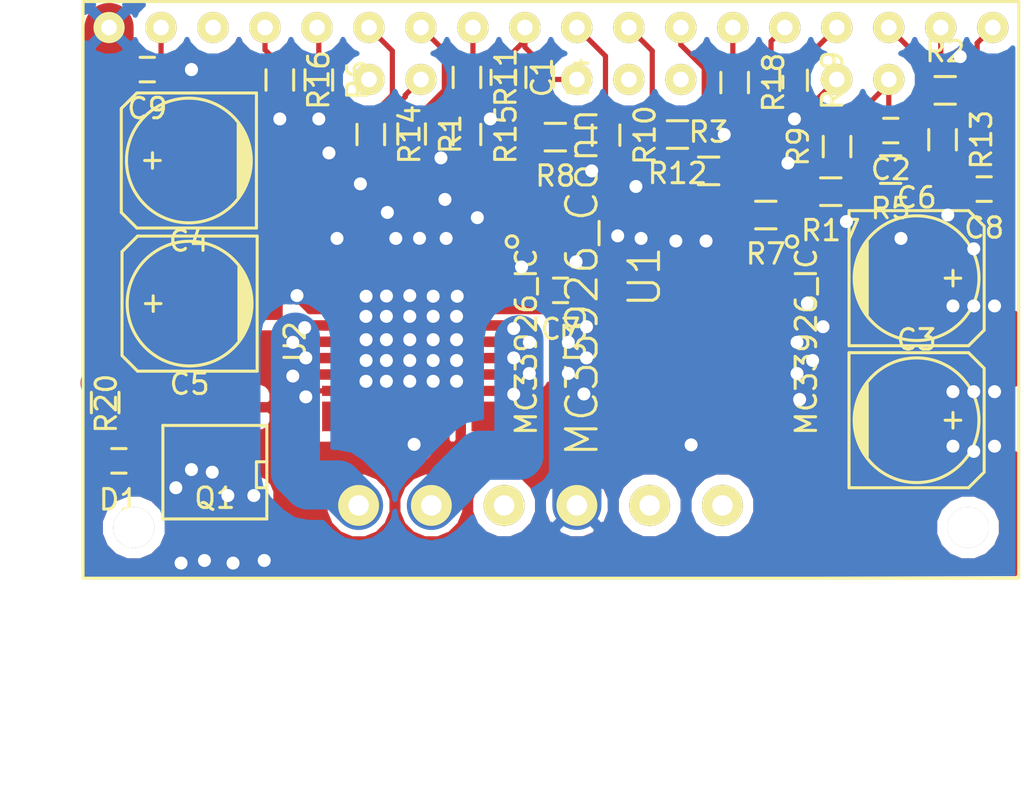
<source format=kicad_pcb>
(kicad_pcb (version 4) (host pcbnew "(2015-01-16 BZR 5376)-product")

  (general
    (links 124)
    (no_connects 3)
    (area 147.9971 65.558599 198.504334 105.5076)
    (thickness 1.6)
    (drawings 0)
    (tracks 684)
    (zones 0)
    (modules 34)
    (nets 42)
  )

  (page A4)
  (layers
    (0 F.Cu signal)
    (1 In1.Cu signal)
    (2 In2.Cu signal)
    (31 B.Cu signal)
    (33 F.Adhes user)
    (35 F.Paste user)
    (37 F.SilkS user)
    (39 F.Mask user)
    (40 Dwgs.User user)
    (41 Cmts.User user)
    (42 Eco1.User user)
    (43 Eco2.User user)
    (44 Edge.Cuts user)
    (45 Margin user)
    (47 F.CrtYd user)
    (49 F.Fab user)
  )

  (setup
    (last_trace_width 0.254)
    (user_trace_width 0.254)
    (user_trace_width 0.508)
    (user_trace_width 0.762)
    (user_trace_width 1.106)
    (user_trace_width 1.27)
    (user_trace_width 1.74)
    (user_trace_width 1.867)
    (user_trace_width 2.32)
    (trace_clearance 0.254)
    (zone_clearance 0.508)
    (zone_45_only no)
    (trace_min 0.254)
    (segment_width 0.2)
    (edge_width 0.1)
    (via_size 0.889)
    (via_drill 0.635)
    (via_min_size 0.7)
    (via_min_drill 0.3)
    (user_via 0.7 0.3)
    (user_via 0.9 0.6)
    (user_via 1.3 0.8)
    (user_via 1.6 1)
    (user_via 2.2 1.4)
    (user_via 2.6 1.6)
    (user_via 3.1 1.9)
    (blind_buried_vias_allowed yes)
    (uvia_size 0.508)
    (uvia_drill 0.127)
    (uvias_allowed yes)
    (uvia_min_size 0.508)
    (uvia_min_drill 0.127)
    (pcb_text_width 0.3)
    (pcb_text_size 1.5 1.5)
    (mod_edge_width 0.15)
    (mod_text_size 1 1)
    (mod_text_width 0.15)
    (pad_size 5.2 5.2)
    (pad_drill 0)
    (pad_to_mask_clearance 0)
    (aux_axis_origin 0 0)
    (visible_elements 7FFEF5FF)
    (pcbplotparams
      (layerselection 0x00020_80000001)
      (usegerberextensions false)
      (excludeedgelayer true)
      (linewidth 0.100000)
      (plotframeref false)
      (viasonmask false)
      (mode 1)
      (useauxorigin false)
      (hpglpennumber 1)
      (hpglpenspeed 20)
      (hpglpendiameter 15)
      (hpglpenoverlay 2)
      (psnegative false)
      (psa4output false)
      (plotreference true)
      (plotvalue true)
      (plotinvisibletext false)
      (padsonsilk false)
      (subtractmaskfromsilk false)
      (outputformat 1)
      (mirror false)
      (drillshape 0)
      (scaleselection 1)
      (outputdirectory ""))
  )

  (net 0 "")
  (net 1 "Net-(C1-Pad1)")
  (net 2 GND)
  (net 3 "Net-(C2-Pad1)")
  (net 4 VIN)
  (net 5 FGND)
  (net 6 "Net-(C7-Pad2)")
  (net 7 "Net-(C8-Pad2)")
  (net 8 "Net-(D1-Pad2)")
  (net 9 "Net-(R1-Pad1)")
  (net 10 "Net-(R1-Pad2)")
  (net 11 "Net-(R2-Pad1)")
  (net 12 "Net-(R2-Pad2)")
  (net 13 "Net-(R3-Pad1)")
  (net 14 SLEWP)
  (net 15 "Net-(R4-Pad2)")
  (net 16 "Net-(R5-Pad2)")
  (net 17 "Net-(R6-Pad1)")
  (net 18 "Net-(R6-Pad2)")
  (net 19 "Net-(R7-Pad1)")
  (net 20 "Net-(R7-Pad2)")
  (net 21 "Net-(R10-Pad1)")
  (net 22 ENP)
  (net 23 "Net-(R11-Pad1)")
  (net 24 "Net-(R11-Pad2)")
  (net 25 "Net-(R12-Pad1)")
  (net 26 INVP)
  (net 27 "Net-(R13-Pad1)")
  (net 28 "Net-(R13-Pad2)")
  (net 29 "Net-(R14-Pad1)")
  (net 30 "Net-(R14-Pad2)")
  (net 31 Vdd)
  (net 32 "Net-(R16-Pad1)")
  (net 33 "Net-(R16-Pad2)")
  (net 34 "Net-(R18-Pad1)")
  (net 35 "Net-(R18-Pad2)")
  (net 36 "Net-(R19-Pad1)")
  (net 37 "Net-(R19-Pad2)")
  (net 38 M1OUT1)
  (net 39 M1OUT2)
  (net 40 M2OUT1)
  (net 41 M2OUT2)

  (net_class Default "Dies ist die voreingestellte Netzklasse."
    (clearance 0.254)
    (trace_width 0.254)
    (via_dia 0.889)
    (via_drill 0.635)
    (uvia_dia 0.508)
    (uvia_drill 0.127)
    (add_net ENP)
    (add_net INVP)
    (add_net "Net-(C1-Pad1)")
    (add_net "Net-(C2-Pad1)")
    (add_net "Net-(C7-Pad2)")
    (add_net "Net-(C8-Pad2)")
    (add_net "Net-(D1-Pad2)")
    (add_net "Net-(R1-Pad1)")
    (add_net "Net-(R1-Pad2)")
    (add_net "Net-(R10-Pad1)")
    (add_net "Net-(R11-Pad1)")
    (add_net "Net-(R11-Pad2)")
    (add_net "Net-(R12-Pad1)")
    (add_net "Net-(R13-Pad1)")
    (add_net "Net-(R13-Pad2)")
    (add_net "Net-(R14-Pad1)")
    (add_net "Net-(R14-Pad2)")
    (add_net "Net-(R16-Pad1)")
    (add_net "Net-(R16-Pad2)")
    (add_net "Net-(R18-Pad1)")
    (add_net "Net-(R18-Pad2)")
    (add_net "Net-(R19-Pad1)")
    (add_net "Net-(R19-Pad2)")
    (add_net "Net-(R2-Pad1)")
    (add_net "Net-(R2-Pad2)")
    (add_net "Net-(R3-Pad1)")
    (add_net "Net-(R4-Pad2)")
    (add_net "Net-(R5-Pad2)")
    (add_net "Net-(R6-Pad1)")
    (add_net "Net-(R6-Pad2)")
    (add_net "Net-(R7-Pad1)")
    (add_net "Net-(R7-Pad2)")
    (add_net SLEWP)
    (add_net Vdd)
  )

  (net_class Power ""
    (clearance 0.254)
    (trace_width 2.4)
    (via_dia 0.889)
    (via_drill 0.635)
    (uvia_dia 0.508)
    (uvia_drill 0.127)
    (add_net FGND)
    (add_net GND)
    (add_net M1OUT1)
    (add_net M1OUT2)
    (add_net M2OUT1)
    (add_net M2OUT2)
    (add_net VIN)
  )

  (module mc33926:mc33926_breakout_footprint (layer F.Cu) (tedit 550338E2) (tstamp 5503093D)
    (at 148.5011 105.0036)
    (path /5501F2BE)
    (fp_text reference U1 (at 31.242 -25.654 90) (layer F.SilkS)
      (effects (font (size 1.5 1.5) (thickness 0.15)))
    )
    (fp_text value MC33926_Conn (at 28.194 -25.4 90) (layer F.SilkS)
      (effects (font (size 1.5 1.5) (thickness 0.15)))
    )
    (fp_circle (center 17.78 -35.306) (end 17.907 -35.052) (layer F.SilkS) (width 0.15))
    (fp_circle (center 20.32 -35.306) (end 20.447 -35.052) (layer F.SilkS) (width 0.15))
    (fp_circle (center 27.94 -35.306) (end 28.067 -35.052) (layer F.SilkS) (width 0.15))
    (fp_circle (center 30.48 -35.306) (end 30.607 -35.052) (layer F.SilkS) (width 0.15))
    (fp_circle (center 33.02 -35.306) (end 33.147 -35.052) (layer F.SilkS) (width 0.15))
    (fp_circle (center 40.64 -35.306) (end 40.767 -35.052) (layer F.SilkS) (width 0.15))
    (fp_circle (center 43.18 -35.306) (end 43.434 -35.179) (layer F.SilkS) (width 0.15))
    (fp_circle (center 6.2865 -13.3985) (end 7.0485 -13.9065) (layer F.SilkS) (width 0.15))
    (fp_circle (center 47.0535 -13.3985) (end 47.8155 -13.9065) (layer F.SilkS) (width 0.15))
    (fp_circle (center 47.0535 -13.3985) (end 47.8155 -13.9065) (layer F.SilkS) (width 0.15))
    (fp_circle (center 47.0535 -13.3985) (end 47.8155 -13.9065) (layer F.SilkS) (width 0.15))
    (fp_circle (center 47.0535 -13.3985) (end 47.8155 -13.9065) (layer F.SilkS) (width 0.15))
    (fp_line (start 3.81 -10.922) (end 3.81 -39.116) (layer F.SilkS) (width 0.15))
    (fp_line (start 3.81 -39.116) (end 49.53 -39.116) (layer F.SilkS) (width 0.15))
    (fp_line (start 49.53 -39.116) (end 49.53 -10.922) (layer F.SilkS) (width 0.15))
    (fp_line (start 49.53 -10.922) (end 3.81 -10.922) (layer F.SilkS) (width 0.15))
    (pad 1 thru_hole circle (at 5.08 -37.846) (size 1.524 1.524) (drill 0.762) (layers *.Cu *.Mask F.SilkS)
      (net 4 VIN))
    (pad 2 thru_hole circle (at 7.62 -37.846) (size 1.524 1.524) (drill 0.762) (layers *.Cu *.Mask F.SilkS)
      (net 2 GND))
    (pad 3 thru_hole circle (at 10.16 -37.846) (size 1.524 1.524) (drill 0.762) (layers *.Cu *.Mask F.SilkS)
      (net 31 Vdd))
    (pad 4 thru_hole circle (at 12.7 -37.846) (size 1.524 1.524) (drill 0.762) (layers *.Cu *.Mask F.SilkS)
      (net 32 "Net-(R16-Pad1)"))
    (pad 5 thru_hole circle (at 15.24 -37.846) (size 1.524 1.524) (drill 0.762) (layers *.Cu *.Mask F.SilkS)
      (net 17 "Net-(R6-Pad1)"))
    (pad 6 thru_hole circle (at 17.78 -37.846) (size 1.524 1.524) (drill 0.762) (layers *.Cu *.Mask F.SilkS)
      (net 29 "Net-(R14-Pad1)"))
    (pad 7 thru_hole circle (at 20.32 -37.846) (size 1.524 1.524) (drill 0.762) (layers *.Cu *.Mask F.SilkS)
      (net 9 "Net-(R1-Pad1)"))
    (pad 8 thru_hole circle (at 22.86 -37.846) (size 1.524 1.524) (drill 0.762) (layers *.Cu *.Mask F.SilkS)
      (net 23 "Net-(R11-Pad1)"))
    (pad 9 thru_hole circle (at 25.4 -37.846) (size 1.524 1.524) (drill 0.762) (layers *.Cu *.Mask F.SilkS)
      (net 1 "Net-(C1-Pad1)"))
    (pad 10 thru_hole circle (at 27.94 -37.846) (size 1.524 1.524) (drill 0.762) (layers *.Cu *.Mask F.SilkS)
      (net 21 "Net-(R10-Pad1)"))
    (pad 11 thru_hole circle (at 30.48 -37.846) (size 1.524 1.524) (drill 0.762) (layers *.Cu *.Mask F.SilkS)
      (net 13 "Net-(R3-Pad1)"))
    (pad 12 thru_hole circle (at 33.02 -37.846) (size 1.524 1.524) (drill 0.762) (layers *.Cu *.Mask F.SilkS)
      (net 25 "Net-(R12-Pad1)"))
    (pad 13 thru_hole circle (at 35.56 -37.846) (size 1.524 1.524) (drill 0.762) (layers *.Cu *.Mask F.SilkS)
      (net 34 "Net-(R18-Pad1)"))
    (pad 14 thru_hole circle (at 38.1 -37.846) (size 1.524 1.524) (drill 0.762) (layers *.Cu *.Mask F.SilkS)
      (net 19 "Net-(R7-Pad1)"))
    (pad 15 thru_hole circle (at 40.64 -37.846) (size 1.524 1.524) (drill 0.762) (layers *.Cu *.Mask F.SilkS)
      (net 36 "Net-(R19-Pad1)"))
    (pad 16 thru_hole circle (at 43.18 -37.846) (size 1.524 1.524) (drill 0.762) (layers *.Cu *.Mask F.SilkS)
      (net 11 "Net-(R2-Pad1)"))
    (pad 17 thru_hole circle (at 45.72 -37.846) (size 1.524 1.524) (drill 0.762) (layers *.Cu *.Mask F.SilkS)
      (net 27 "Net-(R13-Pad1)"))
    (pad 18 thru_hole circle (at 48.26 -37.846) (size 1.524 1.524) (drill 0.762) (layers *.Cu *.Mask F.SilkS)
      (net 3 "Net-(C2-Pad1)"))
    (pad 19 thru_hole circle (at 17.272 -14.478) (size 2 2) (drill 1) (layers *.Cu *.Mask F.SilkS)
      (net 38 M1OUT1))
    (pad 20 thru_hole circle (at 20.828 -14.478) (size 2 2) (drill 1) (layers *.Cu *.Mask F.SilkS)
      (net 39 M1OUT2))
    (pad 21 thru_hole circle (at 24.384 -14.478) (size 2 2) (drill 1) (layers *.Cu *.Mask F.SilkS)
      (net 2 GND))
    (pad 22 thru_hole circle (at 27.94 -14.478) (size 2 2) (drill 1) (layers *.Cu *.Mask F.SilkS)
      (net 4 VIN))
    (pad 23 thru_hole circle (at 31.496 -14.478) (size 2 2) (drill 1) (layers *.Cu *.Mask F.SilkS)
      (net 40 M2OUT1))
    (pad 24 thru_hole circle (at 35.052 -14.478) (size 2 2) (drill 1) (layers *.Cu *.Mask F.SilkS)
      (net 41 M2OUT2))
    (pad 3 thru_hole circle (at 17.78 -35.306) (size 1.524 1.524) (drill 0.762) (layers *.Cu *.Mask F.SilkS)
      (net 31 Vdd))
    (pad 2 thru_hole circle (at 20.32 -35.306) (size 1.524 1.524) (drill 0.762) (layers *.Cu *.Mask F.SilkS)
      (net 2 GND))
    (pad 3 thru_hole circle (at 27.94 -35.306) (size 1.524 1.524) (drill 0.762) (layers *.Cu *.Mask F.SilkS)
      (net 31 Vdd))
    (pad 3 thru_hole circle (at 30.48 -35.306) (size 1.524 1.524) (drill 0.762) (layers *.Cu *.Mask F.SilkS)
      (net 31 Vdd))
    (pad 3 thru_hole circle (at 33.02 -35.306) (size 1.524 1.524) (drill 0.762) (layers *.Cu *.Mask F.SilkS)
      (net 31 Vdd))
    (pad 3 thru_hole circle (at 40.64 -35.306) (size 1.524 1.524) (drill 0.762) (layers *.Cu *.Mask F.SilkS)
      (net 31 Vdd))
    (pad 2 thru_hole circle (at 43.18 -35.306) (size 1.524 1.524) (drill 0.762) (layers *.Cu *.Mask F.SilkS)
      (net 2 GND))
    (pad ~ thru_hole circle (at 6.2865 -13.3985) (size 2 2) (drill 2) (layers *.Cu *.Mask F.SilkS))
    (pad ~ thru_hole circle (at 47.0535 -13.3985) (size 2 2) (drill 2) (layers *.Cu *.Mask F.SilkS))
  )

  (module Capacitors_SMD:C_0603 (layer F.Cu) (tedit 5415D631) (tstamp 550303BD)
    (at 172.847 69.596 270)
    (descr "Capacitor SMD 0603, reflow soldering, AVX (see smccp.pdf)")
    (tags "capacitor 0603")
    (path /550208A2)
    (attr smd)
    (fp_text reference C1 (at 0 -1.9 270) (layer F.SilkS)
      (effects (font (size 1 1) (thickness 0.15)))
    )
    (fp_text value 0.47uF (at 0 1.9 270) (layer F.Fab)
      (effects (font (size 1 1) (thickness 0.15)))
    )
    (fp_line (start -1.45 -0.75) (end 1.45 -0.75) (layer F.CrtYd) (width 0.05))
    (fp_line (start -1.45 0.75) (end 1.45 0.75) (layer F.CrtYd) (width 0.05))
    (fp_line (start -1.45 -0.75) (end -1.45 0.75) (layer F.CrtYd) (width 0.05))
    (fp_line (start 1.45 -0.75) (end 1.45 0.75) (layer F.CrtYd) (width 0.05))
    (fp_line (start -0.35 -0.6) (end 0.35 -0.6) (layer F.SilkS) (width 0.15))
    (fp_line (start 0.35 0.6) (end -0.35 0.6) (layer F.SilkS) (width 0.15))
    (pad 1 smd rect (at -0.75 0 270) (size 0.8 0.75) (layers F.Cu F.Paste F.Mask)
      (net 1 "Net-(C1-Pad1)"))
    (pad 2 smd rect (at 0.75 0 270) (size 0.8 0.75) (layers F.Cu F.Paste F.Mask)
      (net 2 GND))
    (model Capacitors_SMD.3dshapes/C_0603.wrl
      (at (xyz 0 0 0))
      (scale (xyz 1 1 1))
      (rotate (xyz 0 0 0))
    )
  )

  (module Capacitors_SMD:C_0603 (layer F.Cu) (tedit 5415D631) (tstamp 550303C9)
    (at 191.78016 72.19696 180)
    (descr "Capacitor SMD 0603, reflow soldering, AVX (see smccp.pdf)")
    (tags "capacitor 0603")
    (path /55021C7D)
    (attr smd)
    (fp_text reference C2 (at 0 -1.9 180) (layer F.SilkS)
      (effects (font (size 1 1) (thickness 0.15)))
    )
    (fp_text value 0.47uF (at 0 1.9 180) (layer F.Fab)
      (effects (font (size 1 1) (thickness 0.15)))
    )
    (fp_line (start -1.45 -0.75) (end 1.45 -0.75) (layer F.CrtYd) (width 0.05))
    (fp_line (start -1.45 0.75) (end 1.45 0.75) (layer F.CrtYd) (width 0.05))
    (fp_line (start -1.45 -0.75) (end -1.45 0.75) (layer F.CrtYd) (width 0.05))
    (fp_line (start 1.45 -0.75) (end 1.45 0.75) (layer F.CrtYd) (width 0.05))
    (fp_line (start -0.35 -0.6) (end 0.35 -0.6) (layer F.SilkS) (width 0.15))
    (fp_line (start 0.35 0.6) (end -0.35 0.6) (layer F.SilkS) (width 0.15))
    (pad 1 smd rect (at -0.75 0 180) (size 0.8 0.75) (layers F.Cu F.Paste F.Mask)
      (net 3 "Net-(C2-Pad1)"))
    (pad 2 smd rect (at 0.75 0 180) (size 0.8 0.75) (layers F.Cu F.Paste F.Mask)
      (net 2 GND))
    (model Capacitors_SMD.3dshapes/C_0603.wrl
      (at (xyz 0 0 0))
      (scale (xyz 1 1 1))
      (rotate (xyz 0 0 0))
    )
  )

  (module Capacitors_SMD:c_elec_6.3x5.8 (layer F.Cu) (tedit 55030206) (tstamp 550303DD)
    (at 193.04 86.36)
    (descr "SMT capacitor, aluminium electrolytic, 6.3x5.8")
    (path /55020F62)
    (fp_text reference C3 (at 0 -3.937) (layer F.SilkS)
      (effects (font (size 1 1) (thickness 0.15)))
    )
    (fp_text value 47uF (at 0 3.81) (layer F.Fab)
      (effects (font (size 1 1) (thickness 0.15)))
    )
    (fp_line (start -2.921 -0.762) (end -2.921 0.762) (layer F.SilkS) (width 0.15))
    (fp_line (start -2.794 1.143) (end -2.794 -1.143) (layer F.SilkS) (width 0.15))
    (fp_line (start -2.667 -1.397) (end -2.667 1.397) (layer F.SilkS) (width 0.15))
    (fp_line (start -2.54 1.651) (end -2.54 -1.651) (layer F.SilkS) (width 0.15))
    (fp_line (start -2.413 -1.778) (end -2.413 1.778) (layer F.SilkS) (width 0.15))
    (fp_circle (center 0 0) (end -3.048 0) (layer F.SilkS) (width 0.15))
    (fp_line (start -3.302 -3.302) (end -3.302 3.302) (layer F.SilkS) (width 0.15))
    (fp_line (start -3.302 3.302) (end 2.54 3.302) (layer F.SilkS) (width 0.15))
    (fp_line (start 2.54 3.302) (end 3.302 2.54) (layer F.SilkS) (width 0.15))
    (fp_line (start 3.302 2.54) (end 3.302 -2.54) (layer F.SilkS) (width 0.15))
    (fp_line (start 3.302 -2.54) (end 2.54 -3.302) (layer F.SilkS) (width 0.15))
    (fp_line (start 2.54 -3.302) (end -3.302 -3.302) (layer F.SilkS) (width 0.15))
    (fp_line (start 2.159 0) (end 1.397 0) (layer F.SilkS) (width 0.15))
    (fp_line (start 1.778 -0.381) (end 1.778 0.381) (layer F.SilkS) (width 0.15))
    (pad 1 smd rect (at 2.75082 0) (size 3.59918 1.6002) (layers F.Cu F.Paste F.Mask)
      (net 4 VIN))
    (pad 2 smd rect (at -2.75082 0) (size 3.59918 1.6002) (layers F.Cu F.Paste F.Mask)
      (net 5 FGND))
    (model Capacitors_SMD.3dshapes/c_elec_6.3x5.8.wrl
      (at (xyz 0 0 0))
      (scale (xyz 1 1 1))
      (rotate (xyz 0 0 0))
    )
  )

  (module Capacitors_SMD:c_elec_6.3x5.8 (layer F.Cu) (tedit 55030206) (tstamp 550303F1)
    (at 157.48 73.66 180)
    (descr "SMT capacitor, aluminium electrolytic, 6.3x5.8")
    (path /55021C9A)
    (fp_text reference C4 (at 0 -3.937 180) (layer F.SilkS)
      (effects (font (size 1 1) (thickness 0.15)))
    )
    (fp_text value 47uF (at 0 3.81 180) (layer F.Fab)
      (effects (font (size 1 1) (thickness 0.15)))
    )
    (fp_line (start -2.921 -0.762) (end -2.921 0.762) (layer F.SilkS) (width 0.15))
    (fp_line (start -2.794 1.143) (end -2.794 -1.143) (layer F.SilkS) (width 0.15))
    (fp_line (start -2.667 -1.397) (end -2.667 1.397) (layer F.SilkS) (width 0.15))
    (fp_line (start -2.54 1.651) (end -2.54 -1.651) (layer F.SilkS) (width 0.15))
    (fp_line (start -2.413 -1.778) (end -2.413 1.778) (layer F.SilkS) (width 0.15))
    (fp_circle (center 0 0) (end -3.048 0) (layer F.SilkS) (width 0.15))
    (fp_line (start -3.302 -3.302) (end -3.302 3.302) (layer F.SilkS) (width 0.15))
    (fp_line (start -3.302 3.302) (end 2.54 3.302) (layer F.SilkS) (width 0.15))
    (fp_line (start 2.54 3.302) (end 3.302 2.54) (layer F.SilkS) (width 0.15))
    (fp_line (start 3.302 2.54) (end 3.302 -2.54) (layer F.SilkS) (width 0.15))
    (fp_line (start 3.302 -2.54) (end 2.54 -3.302) (layer F.SilkS) (width 0.15))
    (fp_line (start 2.54 -3.302) (end -3.302 -3.302) (layer F.SilkS) (width 0.15))
    (fp_line (start 2.159 0) (end 1.397 0) (layer F.SilkS) (width 0.15))
    (fp_line (start 1.778 -0.381) (end 1.778 0.381) (layer F.SilkS) (width 0.15))
    (pad 1 smd rect (at 2.75082 0 180) (size 3.59918 1.6002) (layers F.Cu F.Paste F.Mask)
      (net 4 VIN))
    (pad 2 smd rect (at -2.75082 0 180) (size 3.59918 1.6002) (layers F.Cu F.Paste F.Mask)
      (net 5 FGND))
    (model Capacitors_SMD.3dshapes/c_elec_6.3x5.8.wrl
      (at (xyz 0 0 0))
      (scale (xyz 1 1 1))
      (rotate (xyz 0 0 0))
    )
  )

  (module Capacitors_SMD:c_elec_6.3x5.8 (layer F.Cu) (tedit 55030206) (tstamp 55030405)
    (at 157.515179 80.658277 180)
    (descr "SMT capacitor, aluminium electrolytic, 6.3x5.8")
    (path /55020EC9)
    (fp_text reference C5 (at 0 -3.937 180) (layer F.SilkS)
      (effects (font (size 1 1) (thickness 0.15)))
    )
    (fp_text value 47uF (at 0 3.81 180) (layer F.Fab)
      (effects (font (size 1 1) (thickness 0.15)))
    )
    (fp_line (start -2.921 -0.762) (end -2.921 0.762) (layer F.SilkS) (width 0.15))
    (fp_line (start -2.794 1.143) (end -2.794 -1.143) (layer F.SilkS) (width 0.15))
    (fp_line (start -2.667 -1.397) (end -2.667 1.397) (layer F.SilkS) (width 0.15))
    (fp_line (start -2.54 1.651) (end -2.54 -1.651) (layer F.SilkS) (width 0.15))
    (fp_line (start -2.413 -1.778) (end -2.413 1.778) (layer F.SilkS) (width 0.15))
    (fp_circle (center 0 0) (end -3.048 0) (layer F.SilkS) (width 0.15))
    (fp_line (start -3.302 -3.302) (end -3.302 3.302) (layer F.SilkS) (width 0.15))
    (fp_line (start -3.302 3.302) (end 2.54 3.302) (layer F.SilkS) (width 0.15))
    (fp_line (start 2.54 3.302) (end 3.302 2.54) (layer F.SilkS) (width 0.15))
    (fp_line (start 3.302 2.54) (end 3.302 -2.54) (layer F.SilkS) (width 0.15))
    (fp_line (start 3.302 -2.54) (end 2.54 -3.302) (layer F.SilkS) (width 0.15))
    (fp_line (start 2.54 -3.302) (end -3.302 -3.302) (layer F.SilkS) (width 0.15))
    (fp_line (start 2.159 0) (end 1.397 0) (layer F.SilkS) (width 0.15))
    (fp_line (start 1.778 -0.381) (end 1.778 0.381) (layer F.SilkS) (width 0.15))
    (pad 1 smd rect (at 2.75082 0 180) (size 3.59918 1.6002) (layers F.Cu F.Paste F.Mask)
      (net 4 VIN))
    (pad 2 smd rect (at -2.75082 0 180) (size 3.59918 1.6002) (layers F.Cu F.Paste F.Mask)
      (net 5 FGND))
    (model Capacitors_SMD.3dshapes/c_elec_6.3x5.8.wrl
      (at (xyz 0 0 0))
      (scale (xyz 1 1 1))
      (rotate (xyz 0 0 0))
    )
  )

  (module Capacitors_SMD:c_elec_6.3x5.8 (layer F.Cu) (tedit 55030206) (tstamp 55030419)
    (at 193.040761 79.414191)
    (descr "SMT capacitor, aluminium electrolytic, 6.3x5.8")
    (path /55021C94)
    (fp_text reference C6 (at 0 -3.937) (layer F.SilkS)
      (effects (font (size 1 1) (thickness 0.15)))
    )
    (fp_text value 47uF (at 0 3.81) (layer F.Fab)
      (effects (font (size 1 1) (thickness 0.15)))
    )
    (fp_line (start -2.921 -0.762) (end -2.921 0.762) (layer F.SilkS) (width 0.15))
    (fp_line (start -2.794 1.143) (end -2.794 -1.143) (layer F.SilkS) (width 0.15))
    (fp_line (start -2.667 -1.397) (end -2.667 1.397) (layer F.SilkS) (width 0.15))
    (fp_line (start -2.54 1.651) (end -2.54 -1.651) (layer F.SilkS) (width 0.15))
    (fp_line (start -2.413 -1.778) (end -2.413 1.778) (layer F.SilkS) (width 0.15))
    (fp_circle (center 0 0) (end -3.048 0) (layer F.SilkS) (width 0.15))
    (fp_line (start -3.302 -3.302) (end -3.302 3.302) (layer F.SilkS) (width 0.15))
    (fp_line (start -3.302 3.302) (end 2.54 3.302) (layer F.SilkS) (width 0.15))
    (fp_line (start 2.54 3.302) (end 3.302 2.54) (layer F.SilkS) (width 0.15))
    (fp_line (start 3.302 2.54) (end 3.302 -2.54) (layer F.SilkS) (width 0.15))
    (fp_line (start 3.302 -2.54) (end 2.54 -3.302) (layer F.SilkS) (width 0.15))
    (fp_line (start 2.54 -3.302) (end -3.302 -3.302) (layer F.SilkS) (width 0.15))
    (fp_line (start 2.159 0) (end 1.397 0) (layer F.SilkS) (width 0.15))
    (fp_line (start 1.778 -0.381) (end 1.778 0.381) (layer F.SilkS) (width 0.15))
    (pad 1 smd rect (at 2.75082 0) (size 3.59918 1.6002) (layers F.Cu F.Paste F.Mask)
      (net 4 VIN))
    (pad 2 smd rect (at -2.75082 0) (size 3.59918 1.6002) (layers F.Cu F.Paste F.Mask)
      (net 5 FGND))
    (model Capacitors_SMD.3dshapes/c_elec_6.3x5.8.wrl
      (at (xyz 0 0 0))
      (scale (xyz 1 1 1))
      (rotate (xyz 0 0 0))
    )
  )

  (module Capacitors_SMD:C_0603 (layer F.Cu) (tedit 5415D631) (tstamp 55030425)
    (at 175.641 80.01 180)
    (descr "Capacitor SMD 0603, reflow soldering, AVX (see smccp.pdf)")
    (tags "capacitor 0603")
    (path /5502035D)
    (attr smd)
    (fp_text reference C7 (at 0 -1.9 180) (layer F.SilkS)
      (effects (font (size 1 1) (thickness 0.15)))
    )
    (fp_text value 33nF (at 0 1.9 180) (layer F.Fab)
      (effects (font (size 1 1) (thickness 0.15)))
    )
    (fp_line (start -1.45 -0.75) (end 1.45 -0.75) (layer F.CrtYd) (width 0.05))
    (fp_line (start -1.45 0.75) (end 1.45 0.75) (layer F.CrtYd) (width 0.05))
    (fp_line (start -1.45 -0.75) (end -1.45 0.75) (layer F.CrtYd) (width 0.05))
    (fp_line (start 1.45 -0.75) (end 1.45 0.75) (layer F.CrtYd) (width 0.05))
    (fp_line (start -0.35 -0.6) (end 0.35 -0.6) (layer F.SilkS) (width 0.15))
    (fp_line (start 0.35 0.6) (end -0.35 0.6) (layer F.SilkS) (width 0.15))
    (pad 1 smd rect (at -0.75 0 180) (size 0.8 0.75) (layers F.Cu F.Paste F.Mask)
      (net 4 VIN))
    (pad 2 smd rect (at 0.75 0 180) (size 0.8 0.75) (layers F.Cu F.Paste F.Mask)
      (net 6 "Net-(C7-Pad2)"))
    (model Capacitors_SMD.3dshapes/C_0603.wrl
      (at (xyz 0 0 0))
      (scale (xyz 1 1 1))
      (rotate (xyz 0 0 0))
    )
  )

  (module Capacitors_SMD:C_0603 (layer F.Cu) (tedit 5415D631) (tstamp 55030431)
    (at 196.342 75.057 180)
    (descr "Capacitor SMD 0603, reflow soldering, AVX (see smccp.pdf)")
    (tags "capacitor 0603")
    (path /5502C0D7)
    (attr smd)
    (fp_text reference C8 (at 0 -1.9 180) (layer F.SilkS)
      (effects (font (size 1 1) (thickness 0.15)))
    )
    (fp_text value 33nF (at 0 1.9 180) (layer F.Fab)
      (effects (font (size 1 1) (thickness 0.15)))
    )
    (fp_line (start -1.45 -0.75) (end 1.45 -0.75) (layer F.CrtYd) (width 0.05))
    (fp_line (start -1.45 0.75) (end 1.45 0.75) (layer F.CrtYd) (width 0.05))
    (fp_line (start -1.45 -0.75) (end -1.45 0.75) (layer F.CrtYd) (width 0.05))
    (fp_line (start 1.45 -0.75) (end 1.45 0.75) (layer F.CrtYd) (width 0.05))
    (fp_line (start -0.35 -0.6) (end 0.35 -0.6) (layer F.SilkS) (width 0.15))
    (fp_line (start 0.35 0.6) (end -0.35 0.6) (layer F.SilkS) (width 0.15))
    (pad 1 smd rect (at -0.75 0 180) (size 0.8 0.75) (layers F.Cu F.Paste F.Mask)
      (net 4 VIN))
    (pad 2 smd rect (at 0.75 0 180) (size 0.8 0.75) (layers F.Cu F.Paste F.Mask)
      (net 7 "Net-(C8-Pad2)"))
    (model Capacitors_SMD.3dshapes/C_0603.wrl
      (at (xyz 0 0 0))
      (scale (xyz 1 1 1))
      (rotate (xyz 0 0 0))
    )
  )

  (module Capacitors_SMD:C_0603 (layer F.Cu) (tedit 5415D631) (tstamp 5503043D)
    (at 155.448 69.215 180)
    (descr "Capacitor SMD 0603, reflow soldering, AVX (see smccp.pdf)")
    (tags "capacitor 0603")
    (path /55033875)
    (attr smd)
    (fp_text reference C9 (at 0 -1.9 180) (layer F.SilkS)
      (effects (font (size 1 1) (thickness 0.15)))
    )
    (fp_text value 0.1uF (at 0 1.9 180) (layer F.Fab)
      (effects (font (size 1 1) (thickness 0.15)))
    )
    (fp_line (start -1.45 -0.75) (end 1.45 -0.75) (layer F.CrtYd) (width 0.05))
    (fp_line (start -1.45 0.75) (end 1.45 0.75) (layer F.CrtYd) (width 0.05))
    (fp_line (start -1.45 -0.75) (end -1.45 0.75) (layer F.CrtYd) (width 0.05))
    (fp_line (start 1.45 -0.75) (end 1.45 0.75) (layer F.CrtYd) (width 0.05))
    (fp_line (start -0.35 -0.6) (end 0.35 -0.6) (layer F.SilkS) (width 0.15))
    (fp_line (start 0.35 0.6) (end -0.35 0.6) (layer F.SilkS) (width 0.15))
    (pad 1 smd rect (at -0.75 0 180) (size 0.8 0.75) (layers F.Cu F.Paste F.Mask)
      (net 2 GND))
    (pad 2 smd rect (at 0.75 0 180) (size 0.8 0.75) (layers F.Cu F.Paste F.Mask)
      (net 4 VIN))
    (model Capacitors_SMD.3dshapes/C_0603.wrl
      (at (xyz 0 0 0))
      (scale (xyz 1 1 1))
      (rotate (xyz 0 0 0))
    )
  )

  (module Resistors_SMD:R_0603 (layer F.Cu) (tedit 5415CC62) (tstamp 55030468)
    (at 168.36644 72.3646 270)
    (descr "Resistor SMD 0603, reflow soldering, Vishay (see dcrcw.pdf)")
    (tags "resistor 0603")
    (path /55020AC8)
    (attr smd)
    (fp_text reference R1 (at 0 -1.9 270) (layer F.SilkS)
      (effects (font (size 1 1) (thickness 0.15)))
    )
    (fp_text value 1k (at 0 1.9 270) (layer F.Fab)
      (effects (font (size 1 1) (thickness 0.15)))
    )
    (fp_line (start -1.3 -0.8) (end 1.3 -0.8) (layer F.CrtYd) (width 0.05))
    (fp_line (start -1.3 0.8) (end 1.3 0.8) (layer F.CrtYd) (width 0.05))
    (fp_line (start -1.3 -0.8) (end -1.3 0.8) (layer F.CrtYd) (width 0.05))
    (fp_line (start 1.3 -0.8) (end 1.3 0.8) (layer F.CrtYd) (width 0.05))
    (fp_line (start 0.5 0.675) (end -0.5 0.675) (layer F.SilkS) (width 0.15))
    (fp_line (start -0.5 -0.675) (end 0.5 -0.675) (layer F.SilkS) (width 0.15))
    (pad 1 smd rect (at -0.75 0 270) (size 0.5 0.9) (layers F.Cu F.Paste F.Mask)
      (net 9 "Net-(R1-Pad1)"))
    (pad 2 smd rect (at 0.75 0 270) (size 0.5 0.9) (layers F.Cu F.Paste F.Mask)
      (net 10 "Net-(R1-Pad2)"))
    (model Resistors_SMD.3dshapes/R_0603.wrl
      (at (xyz 0 0 0))
      (scale (xyz 1 1 1))
      (rotate (xyz 0 0 0))
    )
  )

  (module Resistors_SMD:R_0603 (layer F.Cu) (tedit 5415CC62) (tstamp 55030474)
    (at 194.437 70.231)
    (descr "Resistor SMD 0603, reflow soldering, Vishay (see dcrcw.pdf)")
    (tags "resistor 0603")
    (path /55021C4A)
    (attr smd)
    (fp_text reference R2 (at 0 -1.9) (layer F.SilkS)
      (effects (font (size 1 1) (thickness 0.15)))
    )
    (fp_text value 1k (at 0 1.9) (layer F.Fab)
      (effects (font (size 1 1) (thickness 0.15)))
    )
    (fp_line (start -1.3 -0.8) (end 1.3 -0.8) (layer F.CrtYd) (width 0.05))
    (fp_line (start -1.3 0.8) (end 1.3 0.8) (layer F.CrtYd) (width 0.05))
    (fp_line (start -1.3 -0.8) (end -1.3 0.8) (layer F.CrtYd) (width 0.05))
    (fp_line (start 1.3 -0.8) (end 1.3 0.8) (layer F.CrtYd) (width 0.05))
    (fp_line (start 0.5 0.675) (end -0.5 0.675) (layer F.SilkS) (width 0.15))
    (fp_line (start -0.5 -0.675) (end 0.5 -0.675) (layer F.SilkS) (width 0.15))
    (pad 1 smd rect (at -0.75 0) (size 0.5 0.9) (layers F.Cu F.Paste F.Mask)
      (net 11 "Net-(R2-Pad1)"))
    (pad 2 smd rect (at 0.75 0) (size 0.5 0.9) (layers F.Cu F.Paste F.Mask)
      (net 12 "Net-(R2-Pad2)"))
    (model Resistors_SMD.3dshapes/R_0603.wrl
      (at (xyz 0 0 0))
      (scale (xyz 1 1 1))
      (rotate (xyz 0 0 0))
    )
  )

  (module Resistors_SMD:R_0603 (layer F.Cu) (tedit 5415CC62) (tstamp 55030480)
    (at 182.88 74.168)
    (descr "Resistor SMD 0603, reflow soldering, Vishay (see dcrcw.pdf)")
    (tags "resistor 0603")
    (path /55020D39)
    (attr smd)
    (fp_text reference R3 (at 0 -1.9) (layer F.SilkS)
      (effects (font (size 1 1) (thickness 0.15)))
    )
    (fp_text value 1k (at 0 1.9) (layer F.Fab)
      (effects (font (size 1 1) (thickness 0.15)))
    )
    (fp_line (start -1.3 -0.8) (end 1.3 -0.8) (layer F.CrtYd) (width 0.05))
    (fp_line (start -1.3 0.8) (end 1.3 0.8) (layer F.CrtYd) (width 0.05))
    (fp_line (start -1.3 -0.8) (end -1.3 0.8) (layer F.CrtYd) (width 0.05))
    (fp_line (start 1.3 -0.8) (end 1.3 0.8) (layer F.CrtYd) (width 0.05))
    (fp_line (start 0.5 0.675) (end -0.5 0.675) (layer F.SilkS) (width 0.15))
    (fp_line (start -0.5 -0.675) (end 0.5 -0.675) (layer F.SilkS) (width 0.15))
    (pad 1 smd rect (at -0.75 0) (size 0.5 0.9) (layers F.Cu F.Paste F.Mask)
      (net 13 "Net-(R3-Pad1)"))
    (pad 2 smd rect (at 0.75 0) (size 0.5 0.9) (layers F.Cu F.Paste F.Mask)
      (net 14 SLEWP))
    (model Resistors_SMD.3dshapes/R_0603.wrl
      (at (xyz 0 0 0))
      (scale (xyz 1 1 1))
      (rotate (xyz 0 0 0))
    )
  )

  (module Resistors_SMD:R_0603 (layer F.Cu) (tedit 5415CC62) (tstamp 5503048C)
    (at 174.625 69.596 270)
    (descr "Resistor SMD 0603, reflow soldering, Vishay (see dcrcw.pdf)")
    (tags "resistor 0603")
    (path /55020FE4)
    (attr smd)
    (fp_text reference R4 (at 0 -1.9 270) (layer F.SilkS)
      (effects (font (size 1 1) (thickness 0.15)))
    )
    (fp_text value 1k (at 0 1.9 270) (layer F.Fab)
      (effects (font (size 1 1) (thickness 0.15)))
    )
    (fp_line (start -1.3 -0.8) (end 1.3 -0.8) (layer F.CrtYd) (width 0.05))
    (fp_line (start -1.3 0.8) (end 1.3 0.8) (layer F.CrtYd) (width 0.05))
    (fp_line (start -1.3 -0.8) (end -1.3 0.8) (layer F.CrtYd) (width 0.05))
    (fp_line (start 1.3 -0.8) (end 1.3 0.8) (layer F.CrtYd) (width 0.05))
    (fp_line (start 0.5 0.675) (end -0.5 0.675) (layer F.SilkS) (width 0.15))
    (fp_line (start -0.5 -0.675) (end 0.5 -0.675) (layer F.SilkS) (width 0.15))
    (pad 1 smd rect (at -0.75 0 270) (size 0.5 0.9) (layers F.Cu F.Paste F.Mask)
      (net 1 "Net-(C1-Pad1)"))
    (pad 2 smd rect (at 0.75 0 270) (size 0.5 0.9) (layers F.Cu F.Paste F.Mask)
      (net 15 "Net-(R4-Pad2)"))
    (model Resistors_SMD.3dshapes/R_0603.wrl
      (at (xyz 0 0 0))
      (scale (xyz 1 1 1))
      (rotate (xyz 0 0 0))
    )
  )

  (module Resistors_SMD:R_0603 (layer F.Cu) (tedit 5415CC62) (tstamp 55030498)
    (at 191.77 74.1045 180)
    (descr "Resistor SMD 0603, reflow soldering, Vishay (see dcrcw.pdf)")
    (tags "resistor 0603")
    (path /55021C73)
    (attr smd)
    (fp_text reference R5 (at 0 -1.9 180) (layer F.SilkS)
      (effects (font (size 1 1) (thickness 0.15)))
    )
    (fp_text value 1k (at 0 1.9 180) (layer F.Fab)
      (effects (font (size 1 1) (thickness 0.15)))
    )
    (fp_line (start -1.3 -0.8) (end 1.3 -0.8) (layer F.CrtYd) (width 0.05))
    (fp_line (start -1.3 0.8) (end 1.3 0.8) (layer F.CrtYd) (width 0.05))
    (fp_line (start -1.3 -0.8) (end -1.3 0.8) (layer F.CrtYd) (width 0.05))
    (fp_line (start 1.3 -0.8) (end 1.3 0.8) (layer F.CrtYd) (width 0.05))
    (fp_line (start 0.5 0.675) (end -0.5 0.675) (layer F.SilkS) (width 0.15))
    (fp_line (start -0.5 -0.675) (end 0.5 -0.675) (layer F.SilkS) (width 0.15))
    (pad 1 smd rect (at -0.75 0 180) (size 0.5 0.9) (layers F.Cu F.Paste F.Mask)
      (net 3 "Net-(C2-Pad1)"))
    (pad 2 smd rect (at 0.75 0 180) (size 0.5 0.9) (layers F.Cu F.Paste F.Mask)
      (net 16 "Net-(R5-Pad2)"))
    (model Resistors_SMD.3dshapes/R_0603.wrl
      (at (xyz 0 0 0))
      (scale (xyz 1 1 1))
      (rotate (xyz 0 0 0))
    )
  )

  (module Resistors_SMD:R_0603 (layer F.Cu) (tedit 5415CC62) (tstamp 550304A4)
    (at 163.83 69.723 270)
    (descr "Resistor SMD 0603, reflow soldering, Vishay (see dcrcw.pdf)")
    (tags "resistor 0603")
    (path /5502094F)
    (attr smd)
    (fp_text reference R6 (at 0 -1.9 270) (layer F.SilkS)
      (effects (font (size 1 1) (thickness 0.15)))
    )
    (fp_text value 1k (at 0 1.9 270) (layer F.Fab)
      (effects (font (size 1 1) (thickness 0.15)))
    )
    (fp_line (start -1.3 -0.8) (end 1.3 -0.8) (layer F.CrtYd) (width 0.05))
    (fp_line (start -1.3 0.8) (end 1.3 0.8) (layer F.CrtYd) (width 0.05))
    (fp_line (start -1.3 -0.8) (end -1.3 0.8) (layer F.CrtYd) (width 0.05))
    (fp_line (start 1.3 -0.8) (end 1.3 0.8) (layer F.CrtYd) (width 0.05))
    (fp_line (start 0.5 0.675) (end -0.5 0.675) (layer F.SilkS) (width 0.15))
    (fp_line (start -0.5 -0.675) (end 0.5 -0.675) (layer F.SilkS) (width 0.15))
    (pad 1 smd rect (at -0.75 0 270) (size 0.5 0.9) (layers F.Cu F.Paste F.Mask)
      (net 17 "Net-(R6-Pad1)"))
    (pad 2 smd rect (at 0.75 0 270) (size 0.5 0.9) (layers F.Cu F.Paste F.Mask)
      (net 18 "Net-(R6-Pad2)"))
    (model Resistors_SMD.3dshapes/R_0603.wrl
      (at (xyz 0 0 0))
      (scale (xyz 1 1 1))
      (rotate (xyz 0 0 0))
    )
  )

  (module Resistors_SMD:R_0603 (layer F.Cu) (tedit 5415CC62) (tstamp 550304B0)
    (at 185.674 76.327 180)
    (descr "Resistor SMD 0603, reflow soldering, Vishay (see dcrcw.pdf)")
    (tags "resistor 0603")
    (path /55021C39)
    (attr smd)
    (fp_text reference R7 (at 0 -1.9 180) (layer F.SilkS)
      (effects (font (size 1 1) (thickness 0.15)))
    )
    (fp_text value 1k (at 0 1.9 180) (layer F.Fab)
      (effects (font (size 1 1) (thickness 0.15)))
    )
    (fp_line (start -1.3 -0.8) (end 1.3 -0.8) (layer F.CrtYd) (width 0.05))
    (fp_line (start -1.3 0.8) (end 1.3 0.8) (layer F.CrtYd) (width 0.05))
    (fp_line (start -1.3 -0.8) (end -1.3 0.8) (layer F.CrtYd) (width 0.05))
    (fp_line (start 1.3 -0.8) (end 1.3 0.8) (layer F.CrtYd) (width 0.05))
    (fp_line (start 0.5 0.675) (end -0.5 0.675) (layer F.SilkS) (width 0.15))
    (fp_line (start -0.5 -0.675) (end 0.5 -0.675) (layer F.SilkS) (width 0.15))
    (pad 1 smd rect (at -0.75 0 180) (size 0.5 0.9) (layers F.Cu F.Paste F.Mask)
      (net 19 "Net-(R7-Pad1)"))
    (pad 2 smd rect (at 0.75 0 180) (size 0.5 0.9) (layers F.Cu F.Paste F.Mask)
      (net 20 "Net-(R7-Pad2)"))
    (model Resistors_SMD.3dshapes/R_0603.wrl
      (at (xyz 0 0 0))
      (scale (xyz 1 1 1))
      (rotate (xyz 0 0 0))
    )
  )

  (module Resistors_SMD:R_0603 (layer F.Cu) (tedit 5415CC62) (tstamp 550304BC)
    (at 175.387 72.517 180)
    (descr "Resistor SMD 0603, reflow soldering, Vishay (see dcrcw.pdf)")
    (tags "resistor 0603")
    (path /55020974)
    (attr smd)
    (fp_text reference R8 (at 0 -1.9 180) (layer F.SilkS)
      (effects (font (size 1 1) (thickness 0.15)))
    )
    (fp_text value 220 (at 0 1.9 180) (layer F.Fab)
      (effects (font (size 1 1) (thickness 0.15)))
    )
    (fp_line (start -1.3 -0.8) (end 1.3 -0.8) (layer F.CrtYd) (width 0.05))
    (fp_line (start -1.3 0.8) (end 1.3 0.8) (layer F.CrtYd) (width 0.05))
    (fp_line (start -1.3 -0.8) (end -1.3 0.8) (layer F.CrtYd) (width 0.05))
    (fp_line (start 1.3 -0.8) (end 1.3 0.8) (layer F.CrtYd) (width 0.05))
    (fp_line (start 0.5 0.675) (end -0.5 0.675) (layer F.SilkS) (width 0.15))
    (fp_line (start -0.5 -0.675) (end 0.5 -0.675) (layer F.SilkS) (width 0.15))
    (pad 1 smd rect (at -0.75 0 180) (size 0.5 0.9) (layers F.Cu F.Paste F.Mask)
      (net 15 "Net-(R4-Pad2)"))
    (pad 2 smd rect (at 0.75 0 180) (size 0.5 0.9) (layers F.Cu F.Paste F.Mask)
      (net 2 GND))
    (model Resistors_SMD.3dshapes/R_0603.wrl
      (at (xyz 0 0 0))
      (scale (xyz 1 1 1))
      (rotate (xyz 0 0 0))
    )
  )

  (module Resistors_SMD:R_0603 (layer F.Cu) (tedit 5415CC62) (tstamp 550304C8)
    (at 189.1538 72.97928 90)
    (descr "Resistor SMD 0603, reflow soldering, Vishay (see dcrcw.pdf)")
    (tags "resistor 0603")
    (path /55021C84)
    (attr smd)
    (fp_text reference R9 (at 0 -1.9 90) (layer F.SilkS)
      (effects (font (size 1 1) (thickness 0.15)))
    )
    (fp_text value 220 (at 0 1.9 90) (layer F.Fab)
      (effects (font (size 1 1) (thickness 0.15)))
    )
    (fp_line (start -1.3 -0.8) (end 1.3 -0.8) (layer F.CrtYd) (width 0.05))
    (fp_line (start -1.3 0.8) (end 1.3 0.8) (layer F.CrtYd) (width 0.05))
    (fp_line (start -1.3 -0.8) (end -1.3 0.8) (layer F.CrtYd) (width 0.05))
    (fp_line (start 1.3 -0.8) (end 1.3 0.8) (layer F.CrtYd) (width 0.05))
    (fp_line (start 0.5 0.675) (end -0.5 0.675) (layer F.SilkS) (width 0.15))
    (fp_line (start -0.5 -0.675) (end 0.5 -0.675) (layer F.SilkS) (width 0.15))
    (pad 1 smd rect (at -0.75 0 90) (size 0.5 0.9) (layers F.Cu F.Paste F.Mask)
      (net 16 "Net-(R5-Pad2)"))
    (pad 2 smd rect (at 0.75 0 90) (size 0.5 0.9) (layers F.Cu F.Paste F.Mask)
      (net 2 GND))
    (model Resistors_SMD.3dshapes/R_0603.wrl
      (at (xyz 0 0 0))
      (scale (xyz 1 1 1))
      (rotate (xyz 0 0 0))
    )
  )

  (module Resistors_SMD:R_0603 (layer F.Cu) (tedit 5415CC62) (tstamp 550304D4)
    (at 177.86604 72.42048 270)
    (descr "Resistor SMD 0603, reflow soldering, Vishay (see dcrcw.pdf)")
    (tags "resistor 0603")
    (path /55020B9B)
    (attr smd)
    (fp_text reference R10 (at 0 -1.9 270) (layer F.SilkS)
      (effects (font (size 1 1) (thickness 0.15)))
    )
    (fp_text value 1k (at 0 1.9 270) (layer F.Fab)
      (effects (font (size 1 1) (thickness 0.15)))
    )
    (fp_line (start -1.3 -0.8) (end 1.3 -0.8) (layer F.CrtYd) (width 0.05))
    (fp_line (start -1.3 0.8) (end 1.3 0.8) (layer F.CrtYd) (width 0.05))
    (fp_line (start -1.3 -0.8) (end -1.3 0.8) (layer F.CrtYd) (width 0.05))
    (fp_line (start 1.3 -0.8) (end 1.3 0.8) (layer F.CrtYd) (width 0.05))
    (fp_line (start 0.5 0.675) (end -0.5 0.675) (layer F.SilkS) (width 0.15))
    (fp_line (start -0.5 -0.675) (end 0.5 -0.675) (layer F.SilkS) (width 0.15))
    (pad 1 smd rect (at -0.75 0 270) (size 0.5 0.9) (layers F.Cu F.Paste F.Mask)
      (net 21 "Net-(R10-Pad1)"))
    (pad 2 smd rect (at 0.75 0 270) (size 0.5 0.9) (layers F.Cu F.Paste F.Mask)
      (net 22 ENP))
    (model Resistors_SMD.3dshapes/R_0603.wrl
      (at (xyz 0 0 0))
      (scale (xyz 1 1 1))
      (rotate (xyz 0 0 0))
    )
  )

  (module Resistors_SMD:R_0603 (layer F.Cu) (tedit 5415CC62) (tstamp 550304E0)
    (at 171.069 69.596 270)
    (descr "Resistor SMD 0603, reflow soldering, Vishay (see dcrcw.pdf)")
    (tags "resistor 0603")
    (path /5502064D)
    (attr smd)
    (fp_text reference R11 (at 0 -1.9 270) (layer F.SilkS)
      (effects (font (size 1 1) (thickness 0.15)))
    )
    (fp_text value 1k (at 0 1.9 270) (layer F.Fab)
      (effects (font (size 1 1) (thickness 0.15)))
    )
    (fp_line (start -1.3 -0.8) (end 1.3 -0.8) (layer F.CrtYd) (width 0.05))
    (fp_line (start -1.3 0.8) (end 1.3 0.8) (layer F.CrtYd) (width 0.05))
    (fp_line (start -1.3 -0.8) (end -1.3 0.8) (layer F.CrtYd) (width 0.05))
    (fp_line (start 1.3 -0.8) (end 1.3 0.8) (layer F.CrtYd) (width 0.05))
    (fp_line (start 0.5 0.675) (end -0.5 0.675) (layer F.SilkS) (width 0.15))
    (fp_line (start -0.5 -0.675) (end 0.5 -0.675) (layer F.SilkS) (width 0.15))
    (pad 1 smd rect (at -0.75 0 270) (size 0.5 0.9) (layers F.Cu F.Paste F.Mask)
      (net 23 "Net-(R11-Pad1)"))
    (pad 2 smd rect (at 0.75 0 270) (size 0.5 0.9) (layers F.Cu F.Paste F.Mask)
      (net 24 "Net-(R11-Pad2)"))
    (model Resistors_SMD.3dshapes/R_0603.wrl
      (at (xyz 0 0 0))
      (scale (xyz 1 1 1))
      (rotate (xyz 0 0 0))
    )
  )

  (module Resistors_SMD:R_0603 (layer F.Cu) (tedit 5415CC62) (tstamp 550304EC)
    (at 181.356 72.39 180)
    (descr "Resistor SMD 0603, reflow soldering, Vishay (see dcrcw.pdf)")
    (tags "resistor 0603")
    (path /55020EDC)
    (attr smd)
    (fp_text reference R12 (at 0 -1.9 180) (layer F.SilkS)
      (effects (font (size 1 1) (thickness 0.15)))
    )
    (fp_text value 1k (at 0 1.9 180) (layer F.Fab)
      (effects (font (size 1 1) (thickness 0.15)))
    )
    (fp_line (start -1.3 -0.8) (end 1.3 -0.8) (layer F.CrtYd) (width 0.05))
    (fp_line (start -1.3 0.8) (end 1.3 0.8) (layer F.CrtYd) (width 0.05))
    (fp_line (start -1.3 -0.8) (end -1.3 0.8) (layer F.CrtYd) (width 0.05))
    (fp_line (start 1.3 -0.8) (end 1.3 0.8) (layer F.CrtYd) (width 0.05))
    (fp_line (start 0.5 0.675) (end -0.5 0.675) (layer F.SilkS) (width 0.15))
    (fp_line (start -0.5 -0.675) (end 0.5 -0.675) (layer F.SilkS) (width 0.15))
    (pad 1 smd rect (at -0.75 0 180) (size 0.5 0.9) (layers F.Cu F.Paste F.Mask)
      (net 25 "Net-(R12-Pad1)"))
    (pad 2 smd rect (at 0.75 0 180) (size 0.5 0.9) (layers F.Cu F.Paste F.Mask)
      (net 26 INVP))
    (model Resistors_SMD.3dshapes/R_0603.wrl
      (at (xyz 0 0 0))
      (scale (xyz 1 1 1))
      (rotate (xyz 0 0 0))
    )
  )

  (module Resistors_SMD:R_0603 (layer F.Cu) (tedit 5415CC62) (tstamp 550304F8)
    (at 194.31 72.644 270)
    (descr "Resistor SMD 0603, reflow soldering, Vishay (see dcrcw.pdf)")
    (tags "resistor 0603")
    (path /55021C27)
    (attr smd)
    (fp_text reference R13 (at 0 -1.9 270) (layer F.SilkS)
      (effects (font (size 1 1) (thickness 0.15)))
    )
    (fp_text value 1k (at 0 1.9 270) (layer F.Fab)
      (effects (font (size 1 1) (thickness 0.15)))
    )
    (fp_line (start -1.3 -0.8) (end 1.3 -0.8) (layer F.CrtYd) (width 0.05))
    (fp_line (start -1.3 0.8) (end 1.3 0.8) (layer F.CrtYd) (width 0.05))
    (fp_line (start -1.3 -0.8) (end -1.3 0.8) (layer F.CrtYd) (width 0.05))
    (fp_line (start 1.3 -0.8) (end 1.3 0.8) (layer F.CrtYd) (width 0.05))
    (fp_line (start 0.5 0.675) (end -0.5 0.675) (layer F.SilkS) (width 0.15))
    (fp_line (start -0.5 -0.675) (end 0.5 -0.675) (layer F.SilkS) (width 0.15))
    (pad 1 smd rect (at -0.75 0 270) (size 0.5 0.9) (layers F.Cu F.Paste F.Mask)
      (net 27 "Net-(R13-Pad1)"))
    (pad 2 smd rect (at 0.75 0 270) (size 0.5 0.9) (layers F.Cu F.Paste F.Mask)
      (net 28 "Net-(R13-Pad2)"))
    (model Resistors_SMD.3dshapes/R_0603.wrl
      (at (xyz 0 0 0))
      (scale (xyz 1 1 1))
      (rotate (xyz 0 0 0))
    )
  )

  (module Resistors_SMD:R_0603 (layer F.Cu) (tedit 5415CC62) (tstamp 55030504)
    (at 166.37 72.39 270)
    (descr "Resistor SMD 0603, reflow soldering, Vishay (see dcrcw.pdf)")
    (tags "resistor 0603")
    (path /55020A17)
    (attr smd)
    (fp_text reference R14 (at 0 -1.9 270) (layer F.SilkS)
      (effects (font (size 1 1) (thickness 0.15)))
    )
    (fp_text value 1k (at 0 1.9 270) (layer F.Fab)
      (effects (font (size 1 1) (thickness 0.15)))
    )
    (fp_line (start -1.3 -0.8) (end 1.3 -0.8) (layer F.CrtYd) (width 0.05))
    (fp_line (start -1.3 0.8) (end 1.3 0.8) (layer F.CrtYd) (width 0.05))
    (fp_line (start -1.3 -0.8) (end -1.3 0.8) (layer F.CrtYd) (width 0.05))
    (fp_line (start 1.3 -0.8) (end 1.3 0.8) (layer F.CrtYd) (width 0.05))
    (fp_line (start 0.5 0.675) (end -0.5 0.675) (layer F.SilkS) (width 0.15))
    (fp_line (start -0.5 -0.675) (end 0.5 -0.675) (layer F.SilkS) (width 0.15))
    (pad 1 smd rect (at -0.75 0 270) (size 0.5 0.9) (layers F.Cu F.Paste F.Mask)
      (net 29 "Net-(R14-Pad1)"))
    (pad 2 smd rect (at 0.75 0 270) (size 0.5 0.9) (layers F.Cu F.Paste F.Mask)
      (net 30 "Net-(R14-Pad2)"))
    (model Resistors_SMD.3dshapes/R_0603.wrl
      (at (xyz 0 0 0))
      (scale (xyz 1 1 1))
      (rotate (xyz 0 0 0))
    )
  )

  (module Resistors_SMD:R_0603 (layer F.Cu) (tedit 5415CC62) (tstamp 55030510)
    (at 171.069 72.39 270)
    (descr "Resistor SMD 0603, reflow soldering, Vishay (see dcrcw.pdf)")
    (tags "resistor 0603")
    (path /5502044D)
    (attr smd)
    (fp_text reference R15 (at 0 -1.9 270) (layer F.SilkS)
      (effects (font (size 1 1) (thickness 0.15)))
    )
    (fp_text value 10k (at 0 1.9 270) (layer F.Fab)
      (effects (font (size 1 1) (thickness 0.15)))
    )
    (fp_line (start -1.3 -0.8) (end 1.3 -0.8) (layer F.CrtYd) (width 0.05))
    (fp_line (start -1.3 0.8) (end 1.3 0.8) (layer F.CrtYd) (width 0.05))
    (fp_line (start -1.3 -0.8) (end -1.3 0.8) (layer F.CrtYd) (width 0.05))
    (fp_line (start 1.3 -0.8) (end 1.3 0.8) (layer F.CrtYd) (width 0.05))
    (fp_line (start 0.5 0.675) (end -0.5 0.675) (layer F.SilkS) (width 0.15))
    (fp_line (start -0.5 -0.675) (end 0.5 -0.675) (layer F.SilkS) (width 0.15))
    (pad 1 smd rect (at -0.75 0 270) (size 0.5 0.9) (layers F.Cu F.Paste F.Mask)
      (net 24 "Net-(R11-Pad2)"))
    (pad 2 smd rect (at 0.75 0 270) (size 0.5 0.9) (layers F.Cu F.Paste F.Mask)
      (net 31 Vdd))
    (model Resistors_SMD.3dshapes/R_0603.wrl
      (at (xyz 0 0 0))
      (scale (xyz 1 1 1))
      (rotate (xyz 0 0 0))
    )
  )

  (module Resistors_SMD:R_0603 (layer F.Cu) (tedit 5415CC62) (tstamp 5503051C)
    (at 161.925 69.723 270)
    (descr "Resistor SMD 0603, reflow soldering, Vishay (see dcrcw.pdf)")
    (tags "resistor 0603")
    (path /55020712)
    (attr smd)
    (fp_text reference R16 (at 0 -1.9 270) (layer F.SilkS)
      (effects (font (size 1 1) (thickness 0.15)))
    )
    (fp_text value 1k (at 0 1.9 270) (layer F.Fab)
      (effects (font (size 1 1) (thickness 0.15)))
    )
    (fp_line (start -1.3 -0.8) (end 1.3 -0.8) (layer F.CrtYd) (width 0.05))
    (fp_line (start -1.3 0.8) (end 1.3 0.8) (layer F.CrtYd) (width 0.05))
    (fp_line (start -1.3 -0.8) (end -1.3 0.8) (layer F.CrtYd) (width 0.05))
    (fp_line (start 1.3 -0.8) (end 1.3 0.8) (layer F.CrtYd) (width 0.05))
    (fp_line (start 0.5 0.675) (end -0.5 0.675) (layer F.SilkS) (width 0.15))
    (fp_line (start -0.5 -0.675) (end 0.5 -0.675) (layer F.SilkS) (width 0.15))
    (pad 1 smd rect (at -0.75 0 270) (size 0.5 0.9) (layers F.Cu F.Paste F.Mask)
      (net 32 "Net-(R16-Pad1)"))
    (pad 2 smd rect (at 0.75 0 270) (size 0.5 0.9) (layers F.Cu F.Paste F.Mask)
      (net 33 "Net-(R16-Pad2)"))
    (model Resistors_SMD.3dshapes/R_0603.wrl
      (at (xyz 0 0 0))
      (scale (xyz 1 1 1))
      (rotate (xyz 0 0 0))
    )
  )

  (module Resistors_SMD:R_0603 (layer F.Cu) (tedit 5415CC62) (tstamp 55030528)
    (at 188.849 75.184 180)
    (descr "Resistor SMD 0603, reflow soldering, Vishay (see dcrcw.pdf)")
    (tags "resistor 0603")
    (path /55021C20)
    (attr smd)
    (fp_text reference R17 (at 0 -1.9 180) (layer F.SilkS)
      (effects (font (size 1 1) (thickness 0.15)))
    )
    (fp_text value 10k (at 0 1.9 180) (layer F.Fab)
      (effects (font (size 1 1) (thickness 0.15)))
    )
    (fp_line (start -1.3 -0.8) (end 1.3 -0.8) (layer F.CrtYd) (width 0.05))
    (fp_line (start -1.3 0.8) (end 1.3 0.8) (layer F.CrtYd) (width 0.05))
    (fp_line (start -1.3 -0.8) (end -1.3 0.8) (layer F.CrtYd) (width 0.05))
    (fp_line (start 1.3 -0.8) (end 1.3 0.8) (layer F.CrtYd) (width 0.05))
    (fp_line (start 0.5 0.675) (end -0.5 0.675) (layer F.SilkS) (width 0.15))
    (fp_line (start -0.5 -0.675) (end 0.5 -0.675) (layer F.SilkS) (width 0.15))
    (pad 1 smd rect (at -0.75 0 180) (size 0.5 0.9) (layers F.Cu F.Paste F.Mask)
      (net 28 "Net-(R13-Pad2)"))
    (pad 2 smd rect (at 0.75 0 180) (size 0.5 0.9) (layers F.Cu F.Paste F.Mask)
      (net 31 Vdd))
    (model Resistors_SMD.3dshapes/R_0603.wrl
      (at (xyz 0 0 0))
      (scale (xyz 1 1 1))
      (rotate (xyz 0 0 0))
    )
  )

  (module Resistors_SMD:R_0603 (layer F.Cu) (tedit 5415CC62) (tstamp 55030534)
    (at 184.15 69.85 270)
    (descr "Resistor SMD 0603, reflow soldering, Vishay (see dcrcw.pdf)")
    (tags "resistor 0603")
    (path /55021C2F)
    (attr smd)
    (fp_text reference R18 (at 0 -1.9 270) (layer F.SilkS)
      (effects (font (size 1 1) (thickness 0.15)))
    )
    (fp_text value 1k (at 0 1.9 270) (layer F.Fab)
      (effects (font (size 1 1) (thickness 0.15)))
    )
    (fp_line (start -1.3 -0.8) (end 1.3 -0.8) (layer F.CrtYd) (width 0.05))
    (fp_line (start -1.3 0.8) (end 1.3 0.8) (layer F.CrtYd) (width 0.05))
    (fp_line (start -1.3 -0.8) (end -1.3 0.8) (layer F.CrtYd) (width 0.05))
    (fp_line (start 1.3 -0.8) (end 1.3 0.8) (layer F.CrtYd) (width 0.05))
    (fp_line (start 0.5 0.675) (end -0.5 0.675) (layer F.SilkS) (width 0.15))
    (fp_line (start -0.5 -0.675) (end 0.5 -0.675) (layer F.SilkS) (width 0.15))
    (pad 1 smd rect (at -0.75 0 270) (size 0.5 0.9) (layers F.Cu F.Paste F.Mask)
      (net 34 "Net-(R18-Pad1)"))
    (pad 2 smd rect (at 0.75 0 270) (size 0.5 0.9) (layers F.Cu F.Paste F.Mask)
      (net 35 "Net-(R18-Pad2)"))
    (model Resistors_SMD.3dshapes/R_0603.wrl
      (at (xyz 0 0 0))
      (scale (xyz 1 1 1))
      (rotate (xyz 0 0 0))
    )
  )

  (module Resistors_SMD:R_0603 (layer F.Cu) (tedit 5415CC62) (tstamp 55030540)
    (at 187.03036 69.73824 270)
    (descr "Resistor SMD 0603, reflow soldering, Vishay (see dcrcw.pdf)")
    (tags "resistor 0603")
    (path /55021C41)
    (attr smd)
    (fp_text reference R19 (at 0 -1.9 270) (layer F.SilkS)
      (effects (font (size 1 1) (thickness 0.15)))
    )
    (fp_text value 1k (at 0 1.9 270) (layer F.Fab)
      (effects (font (size 1 1) (thickness 0.15)))
    )
    (fp_line (start -1.3 -0.8) (end 1.3 -0.8) (layer F.CrtYd) (width 0.05))
    (fp_line (start -1.3 0.8) (end 1.3 0.8) (layer F.CrtYd) (width 0.05))
    (fp_line (start -1.3 -0.8) (end -1.3 0.8) (layer F.CrtYd) (width 0.05))
    (fp_line (start 1.3 -0.8) (end 1.3 0.8) (layer F.CrtYd) (width 0.05))
    (fp_line (start 0.5 0.675) (end -0.5 0.675) (layer F.SilkS) (width 0.15))
    (fp_line (start -0.5 -0.675) (end 0.5 -0.675) (layer F.SilkS) (width 0.15))
    (pad 1 smd rect (at -0.75 0 270) (size 0.5 0.9) (layers F.Cu F.Paste F.Mask)
      (net 36 "Net-(R19-Pad1)"))
    (pad 2 smd rect (at 0.75 0 270) (size 0.5 0.9) (layers F.Cu F.Paste F.Mask)
      (net 37 "Net-(R19-Pad2)"))
    (model Resistors_SMD.3dshapes/R_0603.wrl
      (at (xyz 0 0 0))
      (scale (xyz 1 1 1))
      (rotate (xyz 0 0 0))
    )
  )

  (module Resistors_SMD:R_0603 (layer F.Cu) (tedit 55039950) (tstamp 5503054C)
    (at 153.3906 85.4964 90)
    (descr "Resistor SMD 0603, reflow soldering, Vishay (see dcrcw.pdf)")
    (tags "resistor 0603")
    (path /550329E9)
    (attr smd)
    (fp_text reference R20 (at -0.0508 0.0508 90) (layer F.SilkS)
      (effects (font (size 1 1) (thickness 0.15)))
    )
    (fp_text value 100k (at 0 1.9 90) (layer F.Fab)
      (effects (font (size 1 1) (thickness 0.15)))
    )
    (fp_line (start -1.3 -0.8) (end 1.3 -0.8) (layer F.CrtYd) (width 0.05))
    (fp_line (start -1.3 0.8) (end 1.3 0.8) (layer F.CrtYd) (width 0.05))
    (fp_line (start -1.3 -0.8) (end -1.3 0.8) (layer F.CrtYd) (width 0.05))
    (fp_line (start 1.3 -0.8) (end 1.3 0.8) (layer F.CrtYd) (width 0.05))
    (fp_line (start 0.5 0.675) (end -0.5 0.675) (layer F.SilkS) (width 0.15))
    (fp_line (start -0.5 -0.675) (end 0.5 -0.675) (layer F.SilkS) (width 0.15))
    (pad 1 smd rect (at -0.75 0 90) (size 0.5 0.9) (layers F.Cu F.Paste F.Mask)
      (net 8 "Net-(D1-Pad2)"))
    (pad 2 smd rect (at 0.75 0 90) (size 0.5 0.9) (layers F.Cu F.Paste F.Mask)
      (net 4 VIN))
    (model Resistors_SMD.3dshapes/R_0603.wrl
      (at (xyz 0 0 0))
      (scale (xyz 1 1 1))
      (rotate (xyz 0 0 0))
    )
  )

  (module mc33926:mc33926_ic_pqfn32 (layer F.Cu) (tedit 5505D315) (tstamp 550305A7)
    (at 168.366378 82.524407 270)
    (path /550205D0)
    (fp_text reference U2 (at 0 5.7 270) (layer F.SilkS)
      (effects (font (size 1 1) (thickness 0.15)))
    )
    (fp_text value MC33926_IC (at 0 -5.6 270) (layer F.SilkS)
      (effects (font (size 1 1) (thickness 0.15)))
    )
    (fp_circle (center -4.9 -4.9) (end -4.7 -4.7) (layer F.SilkS) (width 0.15))
    (pad 33 smd rect (at 0 0 270) (size 5.2 5.2) (layers F.Cu F.Paste F.Mask)
      (net 5 FGND) (zone_connect 2))
    (pad 24 smd rect (at 3.65 -2.4 270) (size 1.45 0.5) (layers F.Cu F.Paste F.Mask)
      (net 5 FGND))
    (pad 23 smd rect (at 3.65 -1.6 270) (size 1.45 0.5) (layers F.Cu F.Paste F.Mask)
      (net 5 FGND))
    (pad 22 smd rect (at 3.65 -0.8 270) (size 1.45 0.5) (layers F.Cu F.Paste F.Mask)
      (net 5 FGND))
    (pad 21 smd rect (at 3.65 0 270) (size 1.45 0.5) (layers F.Cu F.Paste F.Mask)
      (net 24 "Net-(R11-Pad2)"))
    (pad 20 smd rect (at 3.65 0.8 270) (size 1.45 0.5) (layers F.Cu F.Paste F.Mask)
      (net 5 FGND))
    (pad 19 smd rect (at 3.65 1.6 270) (size 1.45 0.5) (layers F.Cu F.Paste F.Mask)
      (net 5 FGND))
    (pad 18 smd rect (at 3.65 2.4 270) (size 1.45 0.5) (layers F.Cu F.Paste F.Mask)
      (net 5 FGND))
    (pad 8 smd rect (at -3.65 2.4 270) (size 1.45 0.5) (layers F.Cu F.Paste F.Mask)
      (net 15 "Net-(R4-Pad2)"))
    (pad 7 smd rect (at -3.65 1.6 270) (size 1.45 0.5) (layers F.Cu F.Paste F.Mask)
      (net 26 INVP))
    (pad 6 smd rect (at -3.65 0.8 270) (size 1.45 0.5) (layers F.Cu F.Paste F.Mask)
      (net 4 VIN))
    (pad 5 smd rect (at -3.65 0 270) (size 1.45 0.5) (layers F.Cu F.Paste F.Mask)
      (net 5 FGND))
    (pad 4 smd rect (at -3.65 -0.8 270) (size 1.45 0.5) (layers F.Cu F.Paste F.Mask)
      (net 4 VIN))
    (pad 3 smd rect (at -3.65 -1.6 270) (size 1.45 0.5) (layers F.Cu F.Paste F.Mask)
      (net 14 SLEWP))
    (pad 2 smd rect (at -3.65 -2.4 270) (size 1.45 0.5) (layers F.Cu F.Paste F.Mask)
      (net 18 "Net-(R6-Pad2)"))
    (pad 16 smd rect (at 2.4 3.65 270) (size 0.5 1.45) (layers F.Cu F.Paste F.Mask)
      (net 30 "Net-(R14-Pad2)"))
    (pad 15 smd rect (at 1.6 3.65 270) (size 0.5 1.45) (layers F.Cu F.Paste F.Mask)
      (net 38 M1OUT1))
    (pad 14 smd rect (at 0.8 3.65 270) (size 0.5 1.45) (layers F.Cu F.Paste F.Mask)
      (net 38 M1OUT1))
    (pad 13 smd rect (at 0 3.65 270) (size 0.5 1.45) (layers F.Cu F.Paste F.Mask)
      (net 38 M1OUT1))
    (pad 12 smd rect (at -0.8 3.65 270) (size 0.5 1.45) (layers F.Cu F.Paste F.Mask)
      (net 38 M1OUT1))
    (pad 11 smd rect (at -1.6 3.65 270) (size 0.5 1.45) (layers F.Cu F.Paste F.Mask)
      (net 4 VIN))
    (pad 10 smd rect (at -2.4 3.65 270) (size 0.5 1.45) (layers F.Cu F.Paste F.Mask)
      (net 22 ENP))
    (pad 32 smd rect (at -2.4 -3.65 270) (size 0.5 1.45) (layers F.Cu F.Paste F.Mask)
      (net 6 "Net-(C7-Pad2)"))
    (pad 31 smd rect (at -1.6 -3.65 270) (size 0.5 1.45) (layers F.Cu F.Paste F.Mask)
      (net 4 VIN))
    (pad 30 smd rect (at -0.8 -3.65 270) (size 0.5 1.45) (layers F.Cu F.Paste F.Mask)
      (net 39 M1OUT2))
    (pad 29 smd rect (at 0 -3.65 270) (size 0.5 1.45) (layers F.Cu F.Paste F.Mask)
      (net 39 M1OUT2))
    (pad 28 smd rect (at 0.8 -3.65 270) (size 0.5 1.45) (layers F.Cu F.Paste F.Mask)
      (net 39 M1OUT2))
    (pad 27 smd rect (at 1.6 -3.65 270) (size 0.5 1.45) (layers F.Cu F.Paste F.Mask)
      (net 39 M1OUT2))
    (pad 26 smd rect (at 2.4 -3.65 270) (size 0.5 1.45) (layers F.Cu F.Paste F.Mask)
      (net 10 "Net-(R1-Pad2)"))
    (pad 25 smd rect (at 3.65 -3.65 270) (size 1.45 1.45) (layers F.Cu F.Paste F.Mask)
      (net 5 FGND))
    (pad 17 smd rect (at 3.65 3.65 270) (size 1.45 1.45) (layers F.Cu F.Paste F.Mask)
      (net 5 FGND))
    (pad 9 smd rect (at -3.65 3.65 270) (size 1.45 1.45) (layers F.Cu F.Paste F.Mask)
      (net 22 ENP))
    (pad 1 smd trapezoid (at -3.65 -3.65 270) (size 1.45 1.45) (layers F.Cu F.Paste F.Mask)
      (net 33 "Net-(R16-Pad2)"))
  )

  (module mc33926:mc33926_ic_pqfn32 (layer F.Cu) (tedit 5505D325) (tstamp 550305CD)
    (at 182.05133 82.524407 270)
    (path /55021C19)
    (fp_text reference U3 (at 0 5.7 270) (layer F.SilkS)
      (effects (font (size 1 1) (thickness 0.15)))
    )
    (fp_text value MC33926_IC (at 0 -5.6 270) (layer F.SilkS)
      (effects (font (size 1 1) (thickness 0.15)))
    )
    (fp_circle (center -4.9 -4.9) (end -4.7 -4.7) (layer F.SilkS) (width 0.15))
    (pad 33 smd rect (at 0 0 270) (size 5.2 5.2) (layers F.Cu F.Paste F.Mask)
      (net 5 FGND) (zone_connect 2))
    (pad 24 smd rect (at 3.65 -2.4 270) (size 1.45 0.5) (layers F.Cu F.Paste F.Mask)
      (net 5 FGND))
    (pad 23 smd rect (at 3.65 -1.6 270) (size 1.45 0.5) (layers F.Cu F.Paste F.Mask)
      (net 5 FGND))
    (pad 22 smd rect (at 3.65 -0.8 270) (size 1.45 0.5) (layers F.Cu F.Paste F.Mask)
      (net 5 FGND))
    (pad 21 smd rect (at 3.65 0 270) (size 1.45 0.5) (layers F.Cu F.Paste F.Mask)
      (net 28 "Net-(R13-Pad2)"))
    (pad 20 smd rect (at 3.65 0.8 270) (size 1.45 0.5) (layers F.Cu F.Paste F.Mask)
      (net 5 FGND))
    (pad 19 smd rect (at 3.65 1.6 270) (size 1.45 0.5) (layers F.Cu F.Paste F.Mask)
      (net 5 FGND))
    (pad 18 smd rect (at 3.65 2.4 270) (size 1.45 0.5) (layers F.Cu F.Paste F.Mask)
      (net 5 FGND))
    (pad 8 smd rect (at -3.65 2.4 270) (size 1.45 0.5) (layers F.Cu F.Paste F.Mask)
      (net 16 "Net-(R5-Pad2)"))
    (pad 7 smd rect (at -3.65 1.6 270) (size 1.45 0.5) (layers F.Cu F.Paste F.Mask)
      (net 26 INVP))
    (pad 6 smd rect (at -3.65 0.8 270) (size 1.45 0.5) (layers F.Cu F.Paste F.Mask)
      (net 4 VIN))
    (pad 5 smd rect (at -3.65 0 270) (size 1.45 0.5) (layers F.Cu F.Paste F.Mask)
      (net 5 FGND))
    (pad 4 smd rect (at -3.65 -0.8 270) (size 1.45 0.5) (layers F.Cu F.Paste F.Mask)
      (net 4 VIN))
    (pad 3 smd rect (at -3.65 -1.6 270) (size 1.45 0.5) (layers F.Cu F.Paste F.Mask)
      (net 14 SLEWP))
    (pad 2 smd rect (at -3.65 -2.4 270) (size 1.45 0.5) (layers F.Cu F.Paste F.Mask)
      (net 20 "Net-(R7-Pad2)"))
    (pad 16 smd rect (at 2.4 3.65 270) (size 0.5 1.45) (layers F.Cu F.Paste F.Mask)
      (net 37 "Net-(R19-Pad2)"))
    (pad 15 smd rect (at 1.6 3.65 270) (size 0.5 1.45) (layers F.Cu F.Paste F.Mask)
      (net 40 M2OUT1))
    (pad 14 smd rect (at 0.8 3.65 270) (size 0.5 1.45) (layers F.Cu F.Paste F.Mask)
      (net 40 M2OUT1))
    (pad 13 smd rect (at 0 3.65 270) (size 0.5 1.45) (layers F.Cu F.Paste F.Mask)
      (net 40 M2OUT1))
    (pad 12 smd rect (at -0.8 3.65 270) (size 0.5 1.45) (layers F.Cu F.Paste F.Mask)
      (net 40 M2OUT1))
    (pad 11 smd rect (at -1.6 3.65 270) (size 0.5 1.45) (layers F.Cu F.Paste F.Mask)
      (net 4 VIN))
    (pad 10 smd rect (at -2.4 3.65 270) (size 0.5 1.45) (layers F.Cu F.Paste F.Mask)
      (net 22 ENP))
    (pad 32 smd rect (at -2.4 -3.65 270) (size 0.5 1.45) (layers F.Cu F.Paste F.Mask)
      (net 7 "Net-(C8-Pad2)"))
    (pad 31 smd rect (at -1.6 -3.65 270) (size 0.5 1.45) (layers F.Cu F.Paste F.Mask)
      (net 4 VIN))
    (pad 30 smd rect (at -0.8 -3.65 270) (size 0.5 1.45) (layers F.Cu F.Paste F.Mask)
      (net 41 M2OUT2))
    (pad 29 smd rect (at 0 -3.65 270) (size 0.5 1.45) (layers F.Cu F.Paste F.Mask)
      (net 41 M2OUT2))
    (pad 28 smd rect (at 0.8 -3.65 270) (size 0.5 1.45) (layers F.Cu F.Paste F.Mask)
      (net 41 M2OUT2))
    (pad 27 smd rect (at 1.6 -3.65 270) (size 0.5 1.45) (layers F.Cu F.Paste F.Mask)
      (net 41 M2OUT2))
    (pad 26 smd rect (at 2.4 -3.65 270) (size 0.5 1.45) (layers F.Cu F.Paste F.Mask)
      (net 12 "Net-(R2-Pad2)"))
    (pad 25 smd rect (at 3.65 -3.65 270) (size 1.45 1.45) (layers F.Cu F.Paste F.Mask)
      (net 5 FGND))
    (pad 17 smd rect (at 3.65 3.65 270) (size 1.45 1.45) (layers F.Cu F.Paste F.Mask)
      (net 5 FGND))
    (pad 9 smd rect (at -3.65 3.65 270) (size 1.45 1.45) (layers F.Cu F.Paste F.Mask)
      (net 22 ENP))
    (pad 1 smd trapezoid (at -3.65 -3.65 270) (size 1.45 1.45) (layers F.Cu F.Paste F.Mask)
      (net 35 "Net-(R18-Pad2)"))
  )

  (module SMD_Packages:SOIC-8-N (layer F.Cu) (tedit 55032560) (tstamp 55032A28)
    (at 158.75 88.9 180)
    (descr "Module Narrow CMS SOJ 8 pins large")
    (tags "CMS SOJ")
    (path /5503241E)
    (zone_connect 1)
    (attr smd)
    (fp_text reference Q1 (at 0 -1.27 180) (layer F.SilkS)
      (effects (font (size 1 1) (thickness 0.15)))
    )
    (fp_text value MOSN-SO8 (at 0 1.27 180) (layer F.Fab)
      (effects (font (size 1 1) (thickness 0.15)))
    )
    (fp_line (start -2.54 -2.286) (end 2.54 -2.286) (layer F.SilkS) (width 0.15))
    (fp_line (start 2.54 -2.286) (end 2.54 2.286) (layer F.SilkS) (width 0.15))
    (fp_line (start 2.54 2.286) (end -2.54 2.286) (layer F.SilkS) (width 0.15))
    (fp_line (start -2.54 2.286) (end -2.54 -2.286) (layer F.SilkS) (width 0.15))
    (fp_line (start -2.54 -0.762) (end -2.032 -0.762) (layer F.SilkS) (width 0.15))
    (fp_line (start -2.032 -0.762) (end -2.032 0.508) (layer F.SilkS) (width 0.15))
    (fp_line (start -2.032 0.508) (end -2.54 0.508) (layer F.SilkS) (width 0.15))
    (pad 8 smd rect (at -1.905 -3.175 180) (size 0.508 1.143) (layers F.Cu F.Paste F.Mask)
      (net 2 GND) (zone_connect 1))
    (pad 7 smd rect (at -0.635 -3.175 180) (size 0.508 1.143) (layers F.Cu F.Paste F.Mask)
      (net 2 GND) (zone_connect 1))
    (pad 6 smd rect (at 0.635 -3.175 180) (size 0.508 1.143) (layers F.Cu F.Paste F.Mask)
      (net 2 GND) (zone_connect 1))
    (pad 5 smd rect (at 1.905 -3.175 180) (size 0.508 1.143) (layers F.Cu F.Paste F.Mask)
      (net 2 GND) (zone_connect 1))
    (pad 4 smd rect (at 1.905 3.175 180) (size 0.508 1.143) (layers F.Cu F.Paste F.Mask)
      (net 8 "Net-(D1-Pad2)") (zone_connect 1))
    (pad 3 smd rect (at 0.635 3.175 180) (size 0.508 1.143) (layers F.Cu F.Paste F.Mask)
      (net 5 FGND) (zone_connect 1))
    (pad 2 smd rect (at -0.635 3.175 180) (size 0.508 1.143) (layers F.Cu F.Paste F.Mask)
      (net 5 FGND) (zone_connect 1))
    (pad 1 smd rect (at -1.905 3.175 180) (size 0.508 1.143) (layers F.Cu F.Paste F.Mask)
      (net 5 FGND) (zone_connect 1))
    (model SMD_Packages.3dshapes/SOIC-8-N.wrl
      (at (xyz 0 0 0))
      (scale (xyz 0.5 0.38 0.5))
      (rotate (xyz 0 0 0))
    )
  )

  (module Capacitors_SMD:C_0603 (layer F.Cu) (tedit 5415D631) (tstamp 550327BA)
    (at 154.06116 88.34628 180)
    (descr "Capacitor SMD 0603, reflow soldering, AVX (see smccp.pdf)")
    (tags "capacitor 0603")
    (path /5503192E)
    (attr smd)
    (fp_text reference D1 (at 0 -1.9 180) (layer F.SilkS)
      (effects (font (size 1 1) (thickness 0.15)))
    )
    (fp_text value ZENER (at 0 1.9 180) (layer F.Fab)
      (effects (font (size 1 1) (thickness 0.15)))
    )
    (fp_line (start -1.45 -0.75) (end 1.45 -0.75) (layer F.CrtYd) (width 0.05))
    (fp_line (start -1.45 0.75) (end 1.45 0.75) (layer F.CrtYd) (width 0.05))
    (fp_line (start -1.45 -0.75) (end -1.45 0.75) (layer F.CrtYd) (width 0.05))
    (fp_line (start 1.45 -0.75) (end 1.45 0.75) (layer F.CrtYd) (width 0.05))
    (fp_line (start -0.35 -0.6) (end 0.35 -0.6) (layer F.SilkS) (width 0.15))
    (fp_line (start 0.35 0.6) (end -0.35 0.6) (layer F.SilkS) (width 0.15))
    (pad 1 smd rect (at -0.75 0 180) (size 0.8 0.75) (layers F.Cu F.Paste F.Mask)
      (net 5 FGND))
    (pad 2 smd rect (at 0.75 0 180) (size 0.8 0.75) (layers F.Cu F.Paste F.Mask)
      (net 8 "Net-(D1-Pad2)"))
    (model Capacitors_SMD.3dshapes/C_0603.wrl
      (at (xyz 0 0 0))
      (scale (xyz 1 1 1))
      (rotate (xyz 0 0 0))
    )
  )

  (segment (start 173.9011 67.7919) (end 172.847 68.846) (width 0.254) (layer F.Cu) (net 1))
  (segment (start 173.9011 67.1576) (end 173.9011 67.7919) (width 0.254) (layer F.Cu) (net 1))
  (segment (start 173.9011 68.1221) (end 174.625 68.846) (width 0.254) (layer F.Cu) (net 1))
  (segment (start 173.9011 67.1576) (end 173.9011 68.1221) (width 0.254) (layer F.Cu) (net 1))
  (segment (start 156.845 92.075) (end 156.845 89.535) (width 0.508) (layer F.Cu) (net 2))
  (segment (start 156.845 89.535) (end 157.607 88.773) (width 0.508) (layer F.Cu) (net 2))
  (via blind (at 157.607 88.773) (size 0.889) (drill 0.635) (layers F.Cu In2.Cu) (net 2))
  (segment (start 158.115 92.075) (end 158.115 89.408) (width 0.508) (layer F.Cu) (net 2))
  (segment (start 158.115 89.408) (end 158.623 88.9) (width 0.508) (layer F.Cu) (net 2))
  (via blind (at 158.623 88.9) (size 0.889) (drill 0.635) (layers F.Cu In2.Cu) (net 2))
  (segment (start 159.385 92.075) (end 159.385 90.043) (width 0.508) (layer F.Cu) (net 2))
  (via blind (at 159.385 90.043) (size 0.889) (drill 0.635) (layers F.Cu In2.Cu) (net 2))
  (segment (start 160.655 92.075) (end 160.655 90.043) (width 0.508) (layer F.Cu) (net 2))
  (via blind (at 160.655 90.043) (size 0.889) (drill 0.635) (layers F.Cu In2.Cu) (net 2))
  (segment (start 161.417 89.662) (end 157.099 89.662) (width 2.4) (layer In2.Cu) (net 2))
  (segment (start 163.007401 88.071599) (end 161.417 89.662) (width 2.4) (layer In2.Cu) (net 2))
  (segment (start 172.8851 90.5256) (end 172.8851 89.111387) (width 2.4) (layer In2.Cu) (net 2))
  (segment (start 172.8851 89.111387) (end 171.845312 88.071599) (width 2.4) (layer In2.Cu) (net 2))
  (segment (start 171.845312 88.071599) (end 163.007401 88.071599) (width 2.4) (layer In2.Cu) (net 2))
  (segment (start 159.385 92.075) (end 160.655 92.075) (width 0.508) (layer F.Cu) (net 2))
  (segment (start 156.845 92.075) (end 159.385 92.075) (width 0.508) (layer F.Cu) (net 2))
  (segment (start 156.845 92.075) (end 158.115 92.075) (width 0.508) (layer F.Cu) (net 2))
  (segment (start 157.099 93.345) (end 157.099 89.916) (width 0.508) (layer F.Cu) (net 2))
  (segment (start 157.099 89.916) (end 156.845 89.662) (width 0.508) (layer F.Cu) (net 2))
  (segment (start 160.655 92.075) (end 160.655 92.71) (width 0.508) (layer F.Cu) (net 2))
  (segment (start 160.655 92.71) (end 161.163 93.218) (width 0.508) (layer F.Cu) (net 2))
  (via blind (at 161.163 93.218) (size 0.889) (drill 0.635) (layers F.Cu In1.Cu) (net 2))
  (segment (start 159.385 92.075) (end 159.385 93.091) (width 0.508) (layer F.Cu) (net 2))
  (segment (start 159.385 93.091) (end 159.639 93.345) (width 0.508) (layer F.Cu) (net 2))
  (via blind (at 159.639 93.345) (size 0.889) (drill 0.635) (layers F.Cu In1.Cu) (net 2))
  (segment (start 158.115 92.075) (end 158.115 93.091) (width 0.508) (layer F.Cu) (net 2))
  (segment (start 158.115 93.091) (end 158.242 93.218) (width 0.508) (layer F.Cu) (net 2))
  (via blind (at 158.242 93.218) (size 0.889) (drill 0.635) (layers F.Cu In1.Cu) (net 2))
  (segment (start 156.845 92.075) (end 156.845 93.091) (width 0.508) (layer F.Cu) (net 2))
  (segment (start 156.845 93.091) (end 157.099 93.345) (width 0.508) (layer F.Cu) (net 2))
  (via blind (at 157.099 93.345) (size 0.889) (drill 0.635) (layers F.Cu In1.Cu) (net 2))
  (segment (start 172.368913 92.456) (end 171.030622 92.456) (width 2.4) (layer In1.Cu) (net 2))
  (segment (start 171.030622 92.456) (end 170.507021 92.979601) (width 2.4) (layer In1.Cu) (net 2))
  (segment (start 170.507021 92.979601) (end 158.130601 92.979601) (width 2.4) (layer In1.Cu) (net 2))
  (segment (start 172.8851 90.5256) (end 172.8851 91.939813) (width 2.4) (layer In1.Cu) (net 2))
  (segment (start 172.8851 91.939813) (end 172.368913 92.456) (width 2.4) (layer In1.Cu) (net 2))
  (segment (start 160.655 92.075) (end 160.655 91.7575) (width 0.508) (layer F.Cu) (net 2))
  (segment (start 159.385 92.075) (end 159.385 91.7575) (width 0.508) (layer F.Cu) (net 2))
  (segment (start 156.845 89.662) (end 156.1211 88.9381) (width 0.508) (layer In1.Cu) (net 2))
  (segment (start 156.1211 88.9381) (end 156.1211 67.1576) (width 0.508) (layer In1.Cu) (net 2))
  (via blind (at 156.845 89.662) (size 0.889) (drill 0.635) (layers F.Cu In1.Cu) (net 2))
  (segment (start 156.1211 69.1381) (end 156.198 69.215) (width 0.254) (layer F.Cu) (net 2))
  (segment (start 156.1211 67.1576) (end 156.1211 69.1381) (width 0.254) (layer F.Cu) (net 2))
  (via blind (at 157.607 69.215) (size 0.889) (drill 0.635) (layers F.Cu In1.Cu) (net 2))
  (segment (start 156.198 69.215) (end 157.607 69.215) (width 0.254) (layer F.Cu) (net 2))
  (via blind (at 157.607 69.215) (size 0.889) (drill 0.635) (layers F.Cu In1.Cu) (net 2))
  (segment (start 157.607 69.215) (end 164.719 69.215) (width 0.254) (layer In1.Cu) (net 2))
  (segment (start 168.059101 68.935601) (end 168.8211 69.6976) (width 0.254) (layer In1.Cu) (net 2))
  (segment (start 167.424101 68.300601) (end 168.059101 68.935601) (width 0.254) (layer In1.Cu) (net 2))
  (segment (start 165.633399 68.300601) (end 167.424101 68.300601) (width 0.254) (layer In1.Cu) (net 2))
  (segment (start 164.719 69.215) (end 165.633399 68.300601) (width 0.254) (layer In1.Cu) (net 2))
  (segment (start 190.919101 68.935601) (end 191.6811 69.6976) (width 0.254) (layer In1.Cu) (net 2))
  (segment (start 190.538099 68.554599) (end 190.919101 68.935601) (width 0.254) (layer In1.Cu) (net 2))
  (segment (start 171.041731 68.554599) (end 190.538099 68.554599) (width 0.254) (layer In1.Cu) (net 2))
  (segment (start 169.89873 69.6976) (end 171.041731 68.554599) (width 0.254) (layer In1.Cu) (net 2))
  (segment (start 168.8211 69.6976) (end 169.89873 69.6976) (width 0.254) (layer In1.Cu) (net 2))
  (segment (start 191.6811 69.90198) (end 191.6811 69.6976) (width 0.254) (layer F.Cu) (net 2))
  (segment (start 189.3538 72.22928) (end 191.6811 69.90198) (width 0.254) (layer F.Cu) (net 2))
  (segment (start 189.1538 72.22928) (end 189.3538 72.22928) (width 0.254) (layer F.Cu) (net 2))
  (segment (start 190.99784 72.22928) (end 191.03016 72.19696) (width 0.254) (layer F.Cu) (net 2))
  (segment (start 189.1538 72.22928) (end 190.99784 72.22928) (width 0.254) (layer F.Cu) (net 2))
  (segment (start 174.603599 72.483599) (end 174.637 72.517) (width 0.254) (layer F.Cu) (net 2))
  (segment (start 167.849637 72.483599) (end 174.603599 72.483599) (width 0.254) (layer F.Cu) (net 2))
  (segment (start 167.535439 72.169401) (end 167.849637 72.483599) (width 0.254) (layer F.Cu) (net 2))
  (segment (start 167.535439 71.059799) (end 167.535439 72.169401) (width 0.254) (layer F.Cu) (net 2))
  (segment (start 168.8211 69.6976) (end 168.059101 70.459599) (width 0.254) (layer F.Cu) (net 2))
  (segment (start 168.059101 70.459599) (end 168.059101 70.536137) (width 0.254) (layer F.Cu) (net 2))
  (segment (start 168.059101 70.536137) (end 167.535439 71.059799) (width 0.254) (layer F.Cu) (net 2))
  (segment (start 191.05516 72.19696) (end 191.03016 72.19696) (width 0.254) (layer F.Cu) (net 2))
  (segment (start 191.68416 71.56796) (end 191.05516 72.19696) (width 0.254) (layer F.Cu) (net 2))
  (segment (start 191.68416 71.54908) (end 191.68416 71.56796) (width 0.254) (layer F.Cu) (net 2))
  (segment (start 191.6811 71.54602) (end 191.68416 71.54908) (width 0.254) (layer F.Cu) (net 2))
  (segment (start 191.6811 69.6976) (end 191.6811 71.54602) (width 0.254) (layer F.Cu) (net 2))
  (segment (start 172.847 70.346) (end 172.847 71) (width 0.254) (layer F.Cu) (net 2))
  (segment (start 172.847 71) (end 174.364 72.517) (width 0.254) (layer F.Cu) (net 2))
  (segment (start 174.364 72.517) (end 174.637 72.517) (width 0.254) (layer F.Cu) (net 2))
  (segment (start 193.18416 72.19696) (end 192.53016 72.19696) (width 0.254) (layer F.Cu) (net 3))
  (segment (start 193.512201 72.525001) (end 193.18416 72.19696) (width 0.254) (layer F.Cu) (net 3))
  (segment (start 195.064801 72.525001) (end 193.512201 72.525001) (width 0.254) (layer F.Cu) (net 3))
  (segment (start 195.999101 71.590701) (end 195.064801 72.525001) (width 0.254) (layer F.Cu) (net 3))
  (segment (start 195.999101 67.919599) (end 195.999101 71.590701) (width 0.254) (layer F.Cu) (net 3))
  (segment (start 196.7611 67.1576) (end 195.999101 67.919599) (width 0.254) (layer F.Cu) (net 3))
  (segment (start 192.53016 74.09434) (end 192.52 74.1045) (width 0.254) (layer F.Cu) (net 3))
  (segment (start 192.53016 72.19696) (end 192.53016 74.09434) (width 0.254) (layer F.Cu) (net 3))
  (segment (start 153.5811 68.452101) (end 154.343999 69.215) (width 2.4) (layer F.Cu) (net 4))
  (segment (start 153.5811 67.1576) (end 153.5811 68.452101) (width 2.4) (layer F.Cu) (net 4))
  (segment (start 153.5811 72.51192) (end 154.72918 73.66) (width 2.4) (layer F.Cu) (net 4))
  (segment (start 153.5811 68.452101) (end 153.5811 72.51192) (width 2.4) (layer F.Cu) (net 4))
  (segment (start 154.72918 80.623098) (end 154.764359 80.658277) (width 2.4) (layer F.Cu) (net 4))
  (segment (start 154.72918 73.66) (end 154.72918 80.623098) (width 2.4) (layer F.Cu) (net 4))
  (segment (start 154.080337 84.542399) (end 153.3906 84.542399) (width 2.4) (layer F.Cu) (net 4))
  (segment (start 154.764359 83.858377) (end 154.080337 84.542399) (width 2.4) (layer F.Cu) (net 4))
  (segment (start 154.764359 80.658277) (end 154.764359 83.858377) (width 2.4) (layer F.Cu) (net 4))
  (segment (start 176.4411 89.111387) (end 176.276 88.946287) (width 2.4) (layer B.Cu) (net 4))
  (segment (start 176.4411 90.5256) (end 176.4411 89.111387) (width 2.4) (layer B.Cu) (net 4))
  (segment (start 176.276 88.946287) (end 176.276 77.089) (width 2.4) (layer B.Cu) (net 4))
  (segment (start 176.276 77.089) (end 187.579 77.089) (width 2.4) (layer B.Cu) (net 4))
  (segment (start 187.579 77.089) (end 187.833 77.343) (width 2.4) (layer B.Cu) (net 4))
  (segment (start 187.833 77.343) (end 187.833 82.55) (width 2.4) (layer B.Cu) (net 4))
  (segment (start 187.833 82.55) (end 195.707 82.55) (width 2.4) (layer B.Cu) (net 4))
  (segment (start 195.707 82.55) (end 195.834 82.423) (width 2.4) (layer B.Cu) (net 4))
  (segment (start 195.834 82.423) (end 195.834 77.978) (width 2.4) (layer B.Cu) (net 4))
  (segment (start 176.276 77.089) (end 162.433 77.089) (width 2.4) (layer B.Cu) (net 4))
  (segment (start 162.433 77.089) (end 162.433 79.502) (width 2.4) (layer B.Cu) (net 4))
  (via (at 162.764091 80.264) (size 0.889) (drill 0.635) (layers F.Cu B.Cu) (net 4))
  (segment (start 163.424498 80.924407) (end 162.764091 80.264) (width 0.508) (layer F.Cu) (net 4))
  (segment (start 164.716378 80.924407) (end 163.424498 80.924407) (width 0.508) (layer F.Cu) (net 4))
  (segment (start 176.391 80.893) (end 176.391 80.01) (width 0.508) (layer F.Cu) (net 4))
  (segment (start 172.016378 80.924407) (end 176.359593 80.924407) (width 0.508) (layer F.Cu) (net 4))
  (segment (start 176.359593 80.924407) (end 176.391 80.893) (width 0.508) (layer F.Cu) (net 4))
  (segment (start 177.330407 80.924407) (end 178.40133 80.924407) (width 0.508) (layer F.Cu) (net 4))
  (segment (start 176.416 80.01) (end 177.330407 80.924407) (width 0.508) (layer F.Cu) (net 4))
  (segment (start 176.391 80.01) (end 176.416 80.01) (width 0.508) (layer F.Cu) (net 4))
  (via (at 176.403 78.613) (size 0.889) (drill 0.635) (layers F.Cu B.Cu) (net 4))
  (segment (start 176.391 78.625) (end 176.403 78.613) (width 0.508) (layer F.Cu) (net 4))
  (segment (start 176.391 80.01) (end 176.391 78.625) (width 0.508) (layer F.Cu) (net 4))
  (via (at 182.753 77.597) (size 0.889) (drill 0.635) (layers F.Cu B.Cu) (net 4))
  (segment (start 182.85133 77.69533) (end 182.753 77.597) (width 0.508) (layer F.Cu) (net 4))
  (segment (start 182.85133 78.874407) (end 182.85133 77.69533) (width 0.508) (layer F.Cu) (net 4))
  (via (at 195.834 77.978) (size 0.889) (drill 0.635) (layers F.Cu B.Cu) (net 4))
  (segment (start 197.092 76.72) (end 195.834 77.978) (width 0.254) (layer F.Cu) (net 4))
  (segment (start 197.092 75.057) (end 197.092 76.72) (width 0.254) (layer F.Cu) (net 4))
  (segment (start 181.25133 77.62252) (end 181.27685 77.597) (width 0.508) (layer F.Cu) (net 4))
  (via (at 181.27685 77.597) (size 0.889) (drill 0.635) (layers F.Cu B.Cu) (net 4))
  (segment (start 181.25133 78.874407) (end 181.25133 77.62252) (width 0.508) (layer F.Cu) (net 4))
  (via (at 167.591898 77.47) (size 0.889) (drill 0.635) (layers F.Cu B.Cu) (net 4))
  (segment (start 167.566378 78.874407) (end 167.566378 77.49552) (width 0.508) (layer F.Cu) (net 4))
  (segment (start 167.566378 77.49552) (end 167.591898 77.47) (width 0.508) (layer F.Cu) (net 4))
  (via (at 168.752933 77.464373) (size 0.889) (drill 0.635) (layers F.Cu B.Cu) (net 4))
  (segment (start 169.166378 78.874407) (end 169.197432 78.843353) (width 0.508) (layer F.Cu) (net 4))
  (segment (start 169.197432 78.843353) (end 169.197432 77.908872) (width 0.508) (layer F.Cu) (net 4))
  (segment (start 169.197432 77.908872) (end 168.752933 77.464373) (width 0.508) (layer F.Cu) (net 4))
  (via (at 187.706 80.645) (size 0.889) (drill 0.635) (layers F.Cu B.Cu) (net 4))
  (segment (start 187.426593 80.924407) (end 187.706 80.645) (width 0.508) (layer F.Cu) (net 4))
  (segment (start 185.70133 80.924407) (end 187.426593 80.924407) (width 0.508) (layer F.Cu) (net 4))
  (segment (start 195.834 77.978) (end 195.834 87.884) (width 2.4) (layer B.Cu) (net 4))
  (via (at 194.818 80.772) (size 0.889) (drill 0.635) (layers F.Cu B.Cu) (net 4))
  (via (at 195.834 80.772) (size 0.889) (drill 0.635) (layers F.Cu B.Cu) (net 4))
  (via (at 196.85 80.772) (size 0.889) (drill 0.635) (layers F.Cu B.Cu) (net 4))
  (segment (start 195.791581 78.020419) (end 195.834 77.978) (width 0.254) (layer F.Cu) (net 4))
  (segment (start 195.791581 79.414191) (end 195.791581 78.020419) (width 0.254) (layer F.Cu) (net 4))
  (segment (start 195.834 77.978) (end 195.199 78.613) (width 0.254) (layer F.Cu) (net 4))
  (segment (start 195.199 78.613) (end 194.691 78.613) (width 0.254) (layer F.Cu) (net 4))
  (segment (start 195.834 77.978) (end 196.278499 78.422499) (width 0.254) (layer F.Cu) (net 4))
  (segment (start 196.278499 78.422499) (end 196.469 78.613) (width 0.254) (layer F.Cu) (net 4))
  (segment (start 196.469 78.613) (end 196.723 78.613) (width 0.254) (layer F.Cu) (net 4))
  (segment (start 194.818 80.387772) (end 195.791581 79.414191) (width 0.254) (layer F.Cu) (net 4))
  (segment (start 194.818 80.772) (end 194.818 80.387772) (width 0.254) (layer F.Cu) (net 4))
  (segment (start 195.834 79.45661) (end 195.791581 79.414191) (width 0.254) (layer F.Cu) (net 4))
  (segment (start 195.834 80.772) (end 195.834 79.45661) (width 0.254) (layer F.Cu) (net 4))
  (segment (start 196.85 80.47261) (end 195.791581 79.414191) (width 0.254) (layer F.Cu) (net 4))
  (segment (start 196.85 80.772) (end 196.85 80.47261) (width 0.254) (layer F.Cu) (net 4))
  (via (at 196.85 84.963) (size 0.889) (drill 0.635) (layers F.Cu B.Cu) (net 4))
  (segment (start 195.79082 86.02218) (end 196.85 84.963) (width 0.254) (layer F.Cu) (net 4))
  (segment (start 195.79082 86.36) (end 195.79082 86.02218) (width 0.254) (layer F.Cu) (net 4))
  (via (at 195.834 84.963) (size 0.889) (drill 0.635) (layers F.Cu B.Cu) (net 4))
  (segment (start 195.79082 85.00618) (end 195.834 84.963) (width 0.254) (layer F.Cu) (net 4))
  (segment (start 195.79082 86.36) (end 195.79082 85.00618) (width 0.254) (layer F.Cu) (net 4))
  (via (at 194.818 84.963) (size 0.889) (drill 0.635) (layers F.Cu B.Cu) (net 4))
  (segment (start 195.79082 85.93582) (end 194.818 84.963) (width 0.254) (layer F.Cu) (net 4))
  (segment (start 195.79082 86.36) (end 195.79082 85.93582) (width 0.254) (layer F.Cu) (net 4))
  (via (at 195.834 87.884) (size 0.889) (drill 0.635) (layers F.Cu B.Cu) (net 4))
  (segment (start 195.79082 87.84082) (end 195.834 87.884) (width 0.254) (layer F.Cu) (net 4))
  (segment (start 195.79082 86.36) (end 195.79082 87.84082) (width 0.254) (layer F.Cu) (net 4))
  (via (at 196.85 87.63) (size 0.889) (drill 0.635) (layers F.Cu B.Cu) (net 4))
  (segment (start 195.79082 86.57082) (end 196.85 87.63) (width 0.254) (layer F.Cu) (net 4))
  (segment (start 195.79082 86.36) (end 195.79082 86.57082) (width 0.254) (layer F.Cu) (net 4))
  (via (at 194.818 87.63) (size 0.889) (drill 0.635) (layers F.Cu B.Cu) (net 4))
  (segment (start 195.79082 86.65718) (end 194.818 87.63) (width 0.254) (layer F.Cu) (net 4))
  (segment (start 195.79082 86.36) (end 195.79082 86.65718) (width 0.254) (layer F.Cu) (net 4))
  (segment (start 169.418 82.423) (end 170.561 81.28) (width 0.254) (layer In1.Cu) (net 5))
  (segment (start 168.275 82.423) (end 168.402 82.423) (width 0.254) (layer In1.Cu) (net 5))
  (segment (start 168.402 82.423) (end 169.418 83.439) (width 0.254) (layer In1.Cu) (net 5))
  (segment (start 168.275 83.439) (end 168.402 83.439) (width 0.254) (layer In1.Cu) (net 5))
  (segment (start 168.402 83.439) (end 169.418 84.455) (width 0.254) (layer In1.Cu) (net 5))
  (segment (start 166.134949 84.457263) (end 166.134949 84.436051) (width 0.254) (layer In1.Cu) (net 5))
  (segment (start 166.134949 84.436051) (end 167.132 83.439) (width 0.254) (layer In1.Cu) (net 5))
  (segment (start 166.13988 82.423) (end 166.13988 82.44688) (width 0.254) (layer In1.Cu) (net 5))
  (segment (start 166.13988 82.44688) (end 167.132 83.439) (width 0.254) (layer In1.Cu) (net 5))
  (segment (start 166.131478 81.282422) (end 166.131478 81.422478) (width 0.254) (layer In1.Cu) (net 5))
  (segment (start 166.131478 81.422478) (end 167.132 82.423) (width 0.254) (layer In1.Cu) (net 5))
  (segment (start 166.131478 81.282422) (end 167.129578 81.282422) (width 0.254) (layer In1.Cu) (net 5))
  (segment (start 167.129578 81.282422) (end 167.132 81.28) (width 0.254) (layer In1.Cu) (net 5))
  (segment (start 166.13988 80.297909) (end 166.13988 81.27402) (width 0.254) (layer In1.Cu) (net 5))
  (segment (start 166.13988 81.27402) (end 166.131478 81.282422) (width 0.254) (layer In1.Cu) (net 5))
  (segment (start 170.561 81.28) (end 170.400175 81.28) (width 0.254) (layer In1.Cu) (net 5))
  (segment (start 170.400175 81.28) (end 169.418082 80.297907) (width 0.254) (layer In1.Cu) (net 5))
  (segment (start 168.275 82.423) (end 169.418 81.28) (width 0.254) (layer In1.Cu) (net 5))
  (segment (start 167.132 81.28) (end 168.275 82.423) (width 0.254) (layer In1.Cu) (net 5))
  (segment (start 168.275 83.439) (end 167.132 83.439) (width 0.254) (layer In1.Cu) (net 5))
  (segment (start 168.275 84.455) (end 167.132 84.455) (width 0.254) (layer In1.Cu) (net 5))
  (segment (start 168.275 84.455) (end 169.418 84.455) (width 0.254) (layer In1.Cu) (net 5))
  (segment (start 169.418 82.423) (end 170.561 82.423) (width 0.254) (layer In1.Cu) (net 5))
  (segment (start 170.561 83.439) (end 170.434 83.439) (width 0.254) (layer In1.Cu) (net 5))
  (segment (start 170.434 83.439) (end 169.418 82.423) (width 0.254) (layer In1.Cu) (net 5))
  (segment (start 169.418 83.439) (end 170.561 83.439) (width 0.254) (layer In1.Cu) (net 5))
  (segment (start 168.275 83.439) (end 169.418 83.439) (width 0.254) (layer In1.Cu) (net 5))
  (segment (start 169.418 82.423) (end 168.275 82.423) (width 0.254) (layer In1.Cu) (net 5))
  (segment (start 169.418082 80.297907) (end 170.592874 80.297907) (width 0.254) (layer In1.Cu) (net 5))
  (segment (start 170.592874 80.297907) (end 170.592876 80.297909) (width 0.254) (layer In1.Cu) (net 5))
  (segment (start 169.418082 80.297907) (end 168.308907 80.297907) (width 0.254) (layer In1.Cu) (net 5))
  (segment (start 168.308907 80.297907) (end 168.275 80.264) (width 0.254) (layer In1.Cu) (net 5))
  (segment (start 169.418 81.28) (end 170.561 81.28) (width 0.254) (layer In1.Cu) (net 5))
  (segment (start 168.275 81.28) (end 169.418 81.28) (width 0.254) (layer In1.Cu) (net 5))
  (segment (start 167.132 81.28) (end 168.275 81.28) (width 0.254) (layer In1.Cu) (net 5))
  (segment (start 167.132 82.423) (end 167.132 81.28) (width 0.254) (layer In1.Cu) (net 5))
  (segment (start 167.132 82.423) (end 166.13988 82.423) (width 0.254) (layer In1.Cu) (net 5))
  (segment (start 167.132 83.439) (end 167.132 82.423) (width 0.254) (layer In1.Cu) (net 5))
  (segment (start 167.132 83.439) (end 166.13988 83.439) (width 0.254) (layer In1.Cu) (net 5))
  (segment (start 167.132 84.455) (end 167.132 83.439) (width 0.254) (layer In1.Cu) (net 5))
  (segment (start 166.134949 84.457263) (end 167.129737 84.457263) (width 0.254) (layer In1.Cu) (net 5))
  (segment (start 167.129737 84.457263) (end 167.132 84.455) (width 0.254) (layer In1.Cu) (net 5))
  (segment (start 166.131478 81.282422) (end 166.131478 84.453792) (width 0.254) (layer In1.Cu) (net 5))
  (segment (start 166.131478 84.453792) (end 166.134949 84.457263) (width 0.254) (layer In1.Cu) (net 5))
  (via micro (at 166.134949 84.457263) (size 0.889) (drill 0.635) (layers F.Cu In1.Cu) (net 5))
  (segment (start 166.131478 81.282422) (end 166.131478 83.430598) (width 0.254) (layer In1.Cu) (net 5))
  (segment (start 166.131478 83.430598) (end 166.13988 83.439) (width 0.254) (layer In1.Cu) (net 5))
  (via micro (at 166.13988 83.439) (size 0.889) (drill 0.635) (layers F.Cu In1.Cu) (net 5))
  (segment (start 166.131478 81.282422) (end 166.131478 82.414598) (width 0.254) (layer In1.Cu) (net 5))
  (segment (start 166.131478 82.414598) (end 166.13988 82.423) (width 0.254) (layer In1.Cu) (net 5))
  (via micro (at 166.13988 82.423) (size 0.889) (drill 0.635) (layers F.Cu In1.Cu) (net 5))
  (via micro (at 166.131478 81.282422) (size 0.889) (drill 0.635) (layers F.Cu In1.Cu) (net 5))
  (segment (start 167.132 80.264) (end 166.131478 81.264522) (width 0.254) (layer In1.Cu) (net 5))
  (segment (start 166.131478 81.264522) (end 166.131478 81.282422) (width 0.254) (layer In1.Cu) (net 5))
  (segment (start 168.275 80.264) (end 167.132 80.264) (width 0.254) (layer In1.Cu) (net 5))
  (segment (start 168.275 80.264) (end 166.173789 80.264) (width 0.254) (layer In1.Cu) (net 5))
  (segment (start 166.173789 80.264) (end 166.13988 80.297909) (width 0.254) (layer In1.Cu) (net 5))
  (via micro (at 166.13988 80.297909) (size 0.889) (drill 0.635) (layers F.Cu In1.Cu) (net 5))
  (segment (start 168.275 80.264) (end 167.159673 80.264) (width 0.254) (layer In1.Cu) (net 5))
  (segment (start 167.159673 80.264) (end 167.136101 80.287572) (width 0.254) (layer In1.Cu) (net 5))
  (via micro (at 167.136101 80.287572) (size 0.889) (drill 0.635) (layers F.Cu In1.Cu) (net 5))
  (segment (start 168.275 80.264) (end 168.148 80.264) (width 0.254) (layer In1.Cu) (net 5))
  (segment (start 168.148 80.264) (end 167.132 81.28) (width 0.254) (layer In1.Cu) (net 5))
  (via micro (at 167.132 81.28) (size 0.889) (drill 0.635) (layers F.Cu In1.Cu) (net 5))
  (segment (start 168.148 82.423) (end 167.132 82.423) (width 0.254) (layer In1.Cu) (net 5))
  (via micro (at 167.132 82.423) (size 0.889) (drill 0.635) (layers F.Cu In1.Cu) (net 5))
  (segment (start 168.275 82.296) (end 168.148 82.423) (width 0.254) (layer In1.Cu) (net 5))
  (segment (start 168.275 80.264) (end 168.275 82.296) (width 0.254) (layer In1.Cu) (net 5))
  (segment (start 168.275 82.296) (end 167.132 83.439) (width 0.254) (layer In1.Cu) (net 5))
  (via micro (at 167.132 83.439) (size 0.889) (drill 0.635) (layers F.Cu In1.Cu) (net 5))
  (segment (start 168.275 80.264) (end 168.275 83.312) (width 0.254) (layer In1.Cu) (net 5))
  (segment (start 168.275 83.312) (end 167.132 84.455) (width 0.254) (layer In1.Cu) (net 5))
  (via micro (at 167.132 84.455) (size 0.889) (drill 0.635) (layers F.Cu In1.Cu) (net 5))
  (segment (start 168.275 80.264) (end 168.275 84.455) (width 0.254) (layer In1.Cu) (net 5))
  (via micro (at 168.275 84.455) (size 0.889) (drill 0.635) (layers F.Cu In1.Cu) (net 5))
  (segment (start 168.275 80.264) (end 168.275 83.439) (width 0.254) (layer In1.Cu) (net 5))
  (via micro (at 168.275 83.439) (size 0.889) (drill 0.635) (layers F.Cu In1.Cu) (net 5))
  (segment (start 168.275 80.264) (end 168.275 82.423) (width 0.254) (layer In1.Cu) (net 5))
  (via micro (at 168.275 82.423) (size 0.889) (drill 0.635) (layers F.Cu In1.Cu) (net 5))
  (segment (start 168.275 80.264) (end 168.275 81.28) (width 0.254) (layer In1.Cu) (net 5))
  (via micro (at 168.275 81.28) (size 0.889) (drill 0.635) (layers F.Cu In1.Cu) (net 5))
  (segment (start 169.418 81.28) (end 169.291 81.28) (width 0.254) (layer In1.Cu) (net 5))
  (segment (start 169.291 81.28) (end 168.275 80.264) (width 0.254) (layer In1.Cu) (net 5))
  (via micro (at 168.275 80.264) (size 0.889) (drill 0.635) (layers F.Cu In1.Cu) (net 5))
  (segment (start 169.418 81.28) (end 169.418 80.297989) (width 0.254) (layer In1.Cu) (net 5))
  (segment (start 169.418 80.297989) (end 169.418082 80.297907) (width 0.254) (layer In1.Cu) (net 5))
  (via micro (at 169.418082 80.297907) (size 0.889) (drill 0.635) (layers F.Cu In1.Cu) (net 5))
  (segment (start 169.418 83.439) (end 169.418 81.28) (width 0.254) (layer In1.Cu) (net 5))
  (via micro (at 169.418 81.28) (size 0.889) (drill 0.635) (layers F.Cu In1.Cu) (net 5))
  (segment (start 169.418 83.439) (end 169.418 82.423) (width 0.254) (layer In1.Cu) (net 5))
  (via micro (at 169.418 82.423) (size 0.889) (drill 0.635) (layers F.Cu In1.Cu) (net 5))
  (segment (start 169.418 83.439) (end 169.418 84.455) (width 0.254) (layer In1.Cu) (net 5))
  (segment (start 170.561 84.455) (end 170.434 84.455) (width 0.254) (layer In1.Cu) (net 5))
  (segment (start 170.434 84.455) (end 169.418 83.439) (width 0.254) (layer In1.Cu) (net 5))
  (via micro (at 169.418 83.439) (size 0.889) (drill 0.635) (layers F.Cu In1.Cu) (net 5))
  (segment (start 170.561 84.455) (end 169.418 84.455) (width 0.254) (layer In1.Cu) (net 5))
  (via micro (at 169.418 84.455) (size 0.889) (drill 0.635) (layers F.Cu In1.Cu) (net 5))
  (via micro (at 170.561 84.455) (size 0.889) (drill 0.635) (layers F.Cu In1.Cu) (net 5))
  (segment (start 170.561 83.439) (end 170.561 84.455) (width 0.254) (layer In1.Cu) (net 5))
  (segment (start 170.561 81.28) (end 170.561 83.439) (width 0.254) (layer In1.Cu) (net 5))
  (via micro (at 170.561 83.439) (size 0.889) (drill 0.635) (layers F.Cu In1.Cu) (net 5))
  (segment (start 170.561 81.28) (end 170.561 82.423) (width 0.254) (layer In1.Cu) (net 5))
  (via micro (at 170.561 82.423) (size 0.889) (drill 0.635) (layers F.Cu In1.Cu) (net 5))
  (segment (start 170.592876 80.297909) (end 170.592876 81.248124) (width 0.254) (layer In1.Cu) (net 5))
  (segment (start 170.592876 81.248124) (end 170.561 81.28) (width 0.254) (layer In1.Cu) (net 5))
  (via micro (at 170.561 81.28) (size 0.889) (drill 0.635) (layers F.Cu In1.Cu) (net 5))
  (segment (start 168.366378 82.524407) (end 170.592876 80.297909) (width 0.254) (layer F.Cu) (net 5))
  (via micro (at 170.592876 80.297909) (size 0.889) (drill 0.635) (layers F.Cu In1.Cu) (net 5))
  (segment (start 165.966378 84.924407) (end 168.366378 82.524407) (width 0.508) (layer F.Cu) (net 5))
  (segment (start 165.966378 86.174407) (end 165.966378 84.924407) (width 0.508) (layer F.Cu) (net 5))
  (segment (start 166.766378 84.124407) (end 168.366378 82.524407) (width 0.508) (layer F.Cu) (net 5))
  (segment (start 166.766378 86.174407) (end 166.766378 84.124407) (width 0.508) (layer F.Cu) (net 5))
  (segment (start 167.566378 83.324407) (end 168.366378 82.524407) (width 0.508) (layer F.Cu) (net 5))
  (segment (start 167.566378 86.174407) (end 167.566378 83.324407) (width 0.508) (layer F.Cu) (net 5))
  (segment (start 169.166378 83.324407) (end 168.366378 82.524407) (width 0.508) (layer F.Cu) (net 5))
  (segment (start 169.166378 86.174407) (end 169.166378 83.324407) (width 0.508) (layer F.Cu) (net 5))
  (segment (start 169.966378 84.124407) (end 168.366378 82.524407) (width 0.508) (layer F.Cu) (net 5))
  (segment (start 169.966378 86.174407) (end 169.966378 84.124407) (width 0.508) (layer F.Cu) (net 5))
  (segment (start 170.766378 84.924407) (end 168.366378 82.524407) (width 0.508) (layer F.Cu) (net 5))
  (segment (start 170.766378 86.174407) (end 170.766378 84.924407) (width 0.508) (layer F.Cu) (net 5))
  (segment (start 165.966378 87.407407) (end 165.989 87.430029) (width 0.508) (layer F.Cu) (net 5))
  (segment (start 165.966378 86.174407) (end 165.966378 87.407407) (width 0.508) (layer F.Cu) (net 5))
  (segment (start 166.766378 87.407407) (end 166.751 87.422785) (width 0.508) (layer F.Cu) (net 5))
  (segment (start 166.766378 86.174407) (end 166.766378 87.407407) (width 0.508) (layer F.Cu) (net 5))
  (segment (start 166.766378 86.174407) (end 167.566378 86.174407) (width 0.508) (layer F.Cu) (net 5))
  (segment (start 169.166378 86.174407) (end 169.966378 86.174407) (width 0.508) (layer F.Cu) (net 5))
  (segment (start 169.166378 86.174407) (end 169.166378 86.870378) (width 0.508) (layer F.Cu) (net 5))
  (segment (start 167.566378 86.174407) (end 167.216785 86.524) (width 0.508) (layer F.Cu) (net 5))
  (segment (start 167.216785 86.524) (end 167.216785 87.757) (width 0.508) (layer F.Cu) (net 5))
  (segment (start 169.166378 86.870378) (end 169.672 87.376) (width 0.508) (layer F.Cu) (net 5))
  (segment (start 169.966378 86.174407) (end 169.966378 87.335622) (width 0.508) (layer F.Cu) (net 5))
  (segment (start 170.766378 86.174407) (end 170.766378 87.424622) (width 0.508) (layer F.Cu) (net 5))
  (segment (start 179.65133 84.924407) (end 182.05133 82.524407) (width 0.508) (layer F.Cu) (net 5))
  (segment (start 179.65133 86.174407) (end 179.65133 84.924407) (width 0.508) (layer F.Cu) (net 5))
  (segment (start 180.45133 84.124407) (end 182.05133 82.524407) (width 0.508) (layer F.Cu) (net 5))
  (segment (start 180.45133 86.174407) (end 180.45133 84.124407) (width 0.508) (layer F.Cu) (net 5))
  (segment (start 181.25133 83.324407) (end 182.05133 82.524407) (width 0.508) (layer F.Cu) (net 5))
  (segment (start 181.25133 86.174407) (end 181.25133 83.324407) (width 0.508) (layer F.Cu) (net 5))
  (segment (start 182.85133 83.324407) (end 182.05133 82.524407) (width 0.508) (layer F.Cu) (net 5))
  (segment (start 182.85133 86.174407) (end 182.85133 83.324407) (width 0.508) (layer F.Cu) (net 5))
  (segment (start 183.65133 84.124407) (end 182.05133 82.524407) (width 0.508) (layer F.Cu) (net 5))
  (segment (start 183.65133 86.174407) (end 183.65133 84.124407) (width 0.508) (layer F.Cu) (net 5))
  (segment (start 184.45133 84.924407) (end 182.05133 82.524407) (width 0.508) (layer F.Cu) (net 5))
  (segment (start 184.45133 86.174407) (end 184.45133 84.924407) (width 0.508) (layer F.Cu) (net 5))
  (segment (start 183.60933 87.407407) (end 183.60933 87.40867) (width 0.508) (layer F.Cu) (net 5))
  (segment (start 182.85133 86.649407) (end 183.60933 87.407407) (width 0.508) (layer F.Cu) (net 5))
  (segment (start 182.85133 86.174407) (end 182.85133 86.649407) (width 0.508) (layer F.Cu) (net 5))
  (segment (start 183.65133 87.407407) (end 183.642 87.416737) (width 0.508) (layer F.Cu) (net 5))
  (segment (start 183.65133 86.174407) (end 183.65133 87.407407) (width 0.508) (layer F.Cu) (net 5))
  (segment (start 184.45133 87.407407) (end 184.404 87.454737) (width 0.508) (layer F.Cu) (net 5))
  (segment (start 184.45133 86.174407) (end 184.45133 87.407407) (width 0.508) (layer F.Cu) (net 5))
  (segment (start 183.65133 86.174407) (end 182.85133 86.174407) (width 0.508) (layer F.Cu) (net 5))
  (segment (start 180.45133 86.174407) (end 181.25133 86.174407) (width 0.508) (layer F.Cu) (net 5))
  (segment (start 179.65133 87.407407) (end 179.705 87.461077) (width 0.508) (layer F.Cu) (net 5))
  (segment (start 179.65133 86.174407) (end 179.65133 87.407407) (width 0.508) (layer F.Cu) (net 5))
  (segment (start 180.45133 86.174407) (end 180.45133 87.48733) (width 0.508) (layer F.Cu) (net 5))
  (segment (start 181.25133 86.649407) (end 180.975 86.925737) (width 0.508) (layer F.Cu) (net 5))
  (segment (start 181.25133 86.174407) (end 181.25133 86.649407) (width 0.508) (layer F.Cu) (net 5))
  (segment (start 180.975 86.925737) (end 180.975 87.503) (width 0.508) (layer F.Cu) (net 5))
  (segment (start 168.366378 78.874407) (end 168.366378 82.524407) (width 0.508) (layer F.Cu) (net 5))
  (segment (start 182.05133 78.874407) (end 182.05133 82.524407) (width 0.508) (layer F.Cu) (net 5))
  (segment (start 172.003785 80.137) (end 172.016378 80.124407) (width 0.508) (layer F.Cu) (net 6))
  (segment (start 174.764 80.137) (end 172.003785 80.137) (width 0.508) (layer F.Cu) (net 6))
  (segment (start 194.564 76.085) (end 195.592 75.057) (width 0.254) (layer F.Cu) (net 7))
  (segment (start 192.278 77.47) (end 193.421 76.327) (width 0.254) (layer In1.Cu) (net 7))
  (segment (start 193.421 76.327) (end 194.564 76.327) (width 0.254) (layer In1.Cu) (net 7))
  (via blind (at 194.564 76.327) (size 0.889) (drill 0.635) (layers F.Cu In1.Cu) (net 7))
  (via blind (at 192.278 77.47) (size 0.889) (drill 0.635) (layers F.Cu In1.Cu) (net 7))
  (segment (start 194.564 76.327) (end 194.564 76.085) (width 0.254) (layer F.Cu) (net 7))
  (segment (start 186.68033 80.124407) (end 186.692923 80.137) (width 0.254) (layer F.Cu) (net 7))
  (segment (start 185.70133 80.124407) (end 186.68033 80.124407) (width 0.254) (layer F.Cu) (net 7))
  (segment (start 186.692923 80.137) (end 186.817 80.137) (width 0.254) (layer F.Cu) (net 7))
  (segment (start 191.649383 77.47) (end 192.278 77.47) (width 0.254) (layer F.Cu) (net 7))
  (segment (start 186.817 79.60164) (end 188.94864 77.47) (width 0.254) (layer F.Cu) (net 7))
  (segment (start 186.817 80.137) (end 186.817 79.60164) (width 0.254) (layer F.Cu) (net 7))
  (segment (start 188.94864 77.47) (end 191.649383 77.47) (width 0.254) (layer F.Cu) (net 7))
  (segment (start 153.3906 88.26684) (end 153.31116 88.34628) (width 0.254) (layer F.Cu) (net 8))
  (segment (start 153.3906 86.2464) (end 153.3906 88.26684) (width 0.254) (layer F.Cu) (net 8))
  (segment (start 156.3236 86.2464) (end 156.845 85.725) (width 0.254) (layer F.Cu) (net 8))
  (segment (start 153.3906 86.2464) (end 156.3236 86.2464) (width 0.254) (layer F.Cu) (net 8))
  (segment (start 168.56644 71.6146) (end 168.36644 71.6146) (width 0.254) (layer F.Cu) (net 9))
  (segment (start 169.964101 70.216939) (end 168.56644 71.6146) (width 0.254) (layer F.Cu) (net 9))
  (segment (start 169.964101 68.300601) (end 169.964101 70.216939) (width 0.254) (layer F.Cu) (net 9))
  (segment (start 168.8211 67.1576) (end 169.964101 68.300601) (width 0.254) (layer F.Cu) (net 9))
  (segment (start 165.798499 76.215243) (end 167.702733 74.311009) (width 0.254) (layer In1.Cu) (net 10))
  (segment (start 165.798499 79.417548) (end 165.798499 76.215243) (width 0.254) (layer In1.Cu) (net 10))
  (segment (start 165.305977 79.91007) (end 165.798499 79.417548) (width 0.254) (layer In1.Cu) (net 10))
  (segment (start 165.305977 86.311977) (end 165.305977 79.91007) (width 0.254) (layer In1.Cu) (net 10))
  (segment (start 167.386 88.392) (end 165.305977 86.311977) (width 0.254) (layer In1.Cu) (net 10))
  (segment (start 173.355 85.09) (end 170.053 88.392) (width 0.254) (layer In1.Cu) (net 10))
  (segment (start 170.053 88.392) (end 167.386 88.392) (width 0.254) (layer In1.Cu) (net 10))
  (via blind (at 173.355 85.09) (size 0.889) (drill 0.635) (layers F.Cu In1.Cu) (net 10))
  (segment (start 173.189407 84.924407) (end 173.355 85.09) (width 0.254) (layer F.Cu) (net 10))
  (segment (start 172.016378 84.924407) (end 173.189407 84.924407) (width 0.254) (layer F.Cu) (net 10))
  (via blind (at 169.799 73.533) (size 0.889) (drill 0.635) (layers F.Cu In1.Cu) (net 10))
  (segment (start 168.004827 74.008915) (end 168.004827 73.901634) (width 0.254) (layer In1.Cu) (net 10))
  (segment (start 169.92784 73.152) (end 168.36644 73.1146) (width 0.254) (layer F.Cu) (net 10))
  (segment (start 169.799 73.533) (end 169.92784 73.152) (width 0.254) (layer F.Cu) (net 10))
  (segment (start 168.099742 73.914) (end 167.702733 74.311009) (width 0.254) (layer In1.Cu) (net 10))
  (segment (start 169.799 73.533) (end 168.099742 73.914) (width 0.254) (layer In1.Cu) (net 10))
  (segment (start 167.702733 74.311009) (end 168.004827 74.008915) (width 0.254) (layer In1.Cu) (net 10))
  (segment (start 193.687 69.1635) (end 193.687 70.231) (width 0.254) (layer F.Cu) (net 11))
  (segment (start 191.6811 67.1576) (end 193.687 69.1635) (width 0.254) (layer F.Cu) (net 11))
  (via blind (at 187.325 85.344) (size 0.889) (drill 0.635) (layers F.Cu In1.Cu) (net 12))
  (segment (start 186.905407 84.924407) (end 187.325 85.344) (width 0.254) (layer F.Cu) (net 12))
  (segment (start 185.70133 84.924407) (end 186.905407 84.924407) (width 0.254) (layer F.Cu) (net 12))
  (via blind (at 195.173591 68.58) (size 0.889) (drill 0.635) (layers F.Cu In1.Cu) (net 12))
  (segment (start 195.389501 68.79591) (end 195.173591 68.58) (width 0.254) (layer In1.Cu) (net 12))
  (segment (start 195.389501 76.723241) (end 195.389501 68.79591) (width 0.254) (layer In1.Cu) (net 12))
  (segment (start 195.072 77.040742) (end 195.389501 76.723241) (width 0.254) (layer In1.Cu) (net 12))
  (segment (start 195.072 77.597) (end 195.072 77.040742) (width 0.254) (layer In1.Cu) (net 12))
  (segment (start 187.325 85.344) (end 195.072 77.597) (width 0.254) (layer In1.Cu) (net 12))
  (segment (start 195.173591 70.217591) (end 195.187 70.231) (width 0.254) (layer F.Cu) (net 12))
  (segment (start 195.173591 68.58) (end 195.173591 70.217591) (width 0.254) (layer F.Cu) (net 12))
  (segment (start 180.124101 70.522299) (end 181.474999 71.873197) (width 0.254) (layer F.Cu) (net 13))
  (segment (start 181.887001 73.221001) (end 182.13 73.464) (width 0.254) (layer F.Cu) (net 13))
  (segment (start 178.9811 67.1576) (end 180.124101 68.300601) (width 0.254) (layer F.Cu) (net 13))
  (segment (start 180.124101 68.300601) (end 180.124101 70.522299) (width 0.254) (layer F.Cu) (net 13))
  (segment (start 181.474999 71.873197) (end 181.474999 73.144801) (width 0.254) (layer F.Cu) (net 13))
  (segment (start 181.474999 73.144801) (end 181.551199 73.221001) (width 0.254) (layer F.Cu) (net 13))
  (segment (start 181.551199 73.221001) (end 181.887001 73.221001) (width 0.254) (layer F.Cu) (net 13))
  (segment (start 182.13 73.464) (end 182.13 74.168) (width 0.254) (layer F.Cu) (net 13))
  (segment (start 183.65133 74.18933) (end 183.63 74.168) (width 0.254) (layer F.Cu) (net 14))
  (segment (start 183.65133 78.874407) (end 183.65133 74.18933) (width 0.254) (layer F.Cu) (net 14))
  (segment (start 169.966378 78.874407) (end 169.966378 77.556622) (width 0.254) (layer F.Cu) (net 14))
  (segment (start 169.966378 77.556622) (end 170.053 77.47) (width 0.254) (layer F.Cu) (net 14))
  (via blind (at 170.053 77.47) (size 0.889) (drill 0.635) (layers F.Cu In1.Cu) (net 14))
  (via blind (at 171.577 76.454) (size 0.889) (drill 0.635) (layers F.Cu In1.Cu) (net 14))
  (segment (start 170.561 77.47) (end 171.577 76.454) (width 0.254) (layer In1.Cu) (net 14))
  (segment (start 170.053 77.47) (end 170.561 77.47) (width 0.254) (layer In1.Cu) (net 14))
  (via blind (at 179.324 74.93) (size 0.889) (drill 0.635) (layers F.Cu In1.Cu) (net 14))
  (via blind (at 183.642 72.39) (size 0.889) (drill 0.635) (layers F.Cu In1.Cu) (net 14))
  (segment (start 181.102 74.93) (end 183.642 72.39) (width 0.254) (layer In1.Cu) (net 14))
  (segment (start 179.324 74.93) (end 181.102 74.93) (width 0.254) (layer In1.Cu) (net 14))
  (segment (start 183.642 74.156) (end 183.63 74.168) (width 0.254) (layer F.Cu) (net 14))
  (segment (start 183.642 72.39) (end 183.642 74.156) (width 0.254) (layer F.Cu) (net 14))
  (segment (start 177.8 76.454) (end 178.879501 75.374499) (width 0.254) (layer F.Cu) (net 14))
  (segment (start 171.577 76.454) (end 177.8 76.454) (width 0.254) (layer F.Cu) (net 14))
  (segment (start 178.879501 75.374499) (end 179.324 74.93) (width 0.254) (layer F.Cu) (net 14))
  (segment (start 176.137 71.813) (end 174.67 70.346) (width 0.254) (layer F.Cu) (net 15))
  (segment (start 176.137 72.517) (end 176.137 71.813) (width 0.254) (layer F.Cu) (net 15))
  (segment (start 174.67 70.346) (end 174.625 70.346) (width 0.254) (layer F.Cu) (net 15))
  (segment (start 176.137 72.517) (end 176.137 73.221) (width 0.254) (layer F.Cu) (net 15))
  (segment (start 176.137 73.221) (end 175.44402 73.91398) (width 0.254) (layer F.Cu) (net 15))
  (segment (start 175.44402 73.91398) (end 172.680151 73.913981) (width 0.254) (layer F.Cu) (net 15))
  (segment (start 172.680151 73.913981) (end 171.981633 74.612499) (width 0.254) (layer F.Cu) (net 15))
  (segment (start 171.981633 74.612499) (end 168.201904 74.612499) (width 0.254) (layer F.Cu) (net 15))
  (segment (start 168.201904 74.612499) (end 167.360406 73.771001) (width 0.254) (layer F.Cu) (net 15))
  (segment (start 167.360406 73.771001) (end 165.545257 73.771001) (width 0.254) (layer F.Cu) (net 15))
  (segment (start 165.545257 73.771001) (end 165.036499 74.279759) (width 0.254) (layer F.Cu) (net 15))
  (segment (start 165.036499 74.279759) (end 165.036499 75.199241) (width 0.254) (layer F.Cu) (net 15))
  (segment (start 165.036499 75.199241) (end 165.966378 76.12912) (width 0.254) (layer F.Cu) (net 15))
  (segment (start 165.966378 76.12912) (end 165.966378 77.895407) (width 0.254) (layer F.Cu) (net 15))
  (segment (start 165.966378 77.895407) (end 165.966378 78.874407) (width 0.254) (layer F.Cu) (net 15))
  (via blind (at 179.578 77.47) (size 0.889) (drill 0.635) (layers F.Cu In1.Cu) (net 16))
  (segment (start 179.65133 77.54333) (end 179.578 77.47) (width 0.254) (layer F.Cu) (net 16))
  (segment (start 179.65133 78.874407) (end 179.65133 77.54333) (width 0.254) (layer F.Cu) (net 16))
  (segment (start 189.52902 74.1045) (end 189.1538 73.72928) (width 0.254) (layer F.Cu) (net 16))
  (segment (start 191.02 74.1045) (end 189.52902 74.1045) (width 0.254) (layer F.Cu) (net 16))
  (segment (start 186.124913 73.787) (end 186.75353 73.787) (width 0.254) (layer In1.Cu) (net 16))
  (segment (start 189.1538 73.72928) (end 189.1538 74.23328) (width 0.254) (layer F.Cu) (net 16))
  (via blind (at 186.75353 73.787) (size 0.889) (drill 0.635) (layers F.Cu In1.Cu) (net 16))
  (segment (start 188.967999 75.700803) (end 188.653801 76.015001) (width 0.254) (layer F.Cu) (net 16))
  (segment (start 188.653801 76.015001) (end 187.544199 76.015001) (width 0.254) (layer F.Cu) (net 16))
  (segment (start 187.544199 76.015001) (end 186.75353 75.224332) (width 0.254) (layer F.Cu) (net 16))
  (segment (start 189.1538 74.23328) (end 188.967999 74.419081) (width 0.254) (layer F.Cu) (net 16))
  (segment (start 188.967999 74.419081) (end 188.967999 75.700803) (width 0.254) (layer F.Cu) (net 16))
  (segment (start 186.75353 75.224332) (end 186.75353 74.415617) (width 0.254) (layer F.Cu) (net 16))
  (segment (start 186.75353 74.415617) (end 186.75353 73.787) (width 0.254) (layer F.Cu) (net 16))
  (segment (start 179.578 77.47) (end 183.261 73.787) (width 0.254) (layer In1.Cu) (net 16))
  (segment (start 183.261 73.787) (end 186.124913 73.787) (width 0.254) (layer In1.Cu) (net 16))
  (segment (start 163.83 67.2465) (end 163.7411 67.1576) (width 0.254) (layer F.Cu) (net 17))
  (segment (start 163.83 68.973) (end 163.83 67.2465) (width 0.254) (layer F.Cu) (net 17))
  (via blind (at 165.862 74.803) (size 0.889) (drill 0.635) (layers F.Cu In1.Cu) (net 18))
  (via blind (at 163.83 71.628) (size 0.889) (drill 0.635) (layers F.Cu In1.Cu) (net 18))
  (segment (start 165.862 73.66) (end 163.83 71.628) (width 0.254) (layer In1.Cu) (net 18))
  (segment (start 165.862 74.803) (end 165.862 73.66) (width 0.254) (layer In1.Cu) (net 18))
  (segment (start 163.83 71.628) (end 163.83 70.473) (width 0.254) (layer F.Cu) (net 18))
  (segment (start 170.889378 76.957636) (end 170.322241 76.390499) (width 0.254) (layer F.Cu) (net 18))
  (segment (start 170.322241 76.390499) (end 169.26147 76.390499) (width 0.254) (layer F.Cu) (net 18))
  (segment (start 170.766378 78.874407) (end 170.766378 78.399407) (width 0.254) (layer F.Cu) (net 18))
  (segment (start 169.26147 76.390499) (end 167.673971 74.803) (width 0.254) (layer F.Cu) (net 18))
  (segment (start 170.766378 78.399407) (end 170.889378 78.276407) (width 0.254) (layer F.Cu) (net 18))
  (segment (start 170.889378 78.276407) (end 170.889378 76.957636) (width 0.254) (layer F.Cu) (net 18))
  (segment (start 167.673971 74.803) (end 166.490617 74.803) (width 0.254) (layer F.Cu) (net 18))
  (segment (start 166.490617 74.803) (end 165.862 74.803) (width 0.254) (layer F.Cu) (net 18))
  (segment (start 185.92801 75.12701) (end 186.424 75.623) (width 0.254) (layer F.Cu) (net 19))
  (segment (start 186.424 75.623) (end 186.424 76.327) (width 0.254) (layer F.Cu) (net 19))
  (segment (start 186.6011 67.1576) (end 185.92801 67.83069) (width 0.254) (layer F.Cu) (net 19))
  (segment (start 185.92801 67.83069) (end 185.92801 75.12701) (width 0.254) (layer F.Cu) (net 19))
  (segment (start 184.42 76.327) (end 184.924 76.327) (width 0.254) (layer F.Cu) (net 20))
  (segment (start 184.416 76.331) (end 184.42 76.327) (width 0.254) (layer F.Cu) (net 20))
  (segment (start 184.416 78.528737) (end 184.416 76.331) (width 0.254) (layer F.Cu) (net 20))
  (segment (start 184.45133 78.874407) (end 184.416 78.528737) (width 0.254) (layer F.Cu) (net 20))
  (segment (start 177.86604 71.16648) (end 177.86604 71.67048) (width 0.254) (layer F.Cu) (net 21))
  (segment (start 177.838099 68.554599) (end 177.838099 71.138539) (width 0.254) (layer F.Cu) (net 21))
  (segment (start 176.4411 67.1576) (end 177.838099 68.554599) (width 0.254) (layer F.Cu) (net 21))
  (segment (start 177.838099 71.138539) (end 177.86604 71.16648) (width 0.254) (layer F.Cu) (net 21))
  (segment (start 164.716378 80.124407) (end 164.716378 78.874407) (width 0.254) (layer F.Cu) (net 22))
  (via blind (at 164.719 77.47) (size 0.889) (drill 0.635) (layers F.Cu In2.Cu) (net 22))
  (segment (start 164.716378 77.472622) (end 164.719 77.47) (width 0.254) (layer F.Cu) (net 22))
  (segment (start 164.716378 78.874407) (end 164.716378 77.472622) (width 0.254) (layer F.Cu) (net 22))
  (via blind (at 178.435 77.343) (size 0.889) (drill 0.635) (layers F.Cu In2.Cu) (net 22))
  (segment (start 178.435 78.840737) (end 178.40133 78.874407) (width 0.254) (layer F.Cu) (net 22))
  (segment (start 178.435 77.343) (end 178.435 78.840737) (width 0.254) (layer F.Cu) (net 22))
  (segment (start 178.40133 78.874407) (end 178.40133 80.124407) (width 0.254) (layer F.Cu) (net 22))
  (segment (start 165.550128 76.638872) (end 177.730872 76.638872) (width 0.254) (layer In2.Cu) (net 22))
  (segment (start 164.719 77.47) (end 165.550128 76.638872) (width 0.254) (layer In2.Cu) (net 22))
  (segment (start 177.990501 76.898501) (end 178.435 77.343) (width 0.254) (layer In2.Cu) (net 22))
  (segment (start 177.730872 76.638872) (end 177.990501 76.898501) (width 0.254) (layer In2.Cu) (net 22))
  (segment (start 177.86604 73.46696) (end 177.165 74.168) (width 0.254) (layer F.Cu) (net 22))
  (segment (start 177.86604 73.17048) (end 177.86604 73.46696) (width 0.254) (layer F.Cu) (net 22))
  (via blind (at 177.165 74.168) (size 0.889) (drill 0.635) (layers F.Cu In2.Cu) (net 22))
  (segment (start 178.435 75.438) (end 178.435 77.343) (width 0.254) (layer In2.Cu) (net 22))
  (segment (start 177.165 74.168) (end 178.435 75.438) (width 0.254) (layer In2.Cu) (net 22))
  (segment (start 171.3611 68.5539) (end 171.069 68.846) (width 0.254) (layer F.Cu) (net 23))
  (segment (start 171.3611 67.1576) (end 171.3611 68.5539) (width 0.254) (layer F.Cu) (net 23))
  (segment (start 169.117139 87.53956) (end 168.488522 87.53956) (width 0.254) (layer In1.Cu) (net 24))
  (segment (start 172.402501 84.254198) (end 169.117139 87.53956) (width 0.254) (layer In1.Cu) (net 24))
  (segment (start 172.402501 72.447118) (end 172.402501 84.254198) (width 0.254) (layer In1.Cu) (net 24))
  (segment (start 172.212 72.256617) (end 172.402501 72.447118) (width 0.254) (layer In1.Cu) (net 24))
  (segment (start 172.212 71.628) (end 172.212 72.256617) (width 0.254) (layer In1.Cu) (net 24))
  (via blind (at 172.212 71.628) (size 0.889) (drill 0.635) (layers F.Cu In1.Cu) (net 24))
  (segment (start 171.081 71.628) (end 171.069 71.64) (width 0.254) (layer F.Cu) (net 24))
  (segment (start 172.212 71.628) (end 171.081 71.628) (width 0.254) (layer F.Cu) (net 24))
  (segment (start 171.069 70.346) (end 171.069 71.64) (width 0.254) (layer F.Cu) (net 24))
  (via blind (at 168.488522 87.53956) (size 0.889) (drill 0.635) (layers F.Cu In1.Cu) (net 24))
  (segment (start 168.366378 86.174407) (end 168.366378 87.417416) (width 0.254) (layer F.Cu) (net 24))
  (segment (start 168.366378 87.417416) (end 168.488522 87.53956) (width 0.254) (layer F.Cu) (net 24))
  (segment (start 182.106 71.686) (end 182.106 72.39) (width 0.254) (layer F.Cu) (net 25))
  (segment (start 182.664101 71.127899) (end 182.106 71.686) (width 0.254) (layer F.Cu) (net 25))
  (segment (start 182.664101 69.148959) (end 182.664101 71.127899) (width 0.254) (layer F.Cu) (net 25))
  (segment (start 181.5211 68.005958) (end 182.664101 69.148959) (width 0.254) (layer F.Cu) (net 25))
  (segment (start 181.5211 67.1576) (end 181.5211 68.005958) (width 0.254) (layer F.Cu) (net 25))
  (segment (start 180.45133 78.874407) (end 180.45133 72.54467) (width 0.254) (layer F.Cu) (net 26))
  (segment (start 180.45133 72.54467) (end 180.606 72.39) (width 0.254) (layer F.Cu) (net 26))
  (via blind (at 167.179995 76.199004) (size 0.889) (drill 0.635) (layers F.Cu In1.Cu) (net 26))
  (segment (start 166.766378 78.874407) (end 166.766378 76.612621) (width 0.254) (layer F.Cu) (net 26))
  (segment (start 166.766378 76.612621) (end 167.179995 76.199004) (width 0.254) (layer F.Cu) (net 26))
  (segment (start 169.549718 76.009478) (end 169.994217 75.564979) (width 0.254) (layer In1.Cu) (net 26))
  (segment (start 169.360192 76.199004) (end 169.549718 76.009478) (width 0.254) (layer In1.Cu) (net 26))
  (segment (start 167.179995 76.199004) (end 169.360192 76.199004) (width 0.254) (layer In1.Cu) (net 26))
  (via blind (at 169.994217 75.564979) (size 0.889) (drill 0.635) (layers F.Cu In1.Cu) (net 26))
  (segment (start 180.606 72.59) (end 180.102 73.094) (width 0.254) (layer F.Cu) (net 26))
  (segment (start 180.606 72.39) (end 180.606 72.59) (width 0.254) (layer F.Cu) (net 26))
  (segment (start 180.102 73.094) (end 179.902 73.094) (width 0.254) (layer F.Cu) (net 26))
  (segment (start 179.902 73.094) (end 177.431021 75.564979) (width 0.254) (layer F.Cu) (net 26))
  (segment (start 177.431021 75.564979) (end 170.622834 75.564979) (width 0.254) (layer F.Cu) (net 26))
  (segment (start 170.622834 75.564979) (end 169.994217 75.564979) (width 0.254) (layer F.Cu) (net 26))
  (segment (start 194.31 71.39) (end 194.31 71.894) (width 0.254) (layer F.Cu) (net 27))
  (segment (start 194.318001 71.381999) (end 194.31 71.39) (width 0.254) (layer F.Cu) (net 27))
  (segment (start 194.318001 69.476199) (end 194.318001 71.381999) (width 0.254) (layer F.Cu) (net 27))
  (segment (start 194.2211 69.379298) (end 194.318001 69.476199) (width 0.254) (layer F.Cu) (net 27))
  (segment (start 194.2211 67.1576) (end 194.2211 69.379298) (width 0.254) (layer F.Cu) (net 27))
  (segment (start 194.31 73.898) (end 194.31 73.394) (width 0.254) (layer F.Cu) (net 28))
  (segment (start 193.024 75.184) (end 194.31 73.898) (width 0.254) (layer F.Cu) (net 28))
  (segment (start 189.599 75.184) (end 193.024 75.184) (width 0.254) (layer F.Cu) (net 28))
  (via blind (at 182.022594 87.562896) (size 0.889) (drill 0.635) (layers F.Cu In1.Cu) (net 28))
  (segment (start 182.05133 86.174407) (end 182.05133 87.53416) (width 0.254) (layer F.Cu) (net 28))
  (segment (start 182.05133 87.53416) (end 182.022594 87.562896) (width 0.254) (layer F.Cu) (net 28))
  (segment (start 182.022594 84.232886) (end 189.166501 77.088979) (width 0.254) (layer In1.Cu) (net 28))
  (via blind (at 189.611 76.64448) (size 0.889) (drill 0.635) (layers F.Cu In1.Cu) (net 28))
  (segment (start 189.599 75.184) (end 189.599 76.63248) (width 0.254) (layer F.Cu) (net 28))
  (segment (start 189.599 76.63248) (end 189.611 76.64448) (width 0.254) (layer F.Cu) (net 28))
  (segment (start 182.022594 87.562896) (end 182.022594 84.232886) (width 0.254) (layer In1.Cu) (net 28))
  (segment (start 189.166501 77.088979) (end 189.611 76.64448) (width 0.254) (layer In1.Cu) (net 28))
  (segment (start 166.2811 67.1576) (end 167.424101 68.300601) (width 0.254) (layer F.Cu) (net 29))
  (segment (start 166.37 71.506804) (end 166.37 71.64) (width 0.254) (layer F.Cu) (net 29))
  (segment (start 167.424101 68.300601) (end 167.424101 70.452703) (width 0.254) (layer F.Cu) (net 29))
  (segment (start 167.424101 70.452703) (end 166.37 71.506804) (width 0.254) (layer F.Cu) (net 29))
  (via blind (at 163.195 85.217) (size 0.889) (drill 0.635) (layers F.Cu In1.Cu) (net 30))
  (segment (start 163.487593 84.924407) (end 163.195 85.217) (width 0.254) (layer F.Cu) (net 30))
  (segment (start 164.716378 84.924407) (end 163.487593 84.924407) (width 0.254) (layer F.Cu) (net 30))
  (via blind (at 164.325776 73.291224) (size 0.889) (drill 0.635) (layers F.Cu In1.Cu) (net 30))
  (segment (start 163.893499 73.723501) (end 164.325776 73.291224) (width 0.254) (layer In1.Cu) (net 30))
  (segment (start 163.893499 77.866241) (end 163.893499 73.723501) (width 0.254) (layer In1.Cu) (net 30))
  (segment (start 164.322759 78.295501) (end 163.893499 77.866241) (width 0.254) (layer In1.Cu) (net 30))
  (segment (start 164.322759 84.089241) (end 164.322759 78.295501) (width 0.254) (layer In1.Cu) (net 30))
  (segment (start 163.195 85.217) (end 164.322759 84.089241) (width 0.254) (layer In1.Cu) (net 30))
  (segment (start 164.477 73.14) (end 166.37 73.14) (width 0.254) (layer F.Cu) (net 30))
  (segment (start 164.325776 73.291224) (end 164.477 73.14) (width 0.254) (layer F.Cu) (net 30))
  (segment (start 165.519101 70.459599) (end 166.2811 69.6976) (width 0.254) (layer In1.Cu) (net 31))
  (segment (start 157.629857 70.459599) (end 165.519101 70.459599) (width 0.254) (layer In1.Cu) (net 31))
  (segment (start 156.781499 69.611241) (end 157.629857 70.459599) (width 0.254) (layer In1.Cu) (net 31))
  (segment (start 156.781499 68.818759) (end 156.781499 69.611241) (width 0.254) (layer In1.Cu) (net 31))
  (segment (start 157.680659 67.919599) (end 156.781499 68.818759) (width 0.254) (layer In1.Cu) (net 31))
  (segment (start 157.899101 67.919599) (end 157.680659 67.919599) (width 0.254) (layer In1.Cu) (net 31))
  (segment (start 158.6611 67.1576) (end 157.899101 67.919599) (width 0.254) (layer In1.Cu) (net 31))
  (segment (start 177.51873 69.6976) (end 178.9811 69.6976) (width 0.254) (layer In1.Cu) (net 31))
  (segment (start 176.4411 69.6976) (end 177.51873 69.6976) (width 0.254) (layer In1.Cu) (net 31))
  (segment (start 180.05873 69.6976) (end 181.5211 69.6976) (width 0.254) (layer In1.Cu) (net 31))
  (segment (start 178.9811 69.6976) (end 180.05873 69.6976) (width 0.254) (layer In1.Cu) (net 31))
  (segment (start 181.5211 69.6976) (end 189.1411 69.6976) (width 0.254) (layer In1.Cu) (net 31))
  (segment (start 172.920658 69.6976) (end 175.36347 69.6976) (width 0.254) (layer In1.Cu) (net 31))
  (segment (start 171.777657 70.840601) (end 172.920658 69.6976) (width 0.254) (layer In1.Cu) (net 31))
  (segment (start 166.2811 69.6976) (end 167.424101 70.840601) (width 0.254) (layer In1.Cu) (net 31))
  (segment (start 167.424101 70.840601) (end 171.777657 70.840601) (width 0.254) (layer In1.Cu) (net 31))
  (segment (start 175.36347 69.6976) (end 176.4411 69.6976) (width 0.254) (layer In1.Cu) (net 31))
  (segment (start 188.099 70.7397) (end 188.099 75.184) (width 0.254) (layer F.Cu) (net 31))
  (segment (start 189.1411 69.6976) (end 188.099 70.7397) (width 0.254) (layer F.Cu) (net 31))
  (segment (start 171.069 73.14) (end 171.33497 73.40597) (width 0.254) (layer F.Cu) (net 31))
  (segment (start 171.33497 73.40597) (end 175.133832 73.40597) (width 0.254) (layer F.Cu) (net 31))
  (segment (start 175.133832 73.40597) (end 175.268001 73.271801) (width 0.254) (layer F.Cu) (net 31))
  (segment (start 175.268001 73.271801) (end 175.268001 71.662435) (width 0.254) (layer F.Cu) (net 31))
  (segment (start 175.268001 71.662435) (end 175.259991 71.654425) (width 0.254) (layer F.Cu) (net 31))
  (segment (start 175.259991 71.654425) (end 174.547623 71.654425) (width 0.254) (layer F.Cu) (net 31))
  (segment (start 174.547623 71.654425) (end 173.701682 70.808484) (width 0.254) (layer F.Cu) (net 31))
  (segment (start 173.701682 70.808484) (end 173.701682 69.29415) (width 0.254) (layer F.Cu) (net 31))
  (segment (start 173.701682 69.29415) (end 174.105132 69.6976) (width 0.254) (layer F.Cu) (net 31))
  (segment (start 174.105132 69.6976) (end 176.4411 69.6976) (width 0.254) (layer F.Cu) (net 31))
  (segment (start 161.2011 68.2491) (end 161.925 68.973) (width 0.254) (layer F.Cu) (net 32))
  (segment (start 161.2011 67.1576) (end 161.2011 68.2491) (width 0.254) (layer F.Cu) (net 32))
  (via blind (at 161.925 71.628) (size 0.889) (drill 0.635) (layers F.Cu In2.Cu) (net 33))
  (segment (start 161.925 70.473) (end 161.925 71.628) (width 0.254) (layer F.Cu) (net 33))
  (via blind (at 173.736 78.867) (size 0.889) (drill 0.635) (layers F.Cu In2.Cu) (net 33))
  (segment (start 164.894258 78.867) (end 173.736 78.867) (width 0.254) (layer In2.Cu) (net 33))
  (segment (start 161.925 75.897742) (end 164.894258 78.867) (width 0.254) (layer In2.Cu) (net 33))
  (segment (start 161.925 71.628) (end 161.925 75.897742) (width 0.254) (layer In2.Cu) (net 33))
  (segment (start 173.736 78.867) (end 171.958 78.867) (width 0.254) (layer F.Cu) (net 33))
  (segment (start 184.0611 69.0111) (end 184.15 69.1) (width 0.254) (layer F.Cu) (net 34))
  (segment (start 184.0611 67.1576) (end 184.0611 69.0111) (width 0.254) (layer F.Cu) (net 34))
  (segment (start 185.42 75.437198) (end 185.674 75.691198) (width 0.254) (layer F.Cu) (net 35))
  (segment (start 185.42 72.374) (end 185.42 75.437198) (width 0.254) (layer F.Cu) (net 35))
  (segment (start 184.15 71.104) (end 185.42 72.374) (width 0.254) (layer F.Cu) (net 35))
  (segment (start 184.15 70.6) (end 184.15 71.104) (width 0.254) (layer F.Cu) (net 35))
  (segment (start 185.674 75.691198) (end 185.674 78.867) (width 0.254) (layer F.Cu) (net 35))
  (segment (start 187.31046 68.98824) (end 187.03036 68.98824) (width 0.254) (layer F.Cu) (net 36))
  (segment (start 189.1411 67.1576) (end 187.31046 68.98824) (width 0.254) (layer F.Cu) (net 36))
  (via blind (at 176.784 85.076917) (size 0.889) (drill 0.635) (layers F.Cu In1.Cu) (net 37))
  (segment (start 176.93651 84.924407) (end 176.784 85.076917) (width 0.254) (layer F.Cu) (net 37))
  (segment (start 178.40133 84.924407) (end 176.93651 84.924407) (width 0.254) (layer F.Cu) (net 37))
  (via blind (at 187.071 71.628) (size 0.889) (drill 0.635) (layers F.Cu In1.Cu) (net 37))
  (segment (start 187.071 70.52888) (end 187.03036 70.48824) (width 0.254) (layer F.Cu) (net 37))
  (segment (start 187.071 71.628) (end 187.071 70.52888) (width 0.254) (layer F.Cu) (net 37))
  (segment (start 176.784 85.076917) (end 187.579031 74.281886) (width 0.254) (layer In1.Cu) (net 37))
  (segment (start 187.579031 74.281886) (end 187.579031 72.136031) (width 0.254) (layer In1.Cu) (net 37))
  (segment (start 187.579031 72.136031) (end 187.515499 72.072499) (width 0.254) (layer In1.Cu) (net 37))
  (segment (start 187.515499 72.072499) (end 187.071 71.628) (width 0.254) (layer In1.Cu) (net 37))
  (segment (start 164.773101 89.525601) (end 163.312601 89.525601) (width 2.4) (layer B.Cu) (net 38))
  (segment (start 165.7731 90.5256) (end 164.773101 89.525601) (width 2.4) (layer B.Cu) (net 38))
  (segment (start 163.312601 89.525601) (end 162.687 88.9) (width 2.4) (layer B.Cu) (net 38))
  (segment (start 162.687 88.9) (end 162.687 83.55301) (width 2.4) (layer B.Cu) (net 38))
  (segment (start 162.687 83.55301) (end 162.687 82.296) (width 2.4) (layer B.Cu) (net 38))
  (via (at 162.56 82.55) (size 0.889) (drill 0.635) (layers F.Cu B.Cu) (net 38))
  (segment (start 162.585593 82.524407) (end 162.56 82.55) (width 0.508) (layer F.Cu) (net 38))
  (segment (start 164.716378 82.524407) (end 162.585593 82.524407) (width 0.508) (layer F.Cu) (net 38))
  (via (at 163.195 83.312) (size 0.889) (drill 0.635) (layers F.Cu B.Cu) (net 38))
  (segment (start 163.207407 83.324407) (end 163.195 83.312) (width 0.508) (layer F.Cu) (net 38))
  (segment (start 164.716378 83.324407) (end 163.207407 83.324407) (width 0.508) (layer F.Cu) (net 38))
  (via (at 162.56 84.201) (size 0.889) (drill 0.635) (layers F.Cu B.Cu) (net 38))
  (segment (start 162.636593 84.124407) (end 162.56 84.201) (width 0.508) (layer F.Cu) (net 38))
  (segment (start 164.716378 84.124407) (end 162.636593 84.124407) (width 0.508) (layer F.Cu) (net 38))
  (via (at 163.141159 81.833809) (size 0.889) (drill 0.635) (layers F.Cu B.Cu) (net 38))
  (segment (start 164.716378 81.724407) (end 163.250561 81.724407) (width 0.508) (layer F.Cu) (net 38))
  (segment (start 163.250561 81.724407) (end 163.141159 81.833809) (width 0.508) (layer F.Cu) (net 38))
  (segment (start 170.329099 89.449679) (end 171.707179 88.071599) (width 2.4) (layer B.Cu) (net 39))
  (segment (start 170.329099 89.525601) (end 170.329099 89.449679) (width 2.4) (layer B.Cu) (net 39))
  (segment (start 169.3291 90.5256) (end 170.329099 89.525601) (width 2.4) (layer B.Cu) (net 39))
  (segment (start 171.707179 88.071599) (end 173.609 88.071599) (width 2.4) (layer B.Cu) (net 39))
  (segment (start 173.609 88.071599) (end 173.609 86.233) (width 2.4) (layer B.Cu) (net 39))
  (segment (start 173.609 86.233) (end 173.609 82.423) (width 2.4) (layer B.Cu) (net 39))
  (via (at 174.117 82.55) (size 0.889) (drill 0.635) (layers F.Cu B.Cu) (net 39))
  (segment (start 174.091407 82.524407) (end 174.117 82.55) (width 0.508) (layer F.Cu) (net 39))
  (segment (start 172.016378 82.524407) (end 174.091407 82.524407) (width 0.508) (layer F.Cu) (net 39))
  (via (at 173.355 81.876927) (size 0.889) (drill 0.635) (layers F.Cu B.Cu) (net 39))
  (segment (start 172.016378 81.724407) (end 173.249378 81.724407) (width 0.508) (layer F.Cu) (net 39))
  (segment (start 173.249378 81.724407) (end 173.355 81.830029) (width 0.508) (layer F.Cu) (net 39))
  (segment (start 173.355 81.830029) (end 173.355 81.876927) (width 0.508) (layer F.Cu) (net 39))
  (via (at 174.117 84.074) (size 0.889) (drill 0.635) (layers F.Cu B.Cu) (net 39))
  (segment (start 174.066593 84.124407) (end 174.117 84.074) (width 0.508) (layer F.Cu) (net 39))
  (segment (start 172.016378 84.124407) (end 174.066593 84.124407) (width 0.508) (layer F.Cu) (net 39))
  (via (at 173.355 83.312) (size 0.889) (drill 0.635) (layers F.Cu B.Cu) (net 39))
  (segment (start 173.342593 83.324407) (end 173.355 83.312) (width 0.508) (layer F.Cu) (net 39))
  (segment (start 172.016378 83.324407) (end 173.342593 83.324407) (width 0.508) (layer F.Cu) (net 39))
  (segment (start 179.9971 89.111387) (end 179.324 88.438287) (width 2.4) (layer In2.Cu) (net 40))
  (segment (start 179.9971 90.5256) (end 179.9971 89.111387) (width 2.4) (layer In2.Cu) (net 40))
  (segment (start 177.985709 88.438287) (end 177.619021 88.071599) (width 2.4) (layer In2.Cu) (net 40))
  (segment (start 179.324 88.438287) (end 177.985709 88.438287) (width 2.4) (layer In2.Cu) (net 40))
  (segment (start 177.619021 88.071599) (end 176.209599 88.071599) (width 2.4) (layer In2.Cu) (net 40))
  (segment (start 176.209599 88.071599) (end 176.276 88.005198) (width 2.4) (layer In2.Cu) (net 40))
  (segment (start 176.276 88.005198) (end 176.276 82.423) (width 2.4) (layer In2.Cu) (net 40))
  (via blind (at 176.911 81.788) (size 0.889) (drill 0.635) (layers F.Cu In2.Cu) (net 40))
  (segment (start 176.974593 81.724407) (end 176.911 81.788) (width 0.508) (layer F.Cu) (net 40))
  (segment (start 178.40133 81.724407) (end 176.974593 81.724407) (width 0.508) (layer F.Cu) (net 40))
  (via blind (at 176.022 82.55) (size 0.889) (drill 0.635) (layers F.Cu In2.Cu) (net 40))
  (segment (start 176.047593 82.524407) (end 176.022 82.55) (width 0.508) (layer F.Cu) (net 40))
  (segment (start 178.40133 82.524407) (end 176.047593 82.524407) (width 0.508) (layer F.Cu) (net 40))
  (via blind (at 176.911 83.312) (size 0.889) (drill 0.635) (layers F.Cu In2.Cu) (net 40))
  (segment (start 176.923407 83.324407) (end 176.911 83.312) (width 0.508) (layer F.Cu) (net 40))
  (segment (start 178.40133 83.324407) (end 176.923407 83.324407) (width 0.508) (layer F.Cu) (net 40))
  (via blind (at 176.022 84.074) (size 0.889) (drill 0.635) (layers F.Cu In2.Cu) (net 40))
  (segment (start 176.072407 84.124407) (end 176.022 84.074) (width 0.508) (layer F.Cu) (net 40))
  (segment (start 178.40133 84.124407) (end 176.072407 84.124407) (width 0.508) (layer F.Cu) (net 40))
  (segment (start 184.553099 89.525601) (end 187.461399 89.525601) (width 2.4) (layer In2.Cu) (net 41))
  (segment (start 183.5531 90.5256) (end 184.553099 89.525601) (width 2.4) (layer In2.Cu) (net 41))
  (segment (start 187.461399 89.525601) (end 187.96 89.027) (width 2.4) (layer In2.Cu) (net 41))
  (segment (start 187.96 89.027) (end 187.96 82.55) (width 2.4) (layer In2.Cu) (net 41))
  (via blind (at 187.198 82.55) (size 0.889) (drill 0.635) (layers F.Cu In2.Cu) (net 41))
  (segment (start 187.172407 82.524407) (end 187.198 82.55) (width 0.508) (layer F.Cu) (net 41))
  (segment (start 185.70133 82.524407) (end 187.172407 82.524407) (width 0.508) (layer F.Cu) (net 41))
  (via blind (at 187.96 83.439) (size 0.889) (drill 0.635) (layers F.Cu In2.Cu) (net 41))
  (segment (start 187.845407 83.324407) (end 187.96 83.439) (width 0.508) (layer F.Cu) (net 41))
  (segment (start 185.70133 83.324407) (end 187.845407 83.324407) (width 0.508) (layer F.Cu) (net 41))
  (via blind (at 187.198 84.074) (size 0.889) (drill 0.635) (layers F.Cu In2.Cu) (net 41))
  (segment (start 187.147593 84.124407) (end 187.198 84.074) (width 0.508) (layer F.Cu) (net 41))
  (segment (start 185.70133 84.124407) (end 187.147593 84.124407) (width 0.508) (layer F.Cu) (net 41))
  (via blind (at 188.468 81.788) (size 0.889) (drill 0.635) (layers F.Cu In2.Cu) (net 41))
  (segment (start 188.404407 81.724407) (end 188.468 81.788) (width 0.508) (layer F.Cu) (net 41))
  (segment (start 185.70133 81.724407) (end 188.404407 81.724407) (width 0.508) (layer F.Cu) (net 41))

  (zone (net 5) (net_name FGND) (layer F.Cu) (tstamp 5505E253) (hatch edge 0.508)
    (connect_pads (clearance 0.508))
    (min_thickness 0.254)
    (fill yes (arc_segments 16) (thermal_gap 0.508) (thermal_bridge_width 0.508))
    (polygon
      (pts
        (xy 197.993 93.98) (xy 152.4 93.98) (xy 152.273 65.913) (xy 197.993 65.913)
      )
    )
    (filled_polygon
      (pts
        (xy 170.673522 84.526885) (xy 170.643938 84.674407) (xy 170.643938 84.814407) (xy 170.639376 84.814407) (xy 170.639376 84.971155)
        (xy 170.482628 84.814407) (xy 170.390068 84.814407) (xy 170.366378 84.824219) (xy 170.342688 84.814407) (xy 170.250128 84.814407)
        (xy 170.091378 84.973157) (xy 170.091378 84.976381) (xy 169.978051 85.089709) (xy 169.966378 85.11789) (xy 169.954705 85.089709)
        (xy 169.841378 84.976381) (xy 169.841378 84.973157) (xy 169.682628 84.814407) (xy 169.590068 84.814407) (xy 169.566378 84.824219)
        (xy 169.542688 84.814407) (xy 169.450128 84.814407) (xy 169.291378 84.973157) (xy 169.291378 84.976381) (xy 169.178051 85.089709)
        (xy 169.163183 85.125601) (xy 169.077051 84.99448) (xy 169.032895 84.964674) (xy 168.882628 84.814407) (xy 168.790068 84.814407)
        (xy 168.753643 84.829494) (xy 168.616378 84.801967) (xy 168.116378 84.801967) (xy 167.97764 84.828884) (xy 167.942688 84.814407)
        (xy 167.850128 84.814407) (xy 167.703274 84.96126) (xy 167.661451 84.988734) (xy 167.569378 85.125134) (xy 167.554705 85.089709)
        (xy 167.441378 84.976381) (xy 167.441378 84.973157) (xy 167.282628 84.814407) (xy 167.190068 84.814407) (xy 167.166378 84.824219)
        (xy 167.142688 84.814407) (xy 167.050128 84.814407) (xy 166.891378 84.973157) (xy 166.891378 84.976381) (xy 166.778051 85.089709)
        (xy 166.766378 85.11789) (xy 166.754705 85.089709) (xy 166.641378 84.976381) (xy 166.641378 84.973157) (xy 166.482628 84.814407)
        (xy 166.390068 84.814407) (xy 166.366378 84.824219) (xy 166.342688 84.814407) (xy 166.250128 84.814407) (xy 166.09338 84.971155)
        (xy 166.09338 84.814407) (xy 166.088818 84.814407) (xy 166.088818 84.674407) (xy 166.059233 84.521928) (xy 166.088818 84.374407)
        (xy 166.088818 83.874407) (xy 166.059233 83.721928) (xy 166.088818 83.574407) (xy 166.088818 83.074407) (xy 166.059233 82.921928)
        (xy 166.088818 82.774407) (xy 166.088818 82.274407) (xy 166.059233 82.121928) (xy 166.088818 81.974407) (xy 166.088818 81.474407)
        (xy 166.059233 81.321928) (xy 166.088818 81.174407) (xy 166.088818 80.674407) (xy 166.059233 80.521928) (xy 166.088818 80.374407)
        (xy 166.088818 80.246847) (xy 166.216378 80.246847) (xy 166.368856 80.217262) (xy 166.516378 80.246847) (xy 167.016378 80.246847)
        (xy 167.168856 80.217262) (xy 167.316378 80.246847) (xy 167.816378 80.246847) (xy 167.955115 80.219929) (xy 167.990068 80.234407)
        (xy 168.082628 80.234407) (xy 168.229481 80.087553) (xy 168.271305 80.06008) (xy 168.366672 79.918798) (xy 168.455705 80.054334)
        (xy 168.49986 80.084139) (xy 168.650128 80.234407) (xy 168.742688 80.234407) (xy 168.779112 80.219319) (xy 168.916378 80.246847)
        (xy 169.416378 80.246847) (xy 169.568856 80.217262) (xy 169.716378 80.246847) (xy 170.216378 80.246847) (xy 170.368856 80.217262)
        (xy 170.516378 80.246847) (xy 170.643938 80.246847) (xy 170.643938 80.374407) (xy 170.673522 80.526885) (xy 170.643938 80.674407)
        (xy 170.643938 81.174407) (xy 170.673522 81.326885) (xy 170.643938 81.474407) (xy 170.643938 81.974407) (xy 170.673522 82.126885)
        (xy 170.643938 82.274407) (xy 170.643938 82.774407) (xy 170.673522 82.926885) (xy 170.643938 83.074407) (xy 170.643938 83.574407)
        (xy 170.673522 83.726885) (xy 170.643938 83.874407) (xy 170.643938 84.374407) (xy 170.673522 84.526885)
      )
    )
    (filled_polygon
      (pts
        (xy 184.358474 84.526885) (xy 184.32889 84.674407) (xy 184.32889 84.814407) (xy 184.324328 84.814407) (xy 184.324328 84.971155)
        (xy 184.16758 84.814407) (xy 184.07502 84.814407) (xy 184.05133 84.824219) (xy 184.02764 84.814407) (xy 183.93508 84.814407)
        (xy 183.77633 84.973157) (xy 183.77633 84.976381) (xy 183.663003 85.089709) (xy 183.65133 85.11789) (xy 183.639657 85.089709)
        (xy 183.52633 84.976381) (xy 183.52633 84.973157) (xy 183.36758 84.814407) (xy 183.27502 84.814407) (xy 183.25133 84.824219)
        (xy 183.22764 84.814407) (xy 183.13508 84.814407) (xy 182.97633 84.973157) (xy 182.97633 84.976381) (xy 182.863003 85.089709)
        (xy 182.848135 85.125601) (xy 182.762003 84.99448) (xy 182.717847 84.964674) (xy 182.56758 84.814407) (xy 182.47502 84.814407)
        (xy 182.438595 84.829494) (xy 182.30133 84.801967) (xy 181.80133 84.801967) (xy 181.662592 84.828884) (xy 181.62764 84.814407)
        (xy 181.53508 84.814407) (xy 181.388226 84.96126) (xy 181.346403 84.988734) (xy 181.25433 85.125134) (xy 181.239657 85.089709)
        (xy 181.12633 84.976381) (xy 181.12633 84.973157) (xy 180.96758 84.814407) (xy 180.87502 84.814407) (xy 180.85133 84.824219)
        (xy 180.82764 84.814407) (xy 180.73508 84.814407) (xy 180.57633 84.973157) (xy 180.57633 84.976381) (xy 180.463003 85.089709)
        (xy 180.45133 85.11789) (xy 180.439657 85.089709) (xy 180.32633 84.976381) (xy 180.32633 84.973157) (xy 180.16758 84.814407)
        (xy 180.07502 84.814407) (xy 180.05133 84.824219) (xy 180.02764 84.814407) (xy 179.93508 84.814407) (xy 179.778332 84.971155)
        (xy 179.778332 84.814407) (xy 179.77377 84.814407) (xy 179.77377 84.674407) (xy 179.744185 84.521928) (xy 179.77377 84.374407)
        (xy 179.77377 83.874407) (xy 179.744185 83.721928) (xy 179.77377 83.574407) (xy 179.77377 83.074407) (xy 179.744185 82.921928)
        (xy 179.77377 82.774407) (xy 179.77377 82.274407) (xy 179.744185 82.121928) (xy 179.77377 81.974407) (xy 179.77377 81.474407)
        (xy 179.744185 81.321928) (xy 179.77377 81.174407) (xy 179.77377 80.674407) (xy 179.744185 80.521928) (xy 179.77377 80.374407)
        (xy 179.77377 80.246847) (xy 179.90133 80.246847) (xy 180.053808 80.217262) (xy 180.20133 80.246847) (xy 180.70133 80.246847)
        (xy 180.853808 80.217262) (xy 181.00133 80.246847) (xy 181.50133 80.246847) (xy 181.640067 80.219929) (xy 181.67502 80.234407)
        (xy 181.76758 80.234407) (xy 181.914433 80.087553) (xy 181.956257 80.06008) (xy 182.051624 79.918798) (xy 182.140657 80.054334)
        (xy 182.184812 80.084139) (xy 182.33508 80.234407) (xy 182.42764 80.234407) (xy 182.464064 80.219319) (xy 182.60133 80.246847)
        (xy 183.10133 80.246847) (xy 183.253808 80.217262) (xy 183.40133 80.246847) (xy 183.90133 80.246847) (xy 184.053808 80.217262)
        (xy 184.20133 80.246847) (xy 184.32889 80.246847) (xy 184.32889 80.374407) (xy 184.358474 80.526885) (xy 184.32889 80.674407)
        (xy 184.32889 81.174407) (xy 184.358474 81.326885) (xy 184.32889 81.474407) (xy 184.32889 81.974407) (xy 184.358474 82.126885)
        (xy 184.32889 82.274407) (xy 184.32889 82.774407) (xy 184.358474 82.926885) (xy 184.32889 83.074407) (xy 184.32889 83.574407)
        (xy 184.358474 83.726885) (xy 184.32889 83.874407) (xy 184.32889 84.374407) (xy 184.358474 84.526885)
      )
    )
    (filled_polygon
      (pts
        (xy 197.866 93.853) (xy 197.189884 93.853) (xy 197.189884 91.281305) (xy 196.941494 90.680157) (xy 196.481963 90.219822)
        (xy 195.881248 89.970384) (xy 195.230805 89.969816) (xy 194.629657 90.218206) (xy 194.169322 90.677737) (xy 193.919884 91.278452)
        (xy 193.919316 91.928895) (xy 194.167706 92.530043) (xy 194.627237 92.990378) (xy 195.227952 93.239816) (xy 195.878395 93.240384)
        (xy 196.479543 92.991994) (xy 196.939878 92.532463) (xy 197.189316 91.931748) (xy 197.189884 91.281305) (xy 197.189884 93.853)
        (xy 192.724531 93.853) (xy 192.724531 80.340601) (xy 192.724531 80.087982) (xy 192.724531 79.699941) (xy 192.565781 79.541191)
        (xy 190.416941 79.541191) (xy 190.416941 80.690541) (xy 190.575691 80.849291) (xy 192.21584 80.849291) (xy 192.449229 80.752618)
        (xy 192.627858 80.57399) (xy 192.724531 80.340601) (xy 192.724531 93.853) (xy 192.72377 93.853) (xy 192.72377 87.28641)
        (xy 192.72377 87.033791) (xy 192.72377 86.64575) (xy 192.72377 86.07425) (xy 192.72377 85.686209) (xy 192.72377 85.43359)
        (xy 192.627097 85.200201) (xy 192.448468 85.021573) (xy 192.215079 84.9249) (xy 190.57493 84.9249) (xy 190.41618 85.08365)
        (xy 190.41618 86.233) (xy 192.56502 86.233) (xy 192.72377 86.07425) (xy 192.72377 86.64575) (xy 192.56502 86.487)
        (xy 190.41618 86.487) (xy 190.41618 87.63635) (xy 190.57493 87.7951) (xy 192.215079 87.7951) (xy 192.448468 87.698427)
        (xy 192.627097 87.519799) (xy 192.72377 87.28641) (xy 192.72377 93.853) (xy 190.16218 93.853) (xy 190.16218 87.63635)
        (xy 190.16218 86.487) (xy 188.01334 86.487) (xy 187.85459 86.64575) (xy 187.85459 87.033791) (xy 187.85459 87.28641)
        (xy 187.951263 87.519799) (xy 188.129892 87.698427) (xy 188.363281 87.7951) (xy 190.00343 87.7951) (xy 190.16218 87.63635)
        (xy 190.16218 93.853) (xy 185.188384 93.853) (xy 185.188384 90.201805) (xy 184.939994 89.600657) (xy 184.480463 89.140322)
        (xy 183.879748 88.890884) (xy 183.229305 88.890316) (xy 182.628157 89.138706) (xy 182.167822 89.598237) (xy 181.918384 90.198952)
        (xy 181.917816 90.849395) (xy 182.166206 91.450543) (xy 182.625737 91.910878) (xy 183.226452 92.160316) (xy 183.876895 92.160884)
        (xy 184.478043 91.912494) (xy 184.938378 91.452963) (xy 185.187816 90.852248) (xy 185.188384 90.201805) (xy 185.188384 93.853)
        (xy 181.632384 93.853) (xy 181.632384 90.201805) (xy 181.383994 89.600657) (xy 180.924463 89.140322) (xy 180.323748 88.890884)
        (xy 179.673305 88.890316) (xy 179.072157 89.138706) (xy 178.611822 89.598237) (xy 178.362384 90.198952) (xy 178.361816 90.849395)
        (xy 178.610206 91.450543) (xy 179.069737 91.910878) (xy 179.670452 92.160316) (xy 180.320895 92.160884) (xy 180.922043 91.912494)
        (xy 181.382378 91.452963) (xy 181.631816 90.852248) (xy 181.632384 90.201805) (xy 181.632384 93.853) (xy 178.27433 93.853)
        (xy 178.27433 87.375657) (xy 178.27433 86.301407) (xy 177.20008 86.301407) (xy 177.04133 86.460157) (xy 177.04133 87.025716)
        (xy 177.138003 87.259105) (xy 177.316631 87.437734) (xy 177.55002 87.534407) (xy 177.802639 87.534407) (xy 178.11558 87.534407)
        (xy 178.27433 87.375657) (xy 178.27433 93.853) (xy 178.076384 93.853) (xy 178.076384 90.201805) (xy 177.827994 89.600657)
        (xy 177.368463 89.140322) (xy 176.767748 88.890884) (xy 176.117305 88.890316) (xy 175.516157 89.138706) (xy 175.055822 89.598237)
        (xy 174.806384 90.198952) (xy 174.805816 90.849395) (xy 175.054206 91.450543) (xy 175.513737 91.910878) (xy 176.114452 92.160316)
        (xy 176.764895 92.160884) (xy 177.366043 91.912494) (xy 177.826378 91.452963) (xy 178.075816 90.852248) (xy 178.076384 90.201805)
        (xy 178.076384 93.853) (xy 174.520384 93.853) (xy 174.520384 90.201805) (xy 174.271994 89.600657) (xy 173.812463 89.140322)
        (xy 173.376378 88.959244) (xy 173.376378 87.025716) (xy 173.376378 86.460157) (xy 173.217628 86.301407) (xy 172.143378 86.301407)
        (xy 172.143378 87.375657) (xy 172.302128 87.534407) (xy 172.615069 87.534407) (xy 172.867688 87.534407) (xy 173.101077 87.437734)
        (xy 173.279705 87.259105) (xy 173.376378 87.025716) (xy 173.376378 88.959244) (xy 173.211748 88.890884) (xy 172.561305 88.890316)
        (xy 171.960157 89.138706) (xy 171.499822 89.598237) (xy 171.250384 90.198952) (xy 171.249816 90.849395) (xy 171.498206 91.450543)
        (xy 171.957737 91.910878) (xy 172.558452 92.160316) (xy 173.208895 92.160884) (xy 173.810043 91.912494) (xy 174.270378 91.452963)
        (xy 174.519816 90.852248) (xy 174.520384 90.201805) (xy 174.520384 93.853) (xy 170.964384 93.853) (xy 170.964384 90.201805)
        (xy 170.715994 89.600657) (xy 170.256463 89.140322) (xy 169.655748 88.890884) (xy 169.005305 88.890316) (xy 168.404157 89.138706)
        (xy 167.943822 89.598237) (xy 167.694384 90.198952) (xy 167.693816 90.849395) (xy 167.942206 91.450543) (xy 168.401737 91.910878)
        (xy 169.002452 92.160316) (xy 169.652895 92.160884) (xy 170.254043 91.912494) (xy 170.714378 91.452963) (xy 170.963816 90.852248)
        (xy 170.964384 90.201805) (xy 170.964384 93.853) (xy 167.408384 93.853) (xy 167.408384 90.201805) (xy 167.159994 89.600657)
        (xy 166.700463 89.140322) (xy 166.099748 88.890884) (xy 165.449305 88.890316) (xy 164.848157 89.138706) (xy 164.589378 89.397033)
        (xy 164.387822 89.598237) (xy 164.138384 90.198952) (xy 164.137816 90.849395) (xy 164.386206 91.450543) (xy 164.845737 91.910878)
        (xy 165.446452 92.160316) (xy 166.096895 92.160884) (xy 166.698043 91.912494) (xy 167.158378 91.452963) (xy 167.407816 90.852248)
        (xy 167.408384 90.201805) (xy 167.408384 93.853) (xy 162.054868 93.853) (xy 162.077622 93.830286) (xy 162.242313 93.433668)
        (xy 162.242687 93.004216) (xy 162.078689 92.607311) (xy 161.775286 92.303378) (xy 161.55644 92.212504) (xy 161.55644 91.5035)
        (xy 161.544 91.439383) (xy 161.544 90.680863) (xy 161.569622 90.655286) (xy 161.734313 90.258668) (xy 161.734687 89.829216)
        (xy 161.570689 89.432311) (xy 161.544 89.405575) (xy 161.544 86.42281) (xy 161.544 86.170191) (xy 161.544 86.01075)
        (xy 161.544 85.43925) (xy 161.544 85.279809) (xy 161.544 85.02719) (xy 161.447327 84.793801) (xy 161.268698 84.615173)
        (xy 161.035309 84.5185) (xy 160.94075 84.5185) (xy 160.782 84.67725) (xy 160.782 85.598) (xy 161.38525 85.598)
        (xy 161.544 85.43925) (xy 161.544 86.01075) (xy 161.38525 85.852) (xy 160.782 85.852) (xy 160.782 86.77275)
        (xy 160.94075 86.9315) (xy 161.035309 86.9315) (xy 161.268698 86.834827) (xy 161.447327 86.656199) (xy 161.544 86.42281)
        (xy 161.544 89.405575) (xy 161.267286 89.128378) (xy 160.870668 88.963687) (xy 160.528 88.963388) (xy 160.528 86.77275)
        (xy 160.528 85.852) (xy 160.528 85.598) (xy 160.528 84.67725) (xy 160.36925 84.5185) (xy 160.274691 84.5185)
        (xy 160.138999 84.574705) (xy 160.138999 81.934627) (xy 160.138999 80.785277) (xy 160.138999 80.531277) (xy 160.138999 79.381927)
        (xy 160.10382 79.346748) (xy 160.10382 74.93635) (xy 160.10382 73.787) (xy 160.10382 73.533) (xy 160.10382 72.38365)
        (xy 159.94507 72.2249) (xy 158.304921 72.2249) (xy 158.071532 72.321573) (xy 157.892903 72.500201) (xy 157.79623 72.73359)
        (xy 157.79623 72.986209) (xy 157.79623 73.37425) (xy 157.95498 73.533) (xy 160.10382 73.533) (xy 160.10382 73.787)
        (xy 157.95498 73.787) (xy 157.79623 73.94575) (xy 157.79623 74.333791) (xy 157.79623 74.58641) (xy 157.892903 74.819799)
        (xy 158.071532 74.998427) (xy 158.304921 75.0951) (xy 159.94507 75.0951) (xy 160.10382 74.93635) (xy 160.10382 79.346748)
        (xy 159.980249 79.223177) (xy 158.3401 79.223177) (xy 158.106711 79.31985) (xy 157.928082 79.498478) (xy 157.831409 79.731867)
        (xy 157.831409 79.984486) (xy 157.831409 80.372527) (xy 157.990159 80.531277) (xy 160.138999 80.531277) (xy 160.138999 80.785277)
        (xy 157.990159 80.785277) (xy 157.831409 80.944027) (xy 157.831409 81.332068) (xy 157.831409 81.584687) (xy 157.928082 81.818076)
        (xy 158.106711 81.996704) (xy 158.3401 82.093377) (xy 159.980249 82.093377) (xy 160.138999 81.934627) (xy 160.138999 84.574705)
        (xy 160.041302 84.615173) (xy 160.02 84.636474) (xy 159.998698 84.615173) (xy 159.765309 84.5185) (xy 159.67075 84.5185)
        (xy 159.512 84.67725) (xy 159.512 85.598) (xy 159.92475 85.598) (xy 160.11525 85.598) (xy 160.528 85.598)
        (xy 160.528 85.852) (xy 160.11525 85.852) (xy 159.92475 85.852) (xy 159.512 85.852) (xy 159.512 86.77275)
        (xy 159.67075 86.9315) (xy 159.765309 86.9315) (xy 159.998698 86.834827) (xy 160.02 86.813525) (xy 160.041302 86.834827)
        (xy 160.274691 86.9315) (xy 160.36925 86.9315) (xy 160.528 86.77275) (xy 160.528 88.963388) (xy 160.441216 88.963313)
        (xy 160.044311 89.127311) (xy 160.020223 89.151356) (xy 159.997286 89.128378) (xy 159.702408 89.005933) (xy 159.702687 88.686216)
        (xy 159.538689 88.289311) (xy 159.258 88.008131) (xy 159.258 86.77275) (xy 159.258 85.852) (xy 159.258 85.598)
        (xy 159.258 84.67725) (xy 159.09925 84.5185) (xy 159.004691 84.5185) (xy 158.771302 84.615173) (xy 158.75 84.636474)
        (xy 158.728698 84.615173) (xy 158.495309 84.5185) (xy 158.40075 84.5185) (xy 158.242 84.67725) (xy 158.242 85.598)
        (xy 158.65475 85.598) (xy 158.84525 85.598) (xy 159.258 85.598) (xy 159.258 85.852) (xy 158.84525 85.852)
        (xy 158.65475 85.852) (xy 158.242 85.852) (xy 158.242 86.77275) (xy 158.40075 86.9315) (xy 158.495309 86.9315)
        (xy 158.728698 86.834827) (xy 158.75 86.813525) (xy 158.771302 86.834827) (xy 159.004691 86.9315) (xy 159.09925 86.9315)
        (xy 159.258 86.77275) (xy 159.258 88.008131) (xy 159.235286 87.985378) (xy 158.838668 87.820687) (xy 158.409216 87.820313)
        (xy 158.247847 87.886989) (xy 158.219286 87.858378) (xy 157.822668 87.693687) (xy 157.393216 87.693313) (xy 156.996311 87.857311)
        (xy 156.692378 88.160714) (xy 156.527687 88.557332) (xy 156.527654 88.595109) (xy 156.47654 88.646223) (xy 156.234311 88.746311)
        (xy 155.930378 89.049714) (xy 155.84616 89.252532) (xy 155.84616 88.84759) (xy 155.84616 88.63203) (xy 155.84616 88.06053)
        (xy 155.84616 87.84497) (xy 155.749487 87.611581) (xy 155.570858 87.432953) (xy 155.337469 87.33628) (xy 155.09691 87.33628)
        (xy 154.93816 87.49503) (xy 154.93816 88.21928) (xy 155.68741 88.21928) (xy 155.84616 88.06053) (xy 155.84616 88.63203)
        (xy 155.68741 88.47328) (xy 154.93816 88.47328) (xy 154.93816 89.19753) (xy 155.09691 89.35628) (xy 155.337469 89.35628)
        (xy 155.570858 89.259607) (xy 155.749487 89.080979) (xy 155.84616 88.84759) (xy 155.84616 89.252532) (xy 155.765687 89.446332)
        (xy 155.765313 89.875784) (xy 155.929311 90.272689) (xy 155.956 90.299424) (xy 155.956 90.46128) (xy 155.714963 90.219822)
        (xy 155.114248 89.970384) (xy 154.463805 89.969816) (xy 153.862657 90.218206) (xy 153.402322 90.677737) (xy 153.152884 91.278452)
        (xy 153.152316 91.928895) (xy 153.400706 92.530043) (xy 153.860237 92.990378) (xy 154.460952 93.239816) (xy 155.111395 93.240384)
        (xy 155.712543 92.991994) (xy 155.956 92.748962) (xy 155.956 93.091) (xy 156.019442 93.409947) (xy 156.019442 93.409948)
        (xy 156.019313 93.558784) (xy 156.14088 93.853) (xy 152.526427 93.853) (xy 152.505432 89.213296) (xy 152.66152 89.318657)
        (xy 152.91116 89.36872) (xy 153.71116 89.36872) (xy 153.953283 89.321743) (xy 154.050039 89.258184) (xy 154.051462 89.259607)
        (xy 154.284851 89.35628) (xy 154.52541 89.35628) (xy 154.68416 89.19753) (xy 154.68416 88.47328) (xy 154.66416 88.47328)
        (xy 154.66416 88.21928) (xy 154.68416 88.21928) (xy 154.68416 87.49503) (xy 154.52541 87.33628) (xy 154.284851 87.33628)
        (xy 154.1526 87.39106) (xy 154.1526 87.050961) (xy 154.217391 87.0084) (xy 156.3236 87.0084) (xy 156.3236 87.008399)
        (xy 156.615204 86.950396) (xy 156.615205 86.950396) (xy 156.624866 86.94394) (xy 156.624867 86.94394) (xy 157.099 86.94394)
        (xy 157.341123 86.896963) (xy 157.475298 86.808823) (xy 157.501302 86.834827) (xy 157.734691 86.9315) (xy 157.82925 86.9315)
        (xy 157.988 86.77275) (xy 157.988 85.852) (xy 157.968 85.852) (xy 157.968 85.598) (xy 157.988 85.598)
        (xy 157.988 84.67725) (xy 157.82925 84.5185) (xy 157.734691 84.5185) (xy 157.501302 84.615173) (xy 157.475034 84.64144)
        (xy 157.34864 84.556123) (xy 157.099 84.50606) (xy 156.591 84.50606) (xy 156.46569 84.530372) (xy 156.599359 83.858377)
        (xy 156.599359 82.098946) (xy 156.806072 82.05884) (xy 157.018876 81.91905) (xy 157.161326 81.708017) (xy 157.211389 81.458377)
        (xy 157.211389 79.858177) (xy 157.164412 79.616054) (xy 157.024622 79.40325) (xy 156.813589 79.2608) (xy 156.56418 79.210783)
        (xy 156.56418 75.100669) (xy 156.770893 75.060563) (xy 156.983697 74.920773) (xy 157.126147 74.70974) (xy 157.17621 74.4601)
        (xy 157.17621 72.8599) (xy 157.129233 72.617777) (xy 156.989443 72.404973) (xy 156.77841 72.262523) (xy 156.52877 72.21246)
        (xy 155.876722 72.21246) (xy 155.4161 71.751838) (xy 155.4161 70.663175) (xy 155.64154 70.512541) (xy 155.825356 70.23744)
        (xy 156.598 70.23744) (xy 156.840123 70.190463) (xy 156.97017 70.105035) (xy 156.994714 70.129622) (xy 157.391332 70.294313)
        (xy 157.820784 70.294687) (xy 158.217689 70.130689) (xy 158.521622 69.827286) (xy 158.686313 69.430668) (xy 158.686687 69.001216)
        (xy 158.522689 68.604311) (xy 158.472901 68.554436) (xy 158.937761 68.554842) (xy 159.451403 68.34261) (xy 159.844729 67.94997)
        (xy 159.931049 67.742087) (xy 160.01609 67.947903) (xy 160.40873 68.341229) (xy 160.461809 68.363269) (xy 160.497104 68.540705)
        (xy 160.662285 68.787915) (xy 160.82756 68.95319) (xy 160.82756 69.223) (xy 160.874537 69.465123) (xy 161.014327 69.677927)
        (xy 161.080528 69.722613) (xy 161.020073 69.762327) (xy 160.877623 69.97336) (xy 160.82756 70.223) (xy 160.82756 70.723)
        (xy 160.874537 70.965123) (xy 160.970637 71.111418) (xy 160.845687 71.412332) (xy 160.845313 71.841784) (xy 161.003613 72.2249)
        (xy 160.51657 72.2249) (xy 160.35782 72.38365) (xy 160.35782 73.533) (xy 162.50666 73.533) (xy 162.66541 73.37425)
        (xy 162.66541 72.986209) (xy 162.66541 72.73359) (xy 162.571813 72.507627) (xy 162.839622 72.240286) (xy 162.877389 72.149332)
        (xy 162.914311 72.238689) (xy 163.217714 72.542622) (xy 163.450766 72.639394) (xy 163.411154 72.678938) (xy 163.246463 73.075556)
        (xy 163.246089 73.505008) (xy 163.410087 73.901913) (xy 163.71349 74.205846) (xy 164.110108 74.370537) (xy 164.274499 74.37068)
        (xy 164.274499 75.199241) (xy 164.332503 75.490846) (xy 164.497684 75.738056) (xy 165.204378 76.44475) (xy 165.204378 76.50268)
        (xy 164.934668 76.390687) (xy 164.505216 76.390313) (xy 164.108311 76.554311) (xy 163.804378 76.857714) (xy 163.639687 77.254332)
        (xy 163.639367 77.621128) (xy 163.536451 77.688734) (xy 163.394001 77.899767) (xy 163.343938 78.149407) (xy 163.343938 79.335908)
        (xy 162.979759 79.184687) (xy 162.66541 79.184413) (xy 162.66541 74.58641) (xy 162.66541 74.333791) (xy 162.66541 73.94575)
        (xy 162.50666 73.787) (xy 160.35782 73.787) (xy 160.35782 74.93635) (xy 160.51657 75.0951) (xy 162.156719 75.0951)
        (xy 162.390108 74.998427) (xy 162.568737 74.819799) (xy 162.66541 74.58641) (xy 162.66541 79.184413) (xy 162.550307 79.184313)
        (xy 162.32391 79.277858) (xy 162.191898 79.223177) (xy 160.551749 79.223177) (xy 160.392999 79.381927) (xy 160.392999 80.531277)
        (xy 160.412999 80.531277) (xy 160.412999 80.785277) (xy 160.392999 80.785277) (xy 160.392999 81.934627) (xy 160.551749 82.093377)
        (xy 161.58074 82.093377) (xy 161.480687 82.334332) (xy 161.480313 82.763784) (xy 161.644311 83.160689) (xy 161.858855 83.375608)
        (xy 161.645378 83.588714) (xy 161.480687 83.985332) (xy 161.480313 84.414784) (xy 161.644311 84.811689) (xy 161.947714 85.115622)
        (xy 162.115526 85.185304) (xy 162.115313 85.430784) (xy 162.279311 85.827689) (xy 162.582714 86.131622) (xy 162.979332 86.296313)
        (xy 163.356378 86.296641) (xy 163.356378 86.301409) (xy 163.515126 86.301409) (xy 163.356378 86.460157) (xy 163.356378 87.025716)
        (xy 163.453051 87.259105) (xy 163.631679 87.437734) (xy 163.865068 87.534407) (xy 164.117687 87.534407) (xy 164.430628 87.534407)
        (xy 164.589378 87.375657) (xy 164.589378 86.301407) (xy 164.569378 86.301407) (xy 164.569378 86.047407) (xy 164.589378 86.047407)
        (xy 164.589378 86.027407) (xy 164.843378 86.027407) (xy 164.843378 86.047407) (xy 165.240128 86.047407) (xy 165.841378 86.047407)
        (xy 165.917628 86.047407) (xy 165.937628 86.027407) (xy 166.020128 86.027407) (xy 166.040128 86.047407) (xy 166.091378 86.047407)
        (xy 166.641378 86.047407) (xy 166.692628 86.047407) (xy 166.766378 85.973657) (xy 166.840128 86.047407) (xy 166.891378 86.047407)
        (xy 166.913378 86.047407) (xy 166.913378 86.301407) (xy 166.891378 86.301407) (xy 166.840128 86.301407) (xy 166.766378 86.375157)
        (xy 166.692628 86.301407) (xy 166.641378 86.301407) (xy 166.091378 86.301407) (xy 166.040128 86.301407) (xy 165.978878 86.362657)
        (xy 165.917628 86.301407) (xy 165.841378 86.301407) (xy 165.240128 86.301407) (xy 164.843378 86.301407) (xy 164.843378 87.375657)
        (xy 165.002128 87.534407) (xy 165.315069 87.534407) (xy 165.567688 87.534407) (xy 165.578878 87.529771) (xy 165.590068 87.534407)
        (xy 165.682628 87.534407) (xy 165.763903 87.453131) (xy 165.801077 87.437734) (xy 165.978878 87.259932) (xy 166.091378 87.372432)
        (xy 166.091378 87.375657) (xy 166.250128 87.534407) (xy 166.342688 87.534407) (xy 166.366378 87.524594) (xy 166.390068 87.534407)
        (xy 166.482628 87.534407) (xy 166.641378 87.375657) (xy 166.641378 87.372432) (xy 166.754705 87.259105) (xy 166.766378 87.230923)
        (xy 166.778051 87.259105) (xy 166.891378 87.372432) (xy 166.891378 87.375657) (xy 167.050128 87.534407) (xy 167.142688 87.534407)
        (xy 167.166378 87.524594) (xy 167.190068 87.534407) (xy 167.282628 87.534407) (xy 167.409135 87.407899) (xy 167.409025 87.534407)
        (xy 167.408835 87.753344) (xy 167.572833 88.150249) (xy 167.876236 88.454182) (xy 168.272854 88.618873) (xy 168.702306 88.619247)
        (xy 169.099211 88.455249) (xy 169.403144 88.151846) (xy 169.567835 87.755228) (xy 169.568035 87.52528) (xy 169.590068 87.534407)
        (xy 169.682628 87.534407) (xy 169.841378 87.375657) (xy 169.841378 87.372432) (xy 169.954705 87.259105) (xy 169.966378 87.230923)
        (xy 169.978051 87.259105) (xy 170.091378 87.372432) (xy 170.091378 87.375657) (xy 170.250128 87.534407) (xy 170.342688 87.534407)
        (xy 170.366378 87.524594) (xy 170.390068 87.534407) (xy 170.482628 87.534407) (xy 170.641378 87.375657) (xy 170.641378 87.372432)
        (xy 170.753878 87.259932) (xy 170.931679 87.437734) (xy 170.968852 87.453131) (xy 171.050128 87.534407) (xy 171.142688 87.534407)
        (xy 171.153878 87.529771) (xy 171.165068 87.534407) (xy 171.417687 87.534407) (xy 171.730628 87.534407) (xy 171.889378 87.375657)
        (xy 171.889378 86.301407) (xy 171.492628 86.301407) (xy 170.891378 86.301407) (xy 170.815128 86.301407) (xy 170.753878 86.362657)
        (xy 170.692628 86.301407) (xy 170.641378 86.301407) (xy 170.091378 86.301407) (xy 170.040128 86.301407) (xy 169.966378 86.375157)
        (xy 169.892628 86.301407) (xy 169.841378 86.301407) (xy 169.819378 86.301407) (xy 169.819378 86.047407) (xy 169.841378 86.047407)
        (xy 169.892628 86.047407) (xy 169.966378 85.973657) (xy 170.040128 86.047407) (xy 170.091378 86.047407) (xy 170.641378 86.047407)
        (xy 170.692628 86.047407) (xy 170.712628 86.027407) (xy 170.795128 86.027407) (xy 170.815128 86.047407) (xy 170.891378 86.047407)
        (xy 171.492628 86.047407) (xy 171.889378 86.047407) (xy 171.889378 86.027407) (xy 172.143378 86.027407) (xy 172.143378 86.047407)
        (xy 172.845751 86.047407) (xy 173.139332 86.169313) (xy 173.568784 86.169687) (xy 173.965689 86.005689) (xy 174.269622 85.702286)
        (xy 174.434313 85.305668) (xy 174.434482 85.110839) (xy 174.727689 84.989689) (xy 175.031622 84.686286) (xy 175.069389 84.595332)
        (xy 175.106311 84.684689) (xy 175.409714 84.988622) (xy 175.704469 85.111015) (xy 175.704313 85.290701) (xy 175.868311 85.687606)
        (xy 176.171714 85.991539) (xy 176.568332 86.15623) (xy 176.997784 86.156604) (xy 177.26206 86.047407) (xy 178.27433 86.047407)
        (xy 178.27433 86.027407) (xy 178.52833 86.027407) (xy 178.52833 86.047407) (xy 178.92508 86.047407) (xy 179.52633 86.047407)
        (xy 179.60258 86.047407) (xy 179.62258 86.027407) (xy 179.70508 86.027407) (xy 179.72508 86.047407) (xy 179.77633 86.047407)
        (xy 180.32633 86.047407) (xy 180.37758 86.047407) (xy 180.45133 85.973657) (xy 180.52508 86.047407) (xy 180.57633 86.047407)
        (xy 180.59833 86.047407) (xy 180.59833 86.301407) (xy 180.57633 86.301407) (xy 180.52508 86.301407) (xy 180.45133 86.375157)
        (xy 180.37758 86.301407) (xy 180.32633 86.301407) (xy 179.77633 86.301407) (xy 179.72508 86.301407) (xy 179.66383 86.362657)
        (xy 179.60258 86.301407) (xy 179.52633 86.301407) (xy 178.92508 86.301407) (xy 178.52833 86.301407) (xy 178.52833 87.375657)
        (xy 178.68708 87.534407) (xy 179.000021 87.534407) (xy 179.25264 87.534407) (xy 179.26383 87.529771) (xy 179.27502 87.534407)
        (xy 179.36758 87.534407) (xy 179.448855 87.453131) (xy 179.486029 87.437734) (xy 179.66383 87.259932) (xy 179.77633 87.372432)
        (xy 179.77633 87.375657) (xy 179.93508 87.534407) (xy 180.02764 87.534407) (xy 180.05133 87.524594) (xy 180.07502 87.534407)
        (xy 180.16758 87.534407) (xy 180.32633 87.375657) (xy 180.32633 87.372432) (xy 180.439657 87.259105) (xy 180.45133 87.230923)
        (xy 180.463003 87.259105) (xy 180.57633 87.372432) (xy 180.57633 87.375657) (xy 180.73508 87.534407) (xy 180.82764 87.534407)
        (xy 180.85133 87.524594) (xy 180.87502 87.534407) (xy 180.943117 87.534407) (xy 180.942907 87.77668) (xy 181.106905 88.173585)
        (xy 181.410308 88.477518) (xy 181.806926 88.642209) (xy 182.236378 88.642583) (xy 182.633283 88.478585) (xy 182.937216 88.175182)
        (xy 183.101907 87.778564) (xy 183.102119 87.534407) (xy 183.102148 87.501475) (xy 183.13508 87.534407) (xy 183.22764 87.534407)
        (xy 183.25133 87.524594) (xy 183.27502 87.534407) (xy 183.36758 87.534407) (xy 183.52633 87.375657) (xy 183.52633 87.372432)
        (xy 183.639657 87.259105) (xy 183.65133 87.230923) (xy 183.663003 87.259105) (xy 183.77633 87.372432) (xy 183.77633 87.375657)
        (xy 183.93508 87.534407) (xy 184.02764 87.534407) (xy 184.05133 87.524594) (xy 184.07502 87.534407) (xy 184.16758 87.534407)
        (xy 184.32633 87.375657) (xy 184.32633 87.372432) (xy 184.43883 87.259932) (xy 184.616631 87.437734) (xy 184.653804 87.453131)
        (xy 184.73508 87.534407) (xy 184.82764 87.534407) (xy 184.83883 87.529771) (xy 184.85002 87.534407) (xy 185.102639 87.534407)
        (xy 185.41558 87.534407) (xy 185.57433 87.375657) (xy 185.57433 86.301407) (xy 185.17758 86.301407) (xy 184.57633 86.301407)
        (xy 184.50008 86.301407) (xy 184.43883 86.362657) (xy 184.37758 86.301407) (xy 184.32633 86.301407) (xy 183.77633 86.301407)
        (xy 183.72508 86.301407) (xy 183.65133 86.375157) (xy 183.57758 86.301407) (xy 183.52633 86.301407) (xy 183.50433 86.301407)
        (xy 183.50433 86.047407) (xy 183.52633 86.047407) (xy 183.57758 86.047407) (xy 183.65133 85.973657) (xy 183.72508 86.047407)
        (xy 183.77633 86.047407) (xy 184.32633 86.047407) (xy 184.37758 86.047407) (xy 184.39758 86.027407) (xy 184.48008 86.027407)
        (xy 184.50008 86.047407) (xy 184.57633 86.047407) (xy 185.17758 86.047407) (xy 185.57433 86.047407) (xy 185.57433 86.027407)
        (xy 185.82833 86.027407) (xy 185.82833 86.047407) (xy 185.84833 86.047407) (xy 185.84833 86.301407) (xy 185.82833 86.301407)
        (xy 185.82833 87.375657) (xy 185.98708 87.534407) (xy 186.300021 87.534407) (xy 186.55264 87.534407) (xy 186.786029 87.437734)
        (xy 186.964657 87.259105) (xy 187.06133 87.025716) (xy 187.06133 86.460157) (xy 186.964236 86.363063) (xy 187.109332 86.423313)
        (xy 187.538784 86.423687) (xy 187.935689 86.259689) (xy 187.987904 86.207564) (xy 188.01334 86.233) (xy 190.16218 86.233)
        (xy 190.16218 85.08365) (xy 190.00343 84.9249) (xy 188.363281 84.9249) (xy 188.326198 84.94026) (xy 188.240689 84.733311)
        (xy 188.136453 84.628893) (xy 188.183961 84.514481) (xy 188.570689 84.354689) (xy 188.874622 84.051286) (xy 189.039313 83.654668)
        (xy 189.039687 83.225216) (xy 188.875689 82.828311) (xy 188.846893 82.799465) (xy 189.078689 82.703689) (xy 189.382622 82.400286)
        (xy 189.547313 82.003668) (xy 189.547687 81.574216) (xy 189.383689 81.177311) (xy 189.080286 80.873378) (xy 189.022278 80.849291)
        (xy 190.004191 80.849291) (xy 190.162941 80.690541) (xy 190.162941 79.541191) (xy 190.142941 79.541191) (xy 190.142941 79.287191)
        (xy 190.162941 79.287191) (xy 190.162941 79.267191) (xy 190.416941 79.267191) (xy 190.416941 79.287191) (xy 192.565781 79.287191)
        (xy 192.724531 79.128441) (xy 192.724531 78.7404) (xy 192.724531 78.487781) (xy 192.712412 78.458524) (xy 192.888689 78.385689)
        (xy 193.192622 78.082286) (xy 193.357313 77.685668) (xy 193.357687 77.256216) (xy 193.193689 76.859311) (xy 192.890286 76.555378)
        (xy 192.493668 76.390687) (xy 192.064216 76.390313) (xy 191.667311 76.554311) (xy 191.513353 76.708) (xy 190.690445 76.708)
        (xy 190.690687 76.430696) (xy 190.526689 76.033791) (xy 190.439051 75.946) (xy 193.024 75.946) (xy 193.024 75.945999)
        (xy 193.315604 75.887996) (xy 193.315605 75.887996) (xy 193.562815 75.722815) (xy 194.54456 74.74107) (xy 194.54456 75.026809)
        (xy 194.305637 75.265732) (xy 193.953311 75.411311) (xy 193.649378 75.714714) (xy 193.484687 76.111332) (xy 193.484313 76.540784)
        (xy 193.648311 76.937689) (xy 193.951714 77.241622) (xy 194.348332 77.406313) (xy 194.777784 77.406687) (xy 194.949344 77.335799)
        (xy 194.919378 77.365714) (xy 194.754687 77.762332) (xy 194.754609 77.851) (xy 194.691 77.851) (xy 194.399395 77.909004)
        (xy 194.31312 77.966651) (xy 193.991991 77.966651) (xy 193.749868 78.013628) (xy 193.537064 78.153418) (xy 193.394614 78.364451)
        (xy 193.344551 78.614091) (xy 193.344551 80.214291) (xy 193.391528 80.456414) (xy 193.531318 80.669218) (xy 193.738466 80.809046)
        (xy 193.738313 80.985784) (xy 193.902311 81.382689) (xy 194.205714 81.686622) (xy 194.602332 81.851313) (xy 195.031784 81.851687)
        (xy 195.326233 81.730022) (xy 195.618332 81.851313) (xy 196.047784 81.851687) (xy 196.342233 81.730022) (xy 196.634332 81.851313)
        (xy 197.063784 81.851687) (xy 197.460689 81.687689) (xy 197.764622 81.384286) (xy 197.866 81.140141) (xy 197.866 84.595081)
        (xy 197.765689 84.352311) (xy 197.462286 84.048378) (xy 197.065668 83.883687) (xy 196.636216 83.883313) (xy 196.341766 84.004977)
        (xy 196.049668 83.883687) (xy 195.620216 83.883313) (xy 195.325766 84.004977) (xy 195.033668 83.883687) (xy 194.604216 83.883313)
        (xy 194.207311 84.047311) (xy 193.903378 84.350714) (xy 193.738687 84.747332) (xy 193.738496 84.966407) (xy 193.536303 85.099227)
        (xy 193.393853 85.31026) (xy 193.34379 85.5599) (xy 193.34379 87.1601) (xy 193.390767 87.402223) (xy 193.530557 87.615027)
        (xy 193.73839 87.755316) (xy 193.738313 87.843784) (xy 193.902311 88.240689) (xy 194.205714 88.544622) (xy 194.602332 88.709313)
        (xy 195.031784 88.709687) (xy 195.103396 88.680097) (xy 195.221714 88.798622) (xy 195.618332 88.963313) (xy 196.047784 88.963687)
        (xy 196.444689 88.799689) (xy 196.564337 88.680248) (xy 196.634332 88.709313) (xy 197.063784 88.709687) (xy 197.460689 88.545689)
        (xy 197.764622 88.242286) (xy 197.866 87.998141) (xy 197.866 93.853)
      )
    )
  )
  (zone (net 4) (net_name VIN) (layer B.Cu) (tstamp 5505F778) (hatch edge 0.508)
    (connect_pads (clearance 0.508))
    (min_thickness 0.254)
    (fill yes (arc_segments 16) (thermal_gap 0.508) (thermal_bridge_width 0.508))
    (polygon
      (pts
        (xy 152.4 65.913) (xy 197.866 66.04) (xy 197.866 93.98) (xy 152.273 94.107) (xy 152.273 65.913)
      )
    )
    (filled_polygon
      (pts
        (xy 197.739 93.853353) (xy 197.189884 93.854882) (xy 197.189884 91.281305) (xy 196.941494 90.680157) (xy 196.481963 90.219822)
        (xy 195.881248 89.970384) (xy 195.230805 89.969816) (xy 194.629657 90.218206) (xy 194.169322 90.677737) (xy 193.919884 91.278452)
        (xy 193.919316 91.928895) (xy 194.167706 92.530043) (xy 194.627237 92.990378) (xy 195.227952 93.239816) (xy 195.878395 93.240384)
        (xy 196.479543 92.991994) (xy 196.939878 92.532463) (xy 197.189316 91.931748) (xy 197.189884 91.281305) (xy 197.189884 93.854882)
        (xy 185.188384 93.888313) (xy 185.188384 90.201805) (xy 184.939994 89.600657) (xy 184.480463 89.140322) (xy 183.879748 88.890884)
        (xy 183.229305 88.890316) (xy 182.628157 89.138706) (xy 182.167822 89.598237) (xy 181.918384 90.198952) (xy 181.917816 90.849395)
        (xy 182.166206 91.450543) (xy 182.625737 91.910878) (xy 183.226452 92.160316) (xy 183.876895 92.160884) (xy 184.478043 91.912494)
        (xy 184.938378 91.452963) (xy 185.187816 90.852248) (xy 185.188384 90.201805) (xy 185.188384 93.888313) (xy 181.632384 93.898218)
        (xy 181.632384 90.201805) (xy 181.383994 89.600657) (xy 180.924463 89.140322) (xy 180.323748 88.890884) (xy 179.673305 88.890316)
        (xy 179.072157 89.138706) (xy 178.611822 89.598237) (xy 178.362384 90.198952) (xy 178.361816 90.849395) (xy 178.610206 91.450543)
        (xy 179.069737 91.910878) (xy 179.670452 92.160316) (xy 180.320895 92.160884) (xy 180.922043 91.912494) (xy 181.382378 91.452963)
        (xy 181.631816 90.852248) (xy 181.632384 90.201805) (xy 181.632384 93.898218) (xy 178.087008 93.908094) (xy 178.087008 90.790139)
        (xy 178.062956 90.14014) (xy 177.860487 89.651336) (xy 177.593632 89.552673) (xy 177.414027 89.732278) (xy 177.414027 89.373068)
        (xy 177.315364 89.106213) (xy 176.705639 88.879692) (xy 176.05564 88.903744) (xy 175.566836 89.106213) (xy 175.468173 89.373068)
        (xy 176.4411 90.345995) (xy 177.414027 89.373068) (xy 177.414027 89.732278) (xy 176.620705 90.5256) (xy 177.593632 91.498527)
        (xy 177.860487 91.399864) (xy 178.087008 90.790139) (xy 178.087008 93.908094) (xy 177.414027 93.909968) (xy 177.414027 91.678132)
        (xy 176.4411 90.705205) (xy 176.261495 90.88481) (xy 176.261495 90.5256) (xy 175.444 89.708105) (xy 175.444 88.071599)
        (xy 175.444 86.233) (xy 175.444 82.423) (xy 175.304319 81.720776) (xy 174.906541 81.125459) (xy 174.311224 80.727681)
        (xy 173.609 80.588) (xy 172.906776 80.727681) (xy 172.311459 81.125459) (xy 171.913681 81.720776) (xy 171.774 82.423)
        (xy 171.774 86.233) (xy 171.774 86.236599) (xy 171.707179 86.236599) (xy 171.004954 86.37628) (xy 170.409638 86.774058)
        (xy 169.031558 88.152138) (xy 168.878676 88.380941) (xy 168.031559 89.228059) (xy 167.633781 89.823376) (xy 167.5511 90.239041)
        (xy 167.468419 89.823376) (xy 167.070641 89.228059) (xy 166.070642 88.22806) (xy 165.475325 87.830282) (xy 164.773101 87.690601)
        (xy 164.522 87.690601) (xy 164.522 83.55301) (xy 164.522 82.296) (xy 164.382319 81.593776) (xy 163.984541 80.998459)
        (xy 163.389224 80.600681) (xy 162.687 80.461) (xy 161.984776 80.600681) (xy 161.389459 80.998459) (xy 160.991681 81.593776)
        (xy 160.852 82.296) (xy 160.852 83.55301) (xy 160.852 88.9) (xy 160.991681 89.602224) (xy 161.389459 90.197541)
        (xy 162.01506 90.823142) (xy 162.610376 91.22092) (xy 162.610377 91.22092) (xy 163.312601 91.360601) (xy 164.013019 91.360601)
        (xy 164.475559 91.823141) (xy 165.070876 92.220919) (xy 165.7731 92.3606) (xy 166.475324 92.220919) (xy 167.070641 91.823141)
        (xy 167.468419 91.227824) (xy 167.5511 90.812158) (xy 167.633781 91.227824) (xy 168.031559 91.823141) (xy 168.626876 92.220919)
        (xy 169.3291 92.3606) (xy 170.031324 92.220919) (xy 170.626641 91.823141) (xy 171.352316 91.097465) (xy 171.498206 91.450543)
        (xy 171.957737 91.910878) (xy 172.558452 92.160316) (xy 173.208895 92.160884) (xy 173.810043 91.912494) (xy 174.270378 91.452963)
        (xy 174.519816 90.852248) (xy 174.520384 90.201805) (xy 174.334316 89.751488) (xy 174.906541 89.36914) (xy 175.304319 88.773823)
        (xy 175.444 88.071599) (xy 175.444 89.708105) (xy 175.288568 89.552673) (xy 175.021713 89.651336) (xy 174.795192 90.261061)
        (xy 174.819244 90.91106) (xy 175.021713 91.399864) (xy 175.288568 91.498527) (xy 176.261495 90.5256) (xy 176.261495 90.88481)
        (xy 175.468173 91.678132) (xy 175.566836 91.944987) (xy 176.176561 92.171508) (xy 176.82656 92.147456) (xy 177.315364 91.944987)
        (xy 177.414027 91.678132) (xy 177.414027 93.909968) (xy 156.422884 93.96844) (xy 156.422884 91.281305) (xy 156.174494 90.680157)
        (xy 155.714963 90.219822) (xy 155.114248 89.970384) (xy 154.463805 89.969816) (xy 154.381708 90.003737) (xy 154.381708 68.137813)
        (xy 153.5811 67.337205) (xy 152.780492 68.137813) (xy 152.849957 68.379997) (xy 153.373402 68.566744) (xy 153.928468 68.538962)
        (xy 154.312243 68.379997) (xy 154.381708 68.137813) (xy 154.381708 90.003737) (xy 153.862657 90.218206) (xy 153.402322 90.677737)
        (xy 153.152884 91.278452) (xy 153.152316 91.928895) (xy 153.400706 92.530043) (xy 153.860237 92.990378) (xy 154.460952 93.239816)
        (xy 155.111395 93.240384) (xy 155.712543 92.991994) (xy 156.172878 92.532463) (xy 156.422316 91.931748) (xy 156.422884 91.281305)
        (xy 156.422884 93.96844) (xy 152.4 93.979646) (xy 152.4 67.900588) (xy 152.600887 67.958208) (xy 153.401495 67.1576)
        (xy 152.600887 66.356992) (xy 152.4 66.414611) (xy 152.4 66.04) (xy 152.819562 66.041171) (xy 152.780492 66.177387)
        (xy 153.5811 66.977995) (xy 154.381708 66.177387) (xy 154.343859 66.045429) (xy 155.255279 66.047975) (xy 154.937471 66.36523)
        (xy 154.857705 66.557327) (xy 154.803497 66.426457) (xy 154.561313 66.356992) (xy 153.760705 67.1576) (xy 154.561313 67.958208)
        (xy 154.803497 67.888743) (xy 154.853608 67.748282) (xy 154.93609 67.947903) (xy 155.32873 68.341229) (xy 155.842 68.554357)
        (xy 156.397761 68.554842) (xy 156.911403 68.34261) (xy 157.304729 67.94997) (xy 157.391049 67.742087) (xy 157.47609 67.947903)
        (xy 157.86873 68.341229) (xy 158.382 68.554357) (xy 158.937761 68.554842) (xy 159.451403 68.34261) (xy 159.844729 67.94997)
        (xy 159.931049 67.742087) (xy 160.01609 67.947903) (xy 160.40873 68.341229) (xy 160.922 68.554357) (xy 161.477761 68.554842)
        (xy 161.991403 68.34261) (xy 162.384729 67.94997) (xy 162.471049 67.742087) (xy 162.55609 67.947903) (xy 162.94873 68.341229)
        (xy 163.462 68.554357) (xy 164.017761 68.554842) (xy 164.531403 68.34261) (xy 164.924729 67.94997) (xy 165.011049 67.742087)
        (xy 165.09609 67.947903) (xy 165.48873 68.341229) (xy 165.696612 68.427549) (xy 165.490797 68.51259) (xy 165.097471 68.90523)
        (xy 164.884343 69.4185) (xy 164.883858 69.974261) (xy 165.09609 70.487903) (xy 165.48873 70.881229) (xy 166.002 71.094357)
        (xy 166.557761 71.094842) (xy 167.071403 70.88261) (xy 167.464729 70.48997) (xy 167.551049 70.282087) (xy 167.63609 70.487903)
        (xy 168.02873 70.881229) (xy 168.542 71.094357) (xy 169.097761 71.094842) (xy 169.611403 70.88261) (xy 170.004729 70.48997)
        (xy 170.217857 69.9767) (xy 170.218342 69.420939) (xy 170.00611 68.907297) (xy 169.61347 68.513971) (xy 169.405587 68.42765)
        (xy 169.611403 68.34261) (xy 170.004729 67.94997) (xy 170.091049 67.742087) (xy 170.17609 67.947903) (xy 170.56873 68.341229)
        (xy 171.082 68.554357) (xy 171.637761 68.554842) (xy 172.151403 68.34261) (xy 172.544729 67.94997) (xy 172.631049 67.742087)
        (xy 172.71609 67.947903) (xy 173.10873 68.341229) (xy 173.622 68.554357) (xy 174.177761 68.554842) (xy 174.691403 68.34261)
        (xy 175.084729 67.94997) (xy 175.171049 67.742087) (xy 175.25609 67.947903) (xy 175.64873 68.341229) (xy 175.856612 68.427549)
        (xy 175.650797 68.51259) (xy 175.257471 68.90523) (xy 175.044343 69.4185) (xy 175.043858 69.974261) (xy 175.25609 70.487903)
        (xy 175.64873 70.881229) (xy 176.162 71.094357) (xy 176.717761 71.094842) (xy 177.231403 70.88261) (xy 177.624729 70.48997)
        (xy 177.711049 70.282087) (xy 177.79609 70.487903) (xy 178.18873 70.881229) (xy 178.702 71.094357) (xy 179.257761 71.094842)
        (xy 179.771403 70.88261) (xy 180.164729 70.48997) (xy 180.251049 70.282087) (xy 180.33609 70.487903) (xy 180.72873 70.881229)
        (xy 181.242 71.094357) (xy 181.797761 71.094842) (xy 182.311403 70.88261) (xy 182.704729 70.48997) (xy 182.917857 69.9767)
        (xy 182.918342 69.420939) (xy 182.70611 68.907297) (xy 182.31347 68.513971) (xy 182.105587 68.42765) (xy 182.311403 68.34261)
        (xy 182.704729 67.94997) (xy 182.791049 67.742087) (xy 182.87609 67.947903) (xy 183.26873 68.341229) (xy 183.782 68.554357)
        (xy 184.337761 68.554842) (xy 184.851403 68.34261) (xy 185.244729 67.94997) (xy 185.331049 67.742087) (xy 185.41609 67.947903)
        (xy 185.80873 68.341229) (xy 186.322 68.554357) (xy 186.877761 68.554842) (xy 187.391403 68.34261) (xy 187.784729 67.94997)
        (xy 187.871049 67.742087) (xy 187.95609 67.947903) (xy 188.34873 68.341229) (xy 188.556612 68.427549) (xy 188.350797 68.51259)
        (xy 187.957471 68.90523) (xy 187.744343 69.4185) (xy 187.743858 69.974261) (xy 187.95609 70.487903) (xy 188.34873 70.881229)
        (xy 188.862 71.094357) (xy 189.417761 71.094842) (xy 189.931403 70.88261) (xy 190.324729 70.48997) (xy 190.411049 70.282087)
        (xy 190.49609 70.487903) (xy 190.88873 70.881229) (xy 191.402 71.094357) (xy 191.957761 71.094842) (xy 192.471403 70.88261)
        (xy 192.864729 70.48997) (xy 193.077857 69.9767) (xy 193.078342 69.420939) (xy 192.86611 68.907297) (xy 192.47347 68.513971)
        (xy 192.265587 68.42765) (xy 192.471403 68.34261) (xy 192.864729 67.94997) (xy 192.951049 67.742087) (xy 193.03609 67.947903)
        (xy 193.42873 68.341229) (xy 193.942 68.554357) (xy 194.497761 68.554842) (xy 195.011403 68.34261) (xy 195.404729 67.94997)
        (xy 195.491049 67.742087) (xy 195.57609 67.947903) (xy 195.96873 68.341229) (xy 196.482 68.554357) (xy 197.037761 68.554842)
        (xy 197.551403 68.34261) (xy 197.739 68.15534) (xy 197.739 93.853353)
      )
    )
  )
  (zone (net 5) (net_name FGND) (layer In2.Cu) (tstamp 5505F829) (hatch edge 0.508)
    (connect_pads no (clearance 0.508))
    (min_thickness 0.254)
    (fill yes (arc_segments 16) (thermal_gap 0.508) (thermal_bridge_width 0.508))
    (polygon
      (pts
        (xy 198.12 94.107) (xy 152.4 94.107) (xy 152.273 65.913) (xy 198.12 65.913)
      )
    )
  )
  (zone (net 5) (net_name FGND) (layer In1.Cu) (tstamp 5506954F) (hatch edge 0.508)
    (connect_pads (clearance 0.508))
    (min_thickness 0.254)
    (fill yes (arc_segments 16) (thermal_gap 0.508) (thermal_bridge_width 0.508))
    (polygon
      (pts
        (xy 152.4 65.913) (xy 197.993 65.913) (xy 197.993 94.107) (xy 152.273 94.107) (xy 152.273 66.04)
      )
    )
    (filled_polygon
      (pts
        (xy 171.640501 83.938567) (xy 168.997166 86.581902) (xy 168.70419 86.460247) (xy 168.274738 86.459873) (xy 167.877833 86.623871)
        (xy 167.5739 86.927274) (xy 167.409209 87.323892) (xy 167.409197 87.337566) (xy 166.067977 85.996346) (xy 166.067977 80.2257)
        (xy 166.337314 79.956364) (xy 166.337314 79.956363) (xy 166.502495 79.709153) (xy 166.560498 79.417548) (xy 166.560499 79.417548)
        (xy 166.560499 77.800649) (xy 166.676209 78.080689) (xy 166.979612 78.384622) (xy 167.37623 78.549313) (xy 167.805682 78.549687)
        (xy 168.17962 78.395178) (xy 168.537265 78.543686) (xy 168.966717 78.54406) (xy 169.363622 78.380062) (xy 169.399955 78.343792)
        (xy 169.440714 78.384622) (xy 169.837332 78.549313) (xy 170.266784 78.549687) (xy 170.663689 78.385689) (xy 170.922608 78.12722)
        (xy 170.922609 78.127219) (xy 171.099815 78.008815) (xy 171.57513 77.533499) (xy 171.640501 77.533556) (xy 171.640501 83.938567)
      )
    )
  )
)

</source>
